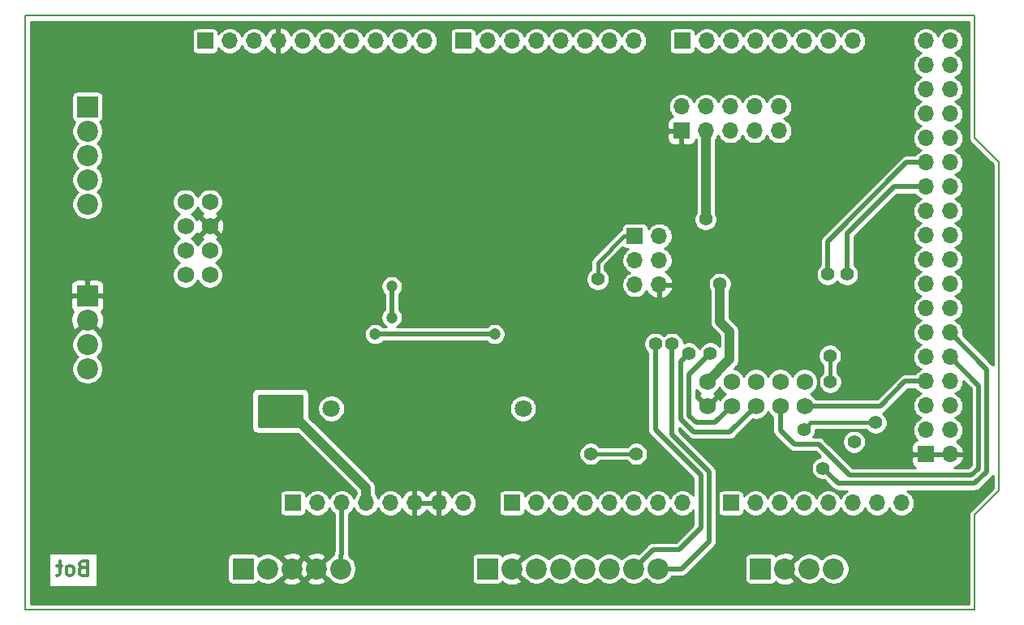
<source format=gbr>
%TF.GenerationSoftware,KiCad,Pcbnew,(5.1.6)-1*%
%TF.CreationDate,2021-10-14T14:48:07+02:00*%
%TF.ProjectId,DUE_Shield_v1,4455455f-5368-4696-956c-645f76312e6b,rev?*%
%TF.SameCoordinates,PX6296c50PY7c37510*%
%TF.FileFunction,Copper,L2,Bot*%
%TF.FilePolarity,Positive*%
%FSLAX46Y46*%
G04 Gerber Fmt 4.6, Leading zero omitted, Abs format (unit mm)*
G04 Created by KiCad (PCBNEW (5.1.6)-1) date 2021-10-14 14:48:08*
%MOMM*%
%LPD*%
G01*
G04 APERTURE LIST*
%TA.AperFunction,NonConductor*%
%ADD10C,0.300000*%
%TD*%
%TA.AperFunction,Profile*%
%ADD11C,0.150000*%
%TD*%
%TA.AperFunction,ComponentPad*%
%ADD12C,1.800000*%
%TD*%
%TA.AperFunction,ComponentPad*%
%ADD13O,1.700000X1.700000*%
%TD*%
%TA.AperFunction,ComponentPad*%
%ADD14R,1.700000X1.700000*%
%TD*%
%TA.AperFunction,ComponentPad*%
%ADD15C,2.200000*%
%TD*%
%TA.AperFunction,ComponentPad*%
%ADD16R,2.200000X2.200000*%
%TD*%
%TA.AperFunction,ComponentPad*%
%ADD17C,1.750000*%
%TD*%
%TA.AperFunction,ViaPad*%
%ADD18C,1.400000*%
%TD*%
%TA.AperFunction,ViaPad*%
%ADD19C,1.200000*%
%TD*%
%TA.AperFunction,Conductor*%
%ADD20C,0.400000*%
%TD*%
%TA.AperFunction,Conductor*%
%ADD21C,0.500000*%
%TD*%
%TA.AperFunction,Conductor*%
%ADD22C,1.000000*%
%TD*%
%TA.AperFunction,Conductor*%
%ADD23C,0.254000*%
%TD*%
G04 APERTURE END LIST*
D10*
X6000000Y4357143D02*
X5785714Y4285715D01*
X5714285Y4214286D01*
X5642857Y4071429D01*
X5642857Y3857143D01*
X5714285Y3714286D01*
X5785714Y3642858D01*
X5928571Y3571429D01*
X6500000Y3571429D01*
X6500000Y5071429D01*
X6000000Y5071429D01*
X5857142Y5000000D01*
X5785714Y4928572D01*
X5714285Y4785715D01*
X5714285Y4642858D01*
X5785714Y4500000D01*
X5857142Y4428572D01*
X6000000Y4357143D01*
X6500000Y4357143D01*
X4785714Y3571429D02*
X4928571Y3642858D01*
X5000000Y3714286D01*
X5071428Y3857143D01*
X5071428Y4285715D01*
X5000000Y4428572D01*
X4928571Y4500000D01*
X4785714Y4571429D01*
X4571428Y4571429D01*
X4428571Y4500000D01*
X4357142Y4428572D01*
X4285714Y4285715D01*
X4285714Y3857143D01*
X4357142Y3714286D01*
X4428571Y3642858D01*
X4571428Y3571429D01*
X4785714Y3571429D01*
X3857142Y4571429D02*
X3285714Y4571429D01*
X3642857Y5071429D02*
X3642857Y3785715D01*
X3571428Y3642858D01*
X3428571Y3571429D01*
X3285714Y3571429D01*
D11*
X99060000Y9854000D02*
X99060000Y0D01*
X101600000Y12394000D02*
X99060000Y9854000D01*
X99060000Y49224000D02*
X101600000Y46684000D01*
X99060000Y0D02*
X0Y0D01*
X101600000Y46684000D02*
X101600000Y12394000D01*
X99060000Y62000000D02*
X99060000Y49224000D01*
X0Y62000000D02*
X99060000Y62000000D01*
X0Y0D02*
X0Y62000000D01*
D12*
X51950000Y21000000D03*
X31950000Y21000000D03*
D13*
X78660000Y52540000D03*
X78660000Y50000000D03*
X76120000Y52540000D03*
X76120000Y50000000D03*
X73580000Y52540000D03*
X73580000Y50000000D03*
X71040000Y52540000D03*
X71040000Y50000000D03*
X68500000Y52540000D03*
D14*
X68500000Y50000000D03*
D15*
X66030000Y4250000D03*
X63490000Y4250000D03*
X60950000Y4250000D03*
X58410000Y4250000D03*
X55870000Y4250000D03*
X53330000Y4250000D03*
X50790000Y4250000D03*
D16*
X48250000Y4250000D03*
D17*
X16730000Y42560000D03*
X16730000Y40020000D03*
X16730000Y37480000D03*
X16730000Y34940000D03*
X19270000Y34940000D03*
X19270000Y37480000D03*
X19270000Y40020000D03*
X19270000Y42560000D03*
D15*
X6500000Y42340000D03*
X6500000Y44880000D03*
X6500000Y47420000D03*
X6500000Y49960000D03*
D16*
X6500000Y52500000D03*
D15*
X32910000Y4250000D03*
X30370000Y4250000D03*
X27830000Y4250000D03*
X25290000Y4250000D03*
D16*
X22750000Y4250000D03*
D15*
X84370000Y4250000D03*
X81830000Y4250000D03*
X79290000Y4250000D03*
D16*
X76750000Y4250000D03*
D15*
X6500000Y25130000D03*
X6500000Y27670000D03*
X6500000Y30210000D03*
D16*
X6500000Y32750000D03*
D17*
X71170000Y21230000D03*
X73710000Y21230000D03*
X76250000Y21230000D03*
X78790000Y21230000D03*
X81330000Y21230000D03*
X81330000Y23770000D03*
X78790000Y23770000D03*
X76250000Y23770000D03*
X73710000Y23770000D03*
X71170000Y23770000D03*
D13*
X63500000Y59384000D03*
X60960000Y59384000D03*
X58420000Y59384000D03*
X55880000Y59384000D03*
X53340000Y59384000D03*
X50800000Y59384000D03*
X48260000Y59384000D03*
D14*
X45720000Y59384000D03*
D13*
X41656000Y59384000D03*
X39116000Y59384000D03*
X36576000Y59384000D03*
X34036000Y59384000D03*
X31496000Y59384000D03*
X28956000Y59384000D03*
X26416000Y59384000D03*
X23876000Y59384000D03*
X21336000Y59384000D03*
D14*
X18796000Y59384000D03*
D13*
X91440000Y11124000D03*
X88900000Y11124000D03*
X86360000Y11124000D03*
X83820000Y11124000D03*
X81280000Y11124000D03*
X78740000Y11124000D03*
X76200000Y11124000D03*
D14*
X73660000Y11124000D03*
D13*
X68580000Y11124000D03*
X66040000Y11124000D03*
X63500000Y11124000D03*
X60960000Y11124000D03*
X58420000Y11124000D03*
X55880000Y11124000D03*
X53340000Y11124000D03*
D14*
X50800000Y11124000D03*
D13*
X45720000Y11124000D03*
X43180000Y11124000D03*
X40640000Y11124000D03*
X38100000Y11124000D03*
X35560000Y11124000D03*
X33020000Y11124000D03*
X30480000Y11124000D03*
D14*
X27940000Y11124000D03*
D13*
X96520000Y59384000D03*
X93980000Y59384000D03*
X96520000Y56844000D03*
X93980000Y56844000D03*
X96520000Y54304000D03*
X93980000Y54304000D03*
X96520000Y51764000D03*
X93980000Y51764000D03*
X96520000Y49224000D03*
X93980000Y49224000D03*
X96520000Y46684000D03*
X93980000Y46684000D03*
X96520000Y44144000D03*
X93980000Y44144000D03*
X96520000Y41604000D03*
X93980000Y41604000D03*
X96520000Y39064000D03*
X93980000Y39064000D03*
X96520000Y36524000D03*
X93980000Y36524000D03*
X96520000Y33984000D03*
X93980000Y33984000D03*
X96520000Y31444000D03*
X93980000Y31444000D03*
X96520000Y28904000D03*
X93980000Y28904000D03*
X96520000Y26364000D03*
X93980000Y26364000D03*
X96520000Y23824000D03*
X93980000Y23824000D03*
X96520000Y21284000D03*
X93980000Y21284000D03*
X96520000Y18744000D03*
X93980000Y18744000D03*
X96520000Y16204000D03*
D14*
X93980000Y16204000D03*
D13*
X66162000Y33920000D03*
X63622000Y33920000D03*
X66162000Y36460000D03*
X63622000Y36460000D03*
X66162000Y39000000D03*
D14*
X63622000Y39000000D03*
D13*
X86360000Y59384000D03*
X83820000Y59384000D03*
X81280000Y59384000D03*
X78740000Y59384000D03*
X76200000Y59384000D03*
X73660000Y59384000D03*
X71120000Y59384000D03*
D14*
X68580000Y59384000D03*
D18*
X71250000Y16750000D03*
X56750000Y21000000D03*
X64000000Y20000000D03*
X86750000Y15500000D03*
X80500000Y13250000D03*
X88250000Y24500000D03*
X14000000Y26250000D03*
X17250000Y27500000D03*
X77500000Y43500000D03*
D19*
X56000000Y27250000D03*
X31000000Y42500000D03*
X53250000Y41500000D03*
X41000000Y20000000D03*
X90500000Y28250000D03*
X86250000Y32500000D03*
X90500000Y6750000D03*
X93250000Y6750000D03*
X96000000Y6750000D03*
D18*
X86500000Y17500000D03*
X84000000Y23750000D03*
X83972171Y26495011D03*
X83250000Y14750000D03*
X71500000Y26750000D03*
X69250000Y26750000D03*
X67500000Y27750000D03*
X85750000Y35000000D03*
X65750000Y27750000D03*
X83750000Y35000000D03*
X27750000Y20500000D03*
X25500000Y20500000D03*
X71000000Y40750000D03*
X72500000Y34000000D03*
X88750000Y19500000D03*
X81250000Y18750000D03*
X63750000Y16250000D03*
X59000000Y16250000D03*
D19*
X36500000Y28750000D03*
X49000000Y28750000D03*
X38250000Y30500000D03*
X38250000Y33750000D03*
D18*
X59750000Y34500000D03*
D20*
X93980000Y16204000D02*
X87454000Y16204000D01*
X87454000Y16204000D02*
X86750000Y15500000D01*
D21*
X93980000Y23824000D02*
X91824000Y23824000D01*
X89230000Y21230000D02*
X81330000Y21230000D01*
X91824000Y23824000D02*
X89230000Y21230000D01*
D20*
X84000000Y23750000D02*
X84000000Y26467182D01*
X84000000Y26467182D02*
X83972171Y26495011D01*
D21*
X96520000Y26364000D02*
X99500000Y23384000D01*
X99500000Y23384000D02*
X99500000Y14750000D01*
X98750000Y14000000D02*
X86020000Y14000000D01*
X99500000Y14750000D02*
X98750000Y14000000D01*
X82770000Y17250000D02*
X86020000Y14000000D01*
X80250000Y17250000D02*
X82770000Y17250000D01*
X78790000Y18710000D02*
X80250000Y17250000D01*
X78790000Y21230000D02*
X78790000Y18710000D01*
X96520000Y28904000D02*
X100350010Y25073990D01*
X84850010Y13149990D02*
X83250000Y14750000D01*
X99102085Y13149990D02*
X84850010Y13149990D01*
X100350010Y25073990D02*
X100350010Y14397915D01*
X100350010Y14397915D02*
X99102085Y13149990D01*
X69250000Y20250000D02*
X70000000Y19500000D01*
X70000000Y19500000D02*
X71980000Y19500000D01*
X69250000Y24500000D02*
X69250000Y20250000D01*
X71500000Y26750000D02*
X69250000Y24500000D01*
X71980000Y19500000D02*
X73710000Y21230000D01*
X68399989Y19897914D02*
X68399989Y25899989D01*
X73520000Y18500000D02*
X69797903Y18500000D01*
X68399989Y25899989D02*
X69250000Y26750000D01*
X69797903Y18500000D02*
X68399989Y19897914D01*
X76250000Y21230000D02*
X73520000Y18500000D01*
X93980000Y44144000D02*
X90644000Y44144000D01*
X90644000Y44144000D02*
X85750000Y39250000D01*
X85750000Y39250000D02*
X85750000Y35000000D01*
X67500000Y18250000D02*
X67500000Y27750000D01*
X71350010Y14399990D02*
X67500000Y18250000D01*
X71350010Y7100010D02*
X71350010Y14399990D01*
X66030000Y4250000D02*
X68500000Y4250000D01*
X68500000Y4250000D02*
X71350010Y7100010D01*
X83750000Y38452095D02*
X83750000Y35000000D01*
X93980000Y46684000D02*
X91981905Y46684000D01*
X91981905Y46684000D02*
X83750000Y38452095D01*
X70500000Y14000000D02*
X65750000Y18750000D01*
X63513998Y4250000D02*
X65513998Y6250000D01*
X63490000Y4250000D02*
X63513998Y4250000D01*
X65513998Y6250000D02*
X68250000Y6250000D01*
X68250000Y6250000D02*
X70500000Y8500000D01*
X65750000Y18750000D02*
X65750000Y27750000D01*
X70500000Y8500000D02*
X70500000Y14000000D01*
X32910000Y4250000D02*
X32910000Y5660000D01*
X33020000Y5770000D02*
X33020000Y11124000D01*
X32910000Y5660000D02*
X33020000Y5770000D01*
D22*
X35560000Y11124000D02*
X35560000Y12690000D01*
X35560000Y12690000D02*
X27750000Y20500000D01*
X71040000Y50000000D02*
X71040000Y40790000D01*
X71040000Y40790000D02*
X71000000Y40750000D01*
X73500000Y26100000D02*
X71170000Y23770000D01*
X73500000Y29000000D02*
X73500000Y26100000D01*
X72500000Y34000000D02*
X72500000Y30000000D01*
X72500000Y30000000D02*
X73500000Y29000000D01*
D20*
X88750000Y19500000D02*
X82000000Y19500000D01*
X82000000Y19500000D02*
X81250000Y18750000D01*
X63750000Y16250000D02*
X59000000Y16250000D01*
D21*
X36500000Y28750000D02*
X49000000Y28750000D01*
X38250000Y30500000D02*
X38250000Y33750000D01*
D20*
X62500000Y39000000D02*
X63622000Y39000000D01*
X59750000Y34500000D02*
X59750000Y36250000D01*
X59750000Y36250000D02*
X62500000Y39000000D01*
D23*
G36*
X98458001Y49253566D02*
G01*
X98455089Y49224000D01*
X98466712Y49105988D01*
X98501134Y48992511D01*
X98534326Y48930414D01*
X98557035Y48887929D01*
X98632264Y48796263D01*
X98655229Y48777416D01*
X100998000Y46434643D01*
X100998001Y25509203D01*
X100926419Y25596425D01*
X100926418Y25596426D01*
X100902090Y25626070D01*
X100872447Y25650397D01*
X97873352Y28649491D01*
X97897000Y28768377D01*
X97897000Y29039623D01*
X97844083Y29305656D01*
X97740282Y29556254D01*
X97589586Y29781787D01*
X97397787Y29973586D01*
X97172254Y30124282D01*
X97052224Y30174000D01*
X97172254Y30223718D01*
X97397787Y30374414D01*
X97589586Y30566213D01*
X97740282Y30791746D01*
X97844083Y31042344D01*
X97897000Y31308377D01*
X97897000Y31579623D01*
X97844083Y31845656D01*
X97740282Y32096254D01*
X97589586Y32321787D01*
X97397787Y32513586D01*
X97172254Y32664282D01*
X97052224Y32714000D01*
X97172254Y32763718D01*
X97397787Y32914414D01*
X97589586Y33106213D01*
X97740282Y33331746D01*
X97844083Y33582344D01*
X97897000Y33848377D01*
X97897000Y34119623D01*
X97844083Y34385656D01*
X97740282Y34636254D01*
X97589586Y34861787D01*
X97397787Y35053586D01*
X97172254Y35204282D01*
X97052224Y35254000D01*
X97172254Y35303718D01*
X97397787Y35454414D01*
X97589586Y35646213D01*
X97740282Y35871746D01*
X97844083Y36122344D01*
X97897000Y36388377D01*
X97897000Y36659623D01*
X97844083Y36925656D01*
X97740282Y37176254D01*
X97589586Y37401787D01*
X97397787Y37593586D01*
X97172254Y37744282D01*
X97052224Y37794000D01*
X97172254Y37843718D01*
X97397787Y37994414D01*
X97589586Y38186213D01*
X97740282Y38411746D01*
X97844083Y38662344D01*
X97897000Y38928377D01*
X97897000Y39199623D01*
X97844083Y39465656D01*
X97740282Y39716254D01*
X97589586Y39941787D01*
X97397787Y40133586D01*
X97172254Y40284282D01*
X97052224Y40334000D01*
X97172254Y40383718D01*
X97397787Y40534414D01*
X97589586Y40726213D01*
X97740282Y40951746D01*
X97844083Y41202344D01*
X97897000Y41468377D01*
X97897000Y41739623D01*
X97844083Y42005656D01*
X97740282Y42256254D01*
X97589586Y42481787D01*
X97397787Y42673586D01*
X97172254Y42824282D01*
X97052224Y42874000D01*
X97172254Y42923718D01*
X97397787Y43074414D01*
X97589586Y43266213D01*
X97740282Y43491746D01*
X97844083Y43742344D01*
X97897000Y44008377D01*
X97897000Y44279623D01*
X97844083Y44545656D01*
X97740282Y44796254D01*
X97589586Y45021787D01*
X97397787Y45213586D01*
X97172254Y45364282D01*
X97052224Y45414000D01*
X97172254Y45463718D01*
X97397787Y45614414D01*
X97589586Y45806213D01*
X97740282Y46031746D01*
X97844083Y46282344D01*
X97897000Y46548377D01*
X97897000Y46819623D01*
X97844083Y47085656D01*
X97740282Y47336254D01*
X97589586Y47561787D01*
X97397787Y47753586D01*
X97172254Y47904282D01*
X97052224Y47954000D01*
X97172254Y48003718D01*
X97397787Y48154414D01*
X97589586Y48346213D01*
X97740282Y48571746D01*
X97844083Y48822344D01*
X97897000Y49088377D01*
X97897000Y49359623D01*
X97844083Y49625656D01*
X97740282Y49876254D01*
X97589586Y50101787D01*
X97397787Y50293586D01*
X97172254Y50444282D01*
X97052224Y50494000D01*
X97172254Y50543718D01*
X97397787Y50694414D01*
X97589586Y50886213D01*
X97740282Y51111746D01*
X97844083Y51362344D01*
X97897000Y51628377D01*
X97897000Y51899623D01*
X97844083Y52165656D01*
X97740282Y52416254D01*
X97589586Y52641787D01*
X97397787Y52833586D01*
X97172254Y52984282D01*
X97052224Y53034000D01*
X97172254Y53083718D01*
X97397787Y53234414D01*
X97589586Y53426213D01*
X97740282Y53651746D01*
X97844083Y53902344D01*
X97897000Y54168377D01*
X97897000Y54439623D01*
X97844083Y54705656D01*
X97740282Y54956254D01*
X97589586Y55181787D01*
X97397787Y55373586D01*
X97172254Y55524282D01*
X97052224Y55574000D01*
X97172254Y55623718D01*
X97397787Y55774414D01*
X97589586Y55966213D01*
X97740282Y56191746D01*
X97844083Y56442344D01*
X97897000Y56708377D01*
X97897000Y56979623D01*
X97844083Y57245656D01*
X97740282Y57496254D01*
X97589586Y57721787D01*
X97397787Y57913586D01*
X97172254Y58064282D01*
X97052224Y58114000D01*
X97172254Y58163718D01*
X97397787Y58314414D01*
X97589586Y58506213D01*
X97740282Y58731746D01*
X97844083Y58982344D01*
X97897000Y59248377D01*
X97897000Y59519623D01*
X97844083Y59785656D01*
X97740282Y60036254D01*
X97589586Y60261787D01*
X97397787Y60453586D01*
X97172254Y60604282D01*
X96921656Y60708083D01*
X96655623Y60761000D01*
X96384377Y60761000D01*
X96118344Y60708083D01*
X95867746Y60604282D01*
X95642213Y60453586D01*
X95450414Y60261787D01*
X95299718Y60036254D01*
X95250000Y59916224D01*
X95200282Y60036254D01*
X95049586Y60261787D01*
X94857787Y60453586D01*
X94632254Y60604282D01*
X94381656Y60708083D01*
X94115623Y60761000D01*
X93844377Y60761000D01*
X93578344Y60708083D01*
X93327746Y60604282D01*
X93102213Y60453586D01*
X92910414Y60261787D01*
X92759718Y60036254D01*
X92655917Y59785656D01*
X92603000Y59519623D01*
X92603000Y59248377D01*
X92655917Y58982344D01*
X92759718Y58731746D01*
X92910414Y58506213D01*
X93102213Y58314414D01*
X93327746Y58163718D01*
X93447776Y58114000D01*
X93327746Y58064282D01*
X93102213Y57913586D01*
X92910414Y57721787D01*
X92759718Y57496254D01*
X92655917Y57245656D01*
X92603000Y56979623D01*
X92603000Y56708377D01*
X92655917Y56442344D01*
X92759718Y56191746D01*
X92910414Y55966213D01*
X93102213Y55774414D01*
X93327746Y55623718D01*
X93447776Y55574000D01*
X93327746Y55524282D01*
X93102213Y55373586D01*
X92910414Y55181787D01*
X92759718Y54956254D01*
X92655917Y54705656D01*
X92603000Y54439623D01*
X92603000Y54168377D01*
X92655917Y53902344D01*
X92759718Y53651746D01*
X92910414Y53426213D01*
X93102213Y53234414D01*
X93327746Y53083718D01*
X93447776Y53034000D01*
X93327746Y52984282D01*
X93102213Y52833586D01*
X92910414Y52641787D01*
X92759718Y52416254D01*
X92655917Y52165656D01*
X92603000Y51899623D01*
X92603000Y51628377D01*
X92655917Y51362344D01*
X92759718Y51111746D01*
X92910414Y50886213D01*
X93102213Y50694414D01*
X93327746Y50543718D01*
X93447776Y50494000D01*
X93327746Y50444282D01*
X93102213Y50293586D01*
X92910414Y50101787D01*
X92759718Y49876254D01*
X92655917Y49625656D01*
X92603000Y49359623D01*
X92603000Y49088377D01*
X92655917Y48822344D01*
X92759718Y48571746D01*
X92910414Y48346213D01*
X93102213Y48154414D01*
X93327746Y48003718D01*
X93447776Y47954000D01*
X93327746Y47904282D01*
X93102213Y47753586D01*
X92910414Y47561787D01*
X92843070Y47461000D01*
X92020068Y47461000D01*
X91981905Y47464759D01*
X91943741Y47461000D01*
X91943739Y47461000D01*
X91829586Y47449757D01*
X91683121Y47405327D01*
X91553896Y47336254D01*
X91548139Y47333177D01*
X91494202Y47288912D01*
X91429825Y47236080D01*
X91405497Y47206436D01*
X83227570Y39028508D01*
X83197920Y39004175D01*
X83154459Y38951217D01*
X83100823Y38885861D01*
X83028674Y38750879D01*
X83028673Y38750878D01*
X82984243Y38604413D01*
X82975061Y38511182D01*
X82969241Y38452095D01*
X82973000Y38413932D01*
X82973001Y35956526D01*
X82967833Y35953073D01*
X82796927Y35782167D01*
X82662647Y35581202D01*
X82570153Y35357903D01*
X82523000Y35120849D01*
X82523000Y34879151D01*
X82570153Y34642097D01*
X82662647Y34418798D01*
X82796927Y34217833D01*
X82967833Y34046927D01*
X83168798Y33912647D01*
X83392097Y33820153D01*
X83629151Y33773000D01*
X83870849Y33773000D01*
X84107903Y33820153D01*
X84331202Y33912647D01*
X84532167Y34046927D01*
X84703073Y34217833D01*
X84750000Y34288064D01*
X84796927Y34217833D01*
X84967833Y34046927D01*
X85168798Y33912647D01*
X85392097Y33820153D01*
X85629151Y33773000D01*
X85870849Y33773000D01*
X86107903Y33820153D01*
X86331202Y33912647D01*
X86532167Y34046927D01*
X86703073Y34217833D01*
X86837353Y34418798D01*
X86929847Y34642097D01*
X86977000Y34879151D01*
X86977000Y35120849D01*
X86929847Y35357903D01*
X86837353Y35581202D01*
X86703073Y35782167D01*
X86532167Y35953073D01*
X86527000Y35956525D01*
X86527000Y38928157D01*
X90965844Y43367000D01*
X92843070Y43367000D01*
X92910414Y43266213D01*
X93102213Y43074414D01*
X93327746Y42923718D01*
X93447776Y42874000D01*
X93327746Y42824282D01*
X93102213Y42673586D01*
X92910414Y42481787D01*
X92759718Y42256254D01*
X92655917Y42005656D01*
X92603000Y41739623D01*
X92603000Y41468377D01*
X92655917Y41202344D01*
X92759718Y40951746D01*
X92910414Y40726213D01*
X93102213Y40534414D01*
X93327746Y40383718D01*
X93447776Y40334000D01*
X93327746Y40284282D01*
X93102213Y40133586D01*
X92910414Y39941787D01*
X92759718Y39716254D01*
X92655917Y39465656D01*
X92603000Y39199623D01*
X92603000Y38928377D01*
X92655917Y38662344D01*
X92759718Y38411746D01*
X92910414Y38186213D01*
X93102213Y37994414D01*
X93327746Y37843718D01*
X93447776Y37794000D01*
X93327746Y37744282D01*
X93102213Y37593586D01*
X92910414Y37401787D01*
X92759718Y37176254D01*
X92655917Y36925656D01*
X92603000Y36659623D01*
X92603000Y36388377D01*
X92655917Y36122344D01*
X92759718Y35871746D01*
X92910414Y35646213D01*
X93102213Y35454414D01*
X93327746Y35303718D01*
X93447776Y35254000D01*
X93327746Y35204282D01*
X93102213Y35053586D01*
X92910414Y34861787D01*
X92759718Y34636254D01*
X92655917Y34385656D01*
X92603000Y34119623D01*
X92603000Y33848377D01*
X92655917Y33582344D01*
X92759718Y33331746D01*
X92910414Y33106213D01*
X93102213Y32914414D01*
X93327746Y32763718D01*
X93447776Y32714000D01*
X93327746Y32664282D01*
X93102213Y32513586D01*
X92910414Y32321787D01*
X92759718Y32096254D01*
X92655917Y31845656D01*
X92603000Y31579623D01*
X92603000Y31308377D01*
X92655917Y31042344D01*
X92759718Y30791746D01*
X92910414Y30566213D01*
X93102213Y30374414D01*
X93327746Y30223718D01*
X93447776Y30174000D01*
X93327746Y30124282D01*
X93102213Y29973586D01*
X92910414Y29781787D01*
X92759718Y29556254D01*
X92655917Y29305656D01*
X92603000Y29039623D01*
X92603000Y28768377D01*
X92655917Y28502344D01*
X92759718Y28251746D01*
X92910414Y28026213D01*
X93102213Y27834414D01*
X93327746Y27683718D01*
X93447776Y27634000D01*
X93327746Y27584282D01*
X93102213Y27433586D01*
X92910414Y27241787D01*
X92759718Y27016254D01*
X92655917Y26765656D01*
X92603000Y26499623D01*
X92603000Y26228377D01*
X92655917Y25962344D01*
X92759718Y25711746D01*
X92910414Y25486213D01*
X93102213Y25294414D01*
X93327746Y25143718D01*
X93447776Y25094000D01*
X93327746Y25044282D01*
X93102213Y24893586D01*
X92910414Y24701787D01*
X92843070Y24601000D01*
X91862163Y24601000D01*
X91824000Y24604759D01*
X91785836Y24601000D01*
X91785834Y24601000D01*
X91671681Y24589757D01*
X91525216Y24545327D01*
X91390233Y24473177D01*
X91301565Y24400409D01*
X91271920Y24376080D01*
X91247592Y24346436D01*
X88908157Y22007000D01*
X82496997Y22007000D01*
X82419005Y22123723D01*
X82223723Y22319005D01*
X81994096Y22472437D01*
X81927553Y22500000D01*
X81994096Y22527563D01*
X82223723Y22680995D01*
X82419005Y22876277D01*
X82572437Y23105904D01*
X82678122Y23361052D01*
X82732000Y23631915D01*
X82732000Y23908085D01*
X82678122Y24178948D01*
X82572437Y24434096D01*
X82419005Y24663723D01*
X82223723Y24859005D01*
X81994096Y25012437D01*
X81738948Y25118122D01*
X81468085Y25172000D01*
X81191915Y25172000D01*
X80921052Y25118122D01*
X80665904Y25012437D01*
X80436277Y24859005D01*
X80240995Y24663723D01*
X80087563Y24434096D01*
X80060000Y24367553D01*
X80032437Y24434096D01*
X79879005Y24663723D01*
X79683723Y24859005D01*
X79454096Y25012437D01*
X79198948Y25118122D01*
X78928085Y25172000D01*
X78651915Y25172000D01*
X78381052Y25118122D01*
X78125904Y25012437D01*
X77896277Y24859005D01*
X77700995Y24663723D01*
X77547563Y24434096D01*
X77520000Y24367553D01*
X77492437Y24434096D01*
X77339005Y24663723D01*
X77143723Y24859005D01*
X76914096Y25012437D01*
X76658948Y25118122D01*
X76388085Y25172000D01*
X76111915Y25172000D01*
X75841052Y25118122D01*
X75585904Y25012437D01*
X75356277Y24859005D01*
X75160995Y24663723D01*
X75007563Y24434096D01*
X74980000Y24367553D01*
X74952437Y24434096D01*
X74799005Y24663723D01*
X74603723Y24859005D01*
X74374096Y25012437D01*
X74118948Y25118122D01*
X73995146Y25142748D01*
X74190530Y25338132D01*
X74229712Y25370288D01*
X74261868Y25409470D01*
X74261873Y25409475D01*
X74358051Y25526668D01*
X74411182Y25626070D01*
X74453415Y25705083D01*
X74512140Y25898673D01*
X74527000Y26049549D01*
X74527000Y26049556D01*
X74531968Y26100000D01*
X74527000Y26150443D01*
X74527000Y26615860D01*
X82745171Y26615860D01*
X82745171Y26374162D01*
X82792324Y26137108D01*
X82884818Y25913809D01*
X83019098Y25712844D01*
X83190004Y25541938D01*
X83273001Y25486482D01*
X83273000Y24739935D01*
X83217833Y24703073D01*
X83046927Y24532167D01*
X82912647Y24331202D01*
X82820153Y24107903D01*
X82773000Y23870849D01*
X82773000Y23629151D01*
X82820153Y23392097D01*
X82912647Y23168798D01*
X83046927Y22967833D01*
X83217833Y22796927D01*
X83418798Y22662647D01*
X83642097Y22570153D01*
X83879151Y22523000D01*
X84120849Y22523000D01*
X84357903Y22570153D01*
X84581202Y22662647D01*
X84782167Y22796927D01*
X84953073Y22967833D01*
X85087353Y23168798D01*
X85179847Y23392097D01*
X85227000Y23629151D01*
X85227000Y23870849D01*
X85179847Y24107903D01*
X85087353Y24331202D01*
X84953073Y24532167D01*
X84782167Y24703073D01*
X84727000Y24739934D01*
X84727000Y25523671D01*
X84754338Y25541938D01*
X84925244Y25712844D01*
X85059524Y25913809D01*
X85152018Y26137108D01*
X85199171Y26374162D01*
X85199171Y26615860D01*
X85152018Y26852914D01*
X85059524Y27076213D01*
X84925244Y27277178D01*
X84754338Y27448084D01*
X84553373Y27582364D01*
X84330074Y27674858D01*
X84093020Y27722011D01*
X83851322Y27722011D01*
X83614268Y27674858D01*
X83390969Y27582364D01*
X83190004Y27448084D01*
X83019098Y27277178D01*
X82884818Y27076213D01*
X82792324Y26852914D01*
X82745171Y26615860D01*
X74527000Y26615860D01*
X74527000Y28949557D01*
X74531968Y29000000D01*
X74527000Y29050444D01*
X74527000Y29050451D01*
X74512140Y29201327D01*
X74512140Y29201328D01*
X74453415Y29394918D01*
X74358051Y29573332D01*
X74261873Y29690525D01*
X74261868Y29690530D01*
X74229712Y29729712D01*
X74190530Y29761868D01*
X73527000Y30425397D01*
X73527000Y33328473D01*
X73587353Y33418798D01*
X73679847Y33642097D01*
X73727000Y33879151D01*
X73727000Y34120849D01*
X73679847Y34357903D01*
X73587353Y34581202D01*
X73453073Y34782167D01*
X73282167Y34953073D01*
X73081202Y35087353D01*
X72857903Y35179847D01*
X72620849Y35227000D01*
X72379151Y35227000D01*
X72142097Y35179847D01*
X71918798Y35087353D01*
X71717833Y34953073D01*
X71546927Y34782167D01*
X71412647Y34581202D01*
X71320153Y34357903D01*
X71273000Y34120849D01*
X71273000Y33879151D01*
X71320153Y33642097D01*
X71412647Y33418798D01*
X71473000Y33328473D01*
X71473001Y30050451D01*
X71468032Y30000000D01*
X71473001Y29949549D01*
X71487861Y29798673D01*
X71546586Y29605083D01*
X71641950Y29426669D01*
X71770289Y29270288D01*
X71809476Y29238128D01*
X72473000Y28574602D01*
X72473001Y27502343D01*
X72453073Y27532167D01*
X72282167Y27703073D01*
X72081202Y27837353D01*
X71857903Y27929847D01*
X71620849Y27977000D01*
X71379151Y27977000D01*
X71142097Y27929847D01*
X70918798Y27837353D01*
X70717833Y27703073D01*
X70546927Y27532167D01*
X70412647Y27331202D01*
X70375000Y27240315D01*
X70337353Y27331202D01*
X70203073Y27532167D01*
X70032167Y27703073D01*
X69831202Y27837353D01*
X69607903Y27929847D01*
X69370849Y27977000D01*
X69129151Y27977000D01*
X68892097Y27929847D01*
X68727000Y27861461D01*
X68727000Y27870849D01*
X68679847Y28107903D01*
X68587353Y28331202D01*
X68453073Y28532167D01*
X68282167Y28703073D01*
X68081202Y28837353D01*
X67857903Y28929847D01*
X67620849Y28977000D01*
X67379151Y28977000D01*
X67142097Y28929847D01*
X66918798Y28837353D01*
X66717833Y28703073D01*
X66625000Y28610240D01*
X66532167Y28703073D01*
X66331202Y28837353D01*
X66107903Y28929847D01*
X65870849Y28977000D01*
X65629151Y28977000D01*
X65392097Y28929847D01*
X65168798Y28837353D01*
X64967833Y28703073D01*
X64796927Y28532167D01*
X64662647Y28331202D01*
X64570153Y28107903D01*
X64523000Y27870849D01*
X64523000Y27629151D01*
X64570153Y27392097D01*
X64662647Y27168798D01*
X64796927Y26967833D01*
X64967833Y26796927D01*
X64973001Y26793474D01*
X64973000Y18788163D01*
X64969241Y18750000D01*
X64973000Y18711837D01*
X64973000Y18711835D01*
X64984243Y18597682D01*
X65022841Y18470444D01*
X65028673Y18451217D01*
X65100823Y18316234D01*
X65128781Y18282167D01*
X65197920Y18197920D01*
X65227570Y18173587D01*
X69723001Y13678155D01*
X69723001Y11891914D01*
X69649586Y12001787D01*
X69457787Y12193586D01*
X69232254Y12344282D01*
X68981656Y12448083D01*
X68715623Y12501000D01*
X68444377Y12501000D01*
X68178344Y12448083D01*
X67927746Y12344282D01*
X67702213Y12193586D01*
X67510414Y12001787D01*
X67359718Y11776254D01*
X67310000Y11656224D01*
X67260282Y11776254D01*
X67109586Y12001787D01*
X66917787Y12193586D01*
X66692254Y12344282D01*
X66441656Y12448083D01*
X66175623Y12501000D01*
X65904377Y12501000D01*
X65638344Y12448083D01*
X65387746Y12344282D01*
X65162213Y12193586D01*
X64970414Y12001787D01*
X64819718Y11776254D01*
X64770000Y11656224D01*
X64720282Y11776254D01*
X64569586Y12001787D01*
X64377787Y12193586D01*
X64152254Y12344282D01*
X63901656Y12448083D01*
X63635623Y12501000D01*
X63364377Y12501000D01*
X63098344Y12448083D01*
X62847746Y12344282D01*
X62622213Y12193586D01*
X62430414Y12001787D01*
X62279718Y11776254D01*
X62230000Y11656224D01*
X62180282Y11776254D01*
X62029586Y12001787D01*
X61837787Y12193586D01*
X61612254Y12344282D01*
X61361656Y12448083D01*
X61095623Y12501000D01*
X60824377Y12501000D01*
X60558344Y12448083D01*
X60307746Y12344282D01*
X60082213Y12193586D01*
X59890414Y12001787D01*
X59739718Y11776254D01*
X59690000Y11656224D01*
X59640282Y11776254D01*
X59489586Y12001787D01*
X59297787Y12193586D01*
X59072254Y12344282D01*
X58821656Y12448083D01*
X58555623Y12501000D01*
X58284377Y12501000D01*
X58018344Y12448083D01*
X57767746Y12344282D01*
X57542213Y12193586D01*
X57350414Y12001787D01*
X57199718Y11776254D01*
X57150000Y11656224D01*
X57100282Y11776254D01*
X56949586Y12001787D01*
X56757787Y12193586D01*
X56532254Y12344282D01*
X56281656Y12448083D01*
X56015623Y12501000D01*
X55744377Y12501000D01*
X55478344Y12448083D01*
X55227746Y12344282D01*
X55002213Y12193586D01*
X54810414Y12001787D01*
X54659718Y11776254D01*
X54610000Y11656224D01*
X54560282Y11776254D01*
X54409586Y12001787D01*
X54217787Y12193586D01*
X53992254Y12344282D01*
X53741656Y12448083D01*
X53475623Y12501000D01*
X53204377Y12501000D01*
X52938344Y12448083D01*
X52687746Y12344282D01*
X52462213Y12193586D01*
X52270414Y12001787D01*
X52179549Y11865798D01*
X52179549Y11974000D01*
X52169374Y12077310D01*
X52139239Y12176650D01*
X52090304Y12268202D01*
X52024448Y12348448D01*
X51944202Y12414304D01*
X51852650Y12463239D01*
X51753310Y12493374D01*
X51650000Y12503549D01*
X49950000Y12503549D01*
X49846690Y12493374D01*
X49747350Y12463239D01*
X49655798Y12414304D01*
X49575552Y12348448D01*
X49509696Y12268202D01*
X49460761Y12176650D01*
X49430626Y12077310D01*
X49420451Y11974000D01*
X49420451Y10274000D01*
X49430626Y10170690D01*
X49460761Y10071350D01*
X49509696Y9979798D01*
X49575552Y9899552D01*
X49655798Y9833696D01*
X49747350Y9784761D01*
X49846690Y9754626D01*
X49950000Y9744451D01*
X51650000Y9744451D01*
X51753310Y9754626D01*
X51852650Y9784761D01*
X51944202Y9833696D01*
X52024448Y9899552D01*
X52090304Y9979798D01*
X52139239Y10071350D01*
X52169374Y10170690D01*
X52179549Y10274000D01*
X52179549Y10382202D01*
X52270414Y10246213D01*
X52462213Y10054414D01*
X52687746Y9903718D01*
X52938344Y9799917D01*
X53204377Y9747000D01*
X53475623Y9747000D01*
X53741656Y9799917D01*
X53992254Y9903718D01*
X54217787Y10054414D01*
X54409586Y10246213D01*
X54560282Y10471746D01*
X54610000Y10591776D01*
X54659718Y10471746D01*
X54810414Y10246213D01*
X55002213Y10054414D01*
X55227746Y9903718D01*
X55478344Y9799917D01*
X55744377Y9747000D01*
X56015623Y9747000D01*
X56281656Y9799917D01*
X56532254Y9903718D01*
X56757787Y10054414D01*
X56949586Y10246213D01*
X57100282Y10471746D01*
X57150000Y10591776D01*
X57199718Y10471746D01*
X57350414Y10246213D01*
X57542213Y10054414D01*
X57767746Y9903718D01*
X58018344Y9799917D01*
X58284377Y9747000D01*
X58555623Y9747000D01*
X58821656Y9799917D01*
X59072254Y9903718D01*
X59297787Y10054414D01*
X59489586Y10246213D01*
X59640282Y10471746D01*
X59690000Y10591776D01*
X59739718Y10471746D01*
X59890414Y10246213D01*
X60082213Y10054414D01*
X60307746Y9903718D01*
X60558344Y9799917D01*
X60824377Y9747000D01*
X61095623Y9747000D01*
X61361656Y9799917D01*
X61612254Y9903718D01*
X61837787Y10054414D01*
X62029586Y10246213D01*
X62180282Y10471746D01*
X62230000Y10591776D01*
X62279718Y10471746D01*
X62430414Y10246213D01*
X62622213Y10054414D01*
X62847746Y9903718D01*
X63098344Y9799917D01*
X63364377Y9747000D01*
X63635623Y9747000D01*
X63901656Y9799917D01*
X64152254Y9903718D01*
X64377787Y10054414D01*
X64569586Y10246213D01*
X64720282Y10471746D01*
X64770000Y10591776D01*
X64819718Y10471746D01*
X64970414Y10246213D01*
X65162213Y10054414D01*
X65387746Y9903718D01*
X65638344Y9799917D01*
X65904377Y9747000D01*
X66175623Y9747000D01*
X66441656Y9799917D01*
X66692254Y9903718D01*
X66917787Y10054414D01*
X67109586Y10246213D01*
X67260282Y10471746D01*
X67310000Y10591776D01*
X67359718Y10471746D01*
X67510414Y10246213D01*
X67702213Y10054414D01*
X67927746Y9903718D01*
X68178344Y9799917D01*
X68444377Y9747000D01*
X68715623Y9747000D01*
X68981656Y9799917D01*
X69232254Y9903718D01*
X69457787Y10054414D01*
X69649586Y10246213D01*
X69723000Y10356086D01*
X69723000Y8821844D01*
X67928157Y7027000D01*
X65552153Y7027000D01*
X65513997Y7030758D01*
X65475841Y7027000D01*
X65475832Y7027000D01*
X65361679Y7015757D01*
X65215214Y6971327D01*
X65080231Y6899177D01*
X64991563Y6826409D01*
X64961918Y6802080D01*
X64937590Y6772436D01*
X63975221Y5810067D01*
X63964578Y5814475D01*
X63650245Y5877000D01*
X63329755Y5877000D01*
X63015422Y5814475D01*
X62719327Y5691828D01*
X62452848Y5513773D01*
X62226227Y5287152D01*
X62220000Y5277833D01*
X62213773Y5287152D01*
X61987152Y5513773D01*
X61720673Y5691828D01*
X61424578Y5814475D01*
X61110245Y5877000D01*
X60789755Y5877000D01*
X60475422Y5814475D01*
X60179327Y5691828D01*
X59912848Y5513773D01*
X59686227Y5287152D01*
X59680000Y5277833D01*
X59673773Y5287152D01*
X59447152Y5513773D01*
X59180673Y5691828D01*
X58884578Y5814475D01*
X58570245Y5877000D01*
X58249755Y5877000D01*
X57935422Y5814475D01*
X57639327Y5691828D01*
X57372848Y5513773D01*
X57146227Y5287152D01*
X57140000Y5277833D01*
X57133773Y5287152D01*
X56907152Y5513773D01*
X56640673Y5691828D01*
X56344578Y5814475D01*
X56030245Y5877000D01*
X55709755Y5877000D01*
X55395422Y5814475D01*
X55099327Y5691828D01*
X54832848Y5513773D01*
X54606227Y5287152D01*
X54600000Y5277833D01*
X54593773Y5287152D01*
X54367152Y5513773D01*
X54100673Y5691828D01*
X53804578Y5814475D01*
X53490245Y5877000D01*
X53169755Y5877000D01*
X52855422Y5814475D01*
X52559327Y5691828D01*
X52292848Y5513773D01*
X52066227Y5287152D01*
X52046463Y5257572D01*
X51996712Y5277107D01*
X50969605Y4250000D01*
X51996712Y3222893D01*
X52046463Y3242428D01*
X52066227Y3212848D01*
X52292848Y2986227D01*
X52559327Y2808172D01*
X52855422Y2685525D01*
X53169755Y2623000D01*
X53490245Y2623000D01*
X53804578Y2685525D01*
X54100673Y2808172D01*
X54367152Y2986227D01*
X54593773Y3212848D01*
X54600000Y3222167D01*
X54606227Y3212848D01*
X54832848Y2986227D01*
X55099327Y2808172D01*
X55395422Y2685525D01*
X55709755Y2623000D01*
X56030245Y2623000D01*
X56344578Y2685525D01*
X56640673Y2808172D01*
X56907152Y2986227D01*
X57133773Y3212848D01*
X57140000Y3222167D01*
X57146227Y3212848D01*
X57372848Y2986227D01*
X57639327Y2808172D01*
X57935422Y2685525D01*
X58249755Y2623000D01*
X58570245Y2623000D01*
X58884578Y2685525D01*
X59180673Y2808172D01*
X59447152Y2986227D01*
X59673773Y3212848D01*
X59680000Y3222167D01*
X59686227Y3212848D01*
X59912848Y2986227D01*
X60179327Y2808172D01*
X60475422Y2685525D01*
X60789755Y2623000D01*
X61110245Y2623000D01*
X61424578Y2685525D01*
X61720673Y2808172D01*
X61987152Y2986227D01*
X62213773Y3212848D01*
X62220000Y3222167D01*
X62226227Y3212848D01*
X62452848Y2986227D01*
X62719327Y2808172D01*
X63015422Y2685525D01*
X63329755Y2623000D01*
X63650245Y2623000D01*
X63964578Y2685525D01*
X64260673Y2808172D01*
X64527152Y2986227D01*
X64753773Y3212848D01*
X64760000Y3222167D01*
X64766227Y3212848D01*
X64992848Y2986227D01*
X65259327Y2808172D01*
X65555422Y2685525D01*
X65869755Y2623000D01*
X66190245Y2623000D01*
X66504578Y2685525D01*
X66800673Y2808172D01*
X67067152Y2986227D01*
X67293773Y3212848D01*
X67467600Y3473000D01*
X68461837Y3473000D01*
X68500000Y3469241D01*
X68538163Y3473000D01*
X68538166Y3473000D01*
X68652319Y3484243D01*
X68798784Y3528673D01*
X68933766Y3600823D01*
X69052080Y3697920D01*
X69076413Y3727569D01*
X70698844Y5350000D01*
X75120451Y5350000D01*
X75120451Y3150000D01*
X75130626Y3046690D01*
X75160761Y2947350D01*
X75209696Y2855798D01*
X75275552Y2775552D01*
X75355798Y2709696D01*
X75447350Y2660761D01*
X75546690Y2630626D01*
X75650000Y2620451D01*
X77850000Y2620451D01*
X77953310Y2630626D01*
X78052650Y2660761D01*
X78144202Y2709696D01*
X78224448Y2775552D01*
X78290304Y2855798D01*
X78316943Y2905636D01*
X78370726Y2768662D01*
X78677384Y2617784D01*
X79007585Y2529631D01*
X79348639Y2507591D01*
X79687439Y2552511D01*
X80010966Y2662664D01*
X80209274Y2768662D01*
X80317107Y3043288D01*
X79290000Y4070395D01*
X79275858Y4056252D01*
X79096253Y4235857D01*
X79110395Y4250000D01*
X79469605Y4250000D01*
X80496712Y3222893D01*
X80546463Y3242428D01*
X80566227Y3212848D01*
X80792848Y2986227D01*
X81059327Y2808172D01*
X81355422Y2685525D01*
X81669755Y2623000D01*
X81990245Y2623000D01*
X82304578Y2685525D01*
X82600673Y2808172D01*
X82867152Y2986227D01*
X83093773Y3212848D01*
X83100000Y3222167D01*
X83106227Y3212848D01*
X83332848Y2986227D01*
X83599327Y2808172D01*
X83895422Y2685525D01*
X84209755Y2623000D01*
X84530245Y2623000D01*
X84844578Y2685525D01*
X85140673Y2808172D01*
X85407152Y2986227D01*
X85633773Y3212848D01*
X85811828Y3479327D01*
X85934475Y3775422D01*
X85997000Y4089755D01*
X85997000Y4410245D01*
X85934475Y4724578D01*
X85811828Y5020673D01*
X85633773Y5287152D01*
X85407152Y5513773D01*
X85140673Y5691828D01*
X84844578Y5814475D01*
X84530245Y5877000D01*
X84209755Y5877000D01*
X83895422Y5814475D01*
X83599327Y5691828D01*
X83332848Y5513773D01*
X83106227Y5287152D01*
X83100000Y5277833D01*
X83093773Y5287152D01*
X82867152Y5513773D01*
X82600673Y5691828D01*
X82304578Y5814475D01*
X81990245Y5877000D01*
X81669755Y5877000D01*
X81355422Y5814475D01*
X81059327Y5691828D01*
X80792848Y5513773D01*
X80566227Y5287152D01*
X80546463Y5257572D01*
X80496712Y5277107D01*
X79469605Y4250000D01*
X79110395Y4250000D01*
X79096253Y4264142D01*
X79275858Y4443747D01*
X79290000Y4429605D01*
X80317107Y5456712D01*
X80209274Y5731338D01*
X79902616Y5882216D01*
X79572415Y5970369D01*
X79231361Y5992409D01*
X78892561Y5947489D01*
X78569034Y5837336D01*
X78370726Y5731338D01*
X78316943Y5594364D01*
X78290304Y5644202D01*
X78224448Y5724448D01*
X78144202Y5790304D01*
X78052650Y5839239D01*
X77953310Y5869374D01*
X77850000Y5879549D01*
X75650000Y5879549D01*
X75546690Y5869374D01*
X75447350Y5839239D01*
X75355798Y5790304D01*
X75275552Y5724448D01*
X75209696Y5644202D01*
X75160761Y5552650D01*
X75130626Y5453310D01*
X75120451Y5350000D01*
X70698844Y5350000D01*
X71872447Y6523603D01*
X71902090Y6547930D01*
X71926419Y6577575D01*
X71999187Y6666243D01*
X72055947Y6772434D01*
X72071337Y6801226D01*
X72115767Y6947691D01*
X72127010Y7061844D01*
X72127010Y7061846D01*
X72130769Y7100010D01*
X72127010Y7138173D01*
X72127010Y14361835D01*
X72130768Y14399991D01*
X72127010Y14438147D01*
X72127010Y14438156D01*
X72115767Y14552309D01*
X72071337Y14698774D01*
X72055615Y14728188D01*
X71999187Y14833757D01*
X71926419Y14922425D01*
X71926418Y14922426D01*
X71902090Y14952070D01*
X71872446Y14976398D01*
X68277000Y18571843D01*
X68277000Y18922060D01*
X69221495Y17977564D01*
X69245823Y17947920D01*
X69275467Y17923592D01*
X69275468Y17923591D01*
X69364136Y17850823D01*
X69409812Y17826409D01*
X69499119Y17778673D01*
X69645584Y17734243D01*
X69759737Y17723000D01*
X69759739Y17723000D01*
X69797903Y17719241D01*
X69836066Y17723000D01*
X73481837Y17723000D01*
X73520000Y17719241D01*
X73558163Y17723000D01*
X73558166Y17723000D01*
X73672319Y17734243D01*
X73818784Y17778673D01*
X73953766Y17850823D01*
X74072080Y17947920D01*
X74096413Y17977569D01*
X75974231Y19855387D01*
X76111915Y19828000D01*
X76388085Y19828000D01*
X76658948Y19881878D01*
X76914096Y19987563D01*
X77143723Y20140995D01*
X77339005Y20336277D01*
X77492437Y20565904D01*
X77520000Y20632447D01*
X77547563Y20565904D01*
X77700995Y20336277D01*
X77896277Y20140995D01*
X78013000Y20063003D01*
X78013001Y18748173D01*
X78009241Y18710000D01*
X78024244Y18557682D01*
X78068673Y18411217D01*
X78140823Y18276234D01*
X78180764Y18227566D01*
X78237921Y18157920D01*
X78267565Y18133592D01*
X79673590Y16727566D01*
X79697920Y16697920D01*
X79727564Y16673592D01*
X79727565Y16673591D01*
X79816233Y16600823D01*
X79883725Y16564748D01*
X79951216Y16528673D01*
X80097681Y16484243D01*
X80211834Y16473000D01*
X80211836Y16473000D01*
X80250000Y16469241D01*
X80288163Y16473000D01*
X82448157Y16473000D01*
X82974849Y15946307D01*
X82892097Y15929847D01*
X82668798Y15837353D01*
X82467833Y15703073D01*
X82296927Y15532167D01*
X82162647Y15331202D01*
X82070153Y15107903D01*
X82023000Y14870849D01*
X82023000Y14629151D01*
X82070153Y14392097D01*
X82162647Y14168798D01*
X82296927Y13967833D01*
X82467833Y13796927D01*
X82668798Y13662647D01*
X82892097Y13570153D01*
X83129151Y13523000D01*
X83370849Y13523000D01*
X83376944Y13524212D01*
X84273602Y12627554D01*
X84297930Y12597910D01*
X84327574Y12573582D01*
X84327575Y12573581D01*
X84416243Y12500813D01*
X84483735Y12464738D01*
X84551226Y12428663D01*
X84697691Y12384233D01*
X84811844Y12372990D01*
X84811846Y12372990D01*
X84850010Y12369231D01*
X84888173Y12372990D01*
X85777053Y12372990D01*
X85707746Y12344282D01*
X85482213Y12193586D01*
X85290414Y12001787D01*
X85139718Y11776254D01*
X85090000Y11656224D01*
X85040282Y11776254D01*
X84889586Y12001787D01*
X84697787Y12193586D01*
X84472254Y12344282D01*
X84221656Y12448083D01*
X83955623Y12501000D01*
X83684377Y12501000D01*
X83418344Y12448083D01*
X83167746Y12344282D01*
X82942213Y12193586D01*
X82750414Y12001787D01*
X82599718Y11776254D01*
X82550000Y11656224D01*
X82500282Y11776254D01*
X82349586Y12001787D01*
X82157787Y12193586D01*
X81932254Y12344282D01*
X81681656Y12448083D01*
X81415623Y12501000D01*
X81144377Y12501000D01*
X80878344Y12448083D01*
X80627746Y12344282D01*
X80402213Y12193586D01*
X80210414Y12001787D01*
X80059718Y11776254D01*
X80010000Y11656224D01*
X79960282Y11776254D01*
X79809586Y12001787D01*
X79617787Y12193586D01*
X79392254Y12344282D01*
X79141656Y12448083D01*
X78875623Y12501000D01*
X78604377Y12501000D01*
X78338344Y12448083D01*
X78087746Y12344282D01*
X77862213Y12193586D01*
X77670414Y12001787D01*
X77519718Y11776254D01*
X77470000Y11656224D01*
X77420282Y11776254D01*
X77269586Y12001787D01*
X77077787Y12193586D01*
X76852254Y12344282D01*
X76601656Y12448083D01*
X76335623Y12501000D01*
X76064377Y12501000D01*
X75798344Y12448083D01*
X75547746Y12344282D01*
X75322213Y12193586D01*
X75130414Y12001787D01*
X75039549Y11865798D01*
X75039549Y11974000D01*
X75029374Y12077310D01*
X74999239Y12176650D01*
X74950304Y12268202D01*
X74884448Y12348448D01*
X74804202Y12414304D01*
X74712650Y12463239D01*
X74613310Y12493374D01*
X74510000Y12503549D01*
X72810000Y12503549D01*
X72706690Y12493374D01*
X72607350Y12463239D01*
X72515798Y12414304D01*
X72435552Y12348448D01*
X72369696Y12268202D01*
X72320761Y12176650D01*
X72290626Y12077310D01*
X72280451Y11974000D01*
X72280451Y10274000D01*
X72290626Y10170690D01*
X72320761Y10071350D01*
X72369696Y9979798D01*
X72435552Y9899552D01*
X72515798Y9833696D01*
X72607350Y9784761D01*
X72706690Y9754626D01*
X72810000Y9744451D01*
X74510000Y9744451D01*
X74613310Y9754626D01*
X74712650Y9784761D01*
X74804202Y9833696D01*
X74884448Y9899552D01*
X74950304Y9979798D01*
X74999239Y10071350D01*
X75029374Y10170690D01*
X75039549Y10274000D01*
X75039549Y10382202D01*
X75130414Y10246213D01*
X75322213Y10054414D01*
X75547746Y9903718D01*
X75798344Y9799917D01*
X76064377Y9747000D01*
X76335623Y9747000D01*
X76601656Y9799917D01*
X76852254Y9903718D01*
X77077787Y10054414D01*
X77269586Y10246213D01*
X77420282Y10471746D01*
X77470000Y10591776D01*
X77519718Y10471746D01*
X77670414Y10246213D01*
X77862213Y10054414D01*
X78087746Y9903718D01*
X78338344Y9799917D01*
X78604377Y9747000D01*
X78875623Y9747000D01*
X79141656Y9799917D01*
X79392254Y9903718D01*
X79617787Y10054414D01*
X79809586Y10246213D01*
X79960282Y10471746D01*
X80010000Y10591776D01*
X80059718Y10471746D01*
X80210414Y10246213D01*
X80402213Y10054414D01*
X80627746Y9903718D01*
X80878344Y9799917D01*
X81144377Y9747000D01*
X81415623Y9747000D01*
X81681656Y9799917D01*
X81932254Y9903718D01*
X82157787Y10054414D01*
X82349586Y10246213D01*
X82500282Y10471746D01*
X82550000Y10591776D01*
X82599718Y10471746D01*
X82750414Y10246213D01*
X82942213Y10054414D01*
X83167746Y9903718D01*
X83418344Y9799917D01*
X83684377Y9747000D01*
X83955623Y9747000D01*
X84221656Y9799917D01*
X84472254Y9903718D01*
X84697787Y10054414D01*
X84889586Y10246213D01*
X85040282Y10471746D01*
X85090000Y10591776D01*
X85139718Y10471746D01*
X85290414Y10246213D01*
X85482213Y10054414D01*
X85707746Y9903718D01*
X85958344Y9799917D01*
X86224377Y9747000D01*
X86495623Y9747000D01*
X86761656Y9799917D01*
X87012254Y9903718D01*
X87237787Y10054414D01*
X87429586Y10246213D01*
X87580282Y10471746D01*
X87630000Y10591776D01*
X87679718Y10471746D01*
X87830414Y10246213D01*
X88022213Y10054414D01*
X88247746Y9903718D01*
X88498344Y9799917D01*
X88764377Y9747000D01*
X89035623Y9747000D01*
X89301656Y9799917D01*
X89552254Y9903718D01*
X89777787Y10054414D01*
X89969586Y10246213D01*
X90120282Y10471746D01*
X90170000Y10591776D01*
X90219718Y10471746D01*
X90370414Y10246213D01*
X90562213Y10054414D01*
X90787746Y9903718D01*
X91038344Y9799917D01*
X91304377Y9747000D01*
X91575623Y9747000D01*
X91841656Y9799917D01*
X92092254Y9903718D01*
X92317787Y10054414D01*
X92509586Y10246213D01*
X92660282Y10471746D01*
X92764083Y10722344D01*
X92817000Y10988377D01*
X92817000Y11259623D01*
X92764083Y11525656D01*
X92660282Y11776254D01*
X92509586Y12001787D01*
X92317787Y12193586D01*
X92092254Y12344282D01*
X92022947Y12372990D01*
X99063922Y12372990D01*
X99102085Y12369231D01*
X99140248Y12372990D01*
X99140251Y12372990D01*
X99254404Y12384233D01*
X99400869Y12428663D01*
X99535851Y12500813D01*
X99654165Y12597910D01*
X99678497Y12627559D01*
X100872446Y13821507D01*
X100902090Y13845835D01*
X100968692Y13926990D01*
X100998001Y13962703D01*
X100998001Y12643358D01*
X98655234Y10300589D01*
X98632263Y10281737D01*
X98557034Y10190070D01*
X98501134Y10085489D01*
X98466711Y9972011D01*
X98458000Y9883565D01*
X98458000Y9883556D01*
X98455089Y9854000D01*
X98458000Y9824444D01*
X98458001Y602000D01*
X602000Y602000D01*
X602000Y5932000D01*
X2465857Y5932000D01*
X2465857Y2328000D01*
X7534143Y2328000D01*
X7534143Y5350000D01*
X21120451Y5350000D01*
X21120451Y3150000D01*
X21130626Y3046690D01*
X21160761Y2947350D01*
X21209696Y2855798D01*
X21275552Y2775552D01*
X21355798Y2709696D01*
X21447350Y2660761D01*
X21546690Y2630626D01*
X21650000Y2620451D01*
X23850000Y2620451D01*
X23953310Y2630626D01*
X24052650Y2660761D01*
X24144202Y2709696D01*
X24224448Y2775552D01*
X24290304Y2855798D01*
X24331816Y2933462D01*
X24519327Y2808172D01*
X24815422Y2685525D01*
X25129755Y2623000D01*
X25450245Y2623000D01*
X25764578Y2685525D01*
X26060673Y2808172D01*
X26327152Y2986227D01*
X26384213Y3043288D01*
X26802893Y3043288D01*
X26910726Y2768662D01*
X27217384Y2617784D01*
X27547585Y2529631D01*
X27888639Y2507591D01*
X28227439Y2552511D01*
X28550966Y2662664D01*
X28749274Y2768662D01*
X28857107Y3043288D01*
X29342893Y3043288D01*
X29450726Y2768662D01*
X29757384Y2617784D01*
X30087585Y2529631D01*
X30428639Y2507591D01*
X30767439Y2552511D01*
X31090966Y2662664D01*
X31289274Y2768662D01*
X31397107Y3043288D01*
X30370000Y4070395D01*
X29342893Y3043288D01*
X28857107Y3043288D01*
X27830000Y4070395D01*
X26802893Y3043288D01*
X26384213Y3043288D01*
X26553773Y3212848D01*
X26573537Y3242428D01*
X26623288Y3222893D01*
X27650395Y4250000D01*
X28009605Y4250000D01*
X28842482Y3417123D01*
X28888662Y3330726D01*
X28954880Y3304725D01*
X29036712Y3222893D01*
X29100000Y3247743D01*
X29163288Y3222893D01*
X29245120Y3304725D01*
X29311338Y3330726D01*
X29350289Y3409894D01*
X30190395Y4250000D01*
X29357518Y5082877D01*
X29311338Y5169274D01*
X29245120Y5195275D01*
X29163288Y5277107D01*
X29100000Y5252257D01*
X29036712Y5277107D01*
X28954880Y5195275D01*
X28888662Y5169274D01*
X28849711Y5090106D01*
X28009605Y4250000D01*
X27650395Y4250000D01*
X26623288Y5277107D01*
X26573537Y5257572D01*
X26553773Y5287152D01*
X26384213Y5456712D01*
X26802893Y5456712D01*
X27830000Y4429605D01*
X28857107Y5456712D01*
X29342893Y5456712D01*
X30370000Y4429605D01*
X31397107Y5456712D01*
X31289274Y5731338D01*
X30982616Y5882216D01*
X30652415Y5970369D01*
X30311361Y5992409D01*
X29972561Y5947489D01*
X29649034Y5837336D01*
X29450726Y5731338D01*
X29342893Y5456712D01*
X28857107Y5456712D01*
X28749274Y5731338D01*
X28442616Y5882216D01*
X28112415Y5970369D01*
X27771361Y5992409D01*
X27432561Y5947489D01*
X27109034Y5837336D01*
X26910726Y5731338D01*
X26802893Y5456712D01*
X26384213Y5456712D01*
X26327152Y5513773D01*
X26060673Y5691828D01*
X25764578Y5814475D01*
X25450245Y5877000D01*
X25129755Y5877000D01*
X24815422Y5814475D01*
X24519327Y5691828D01*
X24331816Y5566538D01*
X24290304Y5644202D01*
X24224448Y5724448D01*
X24144202Y5790304D01*
X24052650Y5839239D01*
X23953310Y5869374D01*
X23850000Y5879549D01*
X21650000Y5879549D01*
X21546690Y5869374D01*
X21447350Y5839239D01*
X21355798Y5790304D01*
X21275552Y5724448D01*
X21209696Y5644202D01*
X21160761Y5552650D01*
X21130626Y5453310D01*
X21120451Y5350000D01*
X7534143Y5350000D01*
X7534143Y5932000D01*
X2465857Y5932000D01*
X602000Y5932000D01*
X602000Y22500000D01*
X23623000Y22500000D01*
X23623000Y19000000D01*
X23635048Y18877678D01*
X23670728Y18760057D01*
X23728669Y18651657D01*
X23806644Y18556644D01*
X23901657Y18478669D01*
X24010057Y18420728D01*
X24127678Y18385048D01*
X24250000Y18373000D01*
X28424604Y18373000D01*
X34533001Y12264602D01*
X34533001Y12044374D01*
X34490414Y12001787D01*
X34339718Y11776254D01*
X34290000Y11656224D01*
X34240282Y11776254D01*
X34089586Y12001787D01*
X33897787Y12193586D01*
X33672254Y12344282D01*
X33421656Y12448083D01*
X33155623Y12501000D01*
X32884377Y12501000D01*
X32618344Y12448083D01*
X32367746Y12344282D01*
X32142213Y12193586D01*
X31950414Y12001787D01*
X31799718Y11776254D01*
X31750000Y11656224D01*
X31700282Y11776254D01*
X31549586Y12001787D01*
X31357787Y12193586D01*
X31132254Y12344282D01*
X30881656Y12448083D01*
X30615623Y12501000D01*
X30344377Y12501000D01*
X30078344Y12448083D01*
X29827746Y12344282D01*
X29602213Y12193586D01*
X29410414Y12001787D01*
X29319549Y11865798D01*
X29319549Y11974000D01*
X29309374Y12077310D01*
X29279239Y12176650D01*
X29230304Y12268202D01*
X29164448Y12348448D01*
X29084202Y12414304D01*
X28992650Y12463239D01*
X28893310Y12493374D01*
X28790000Y12503549D01*
X27090000Y12503549D01*
X26986690Y12493374D01*
X26887350Y12463239D01*
X26795798Y12414304D01*
X26715552Y12348448D01*
X26649696Y12268202D01*
X26600761Y12176650D01*
X26570626Y12077310D01*
X26560451Y11974000D01*
X26560451Y10274000D01*
X26570626Y10170690D01*
X26600761Y10071350D01*
X26649696Y9979798D01*
X26715552Y9899552D01*
X26795798Y9833696D01*
X26887350Y9784761D01*
X26986690Y9754626D01*
X27090000Y9744451D01*
X28790000Y9744451D01*
X28893310Y9754626D01*
X28992650Y9784761D01*
X29084202Y9833696D01*
X29164448Y9899552D01*
X29230304Y9979798D01*
X29279239Y10071350D01*
X29309374Y10170690D01*
X29319549Y10274000D01*
X29319549Y10382202D01*
X29410414Y10246213D01*
X29602213Y10054414D01*
X29827746Y9903718D01*
X30078344Y9799917D01*
X30344377Y9747000D01*
X30615623Y9747000D01*
X30881656Y9799917D01*
X31132254Y9903718D01*
X31357787Y10054414D01*
X31549586Y10246213D01*
X31700282Y10471746D01*
X31750000Y10591776D01*
X31799718Y10471746D01*
X31950414Y10246213D01*
X32142213Y10054414D01*
X32243001Y9987070D01*
X32243000Y6060422D01*
X32188673Y5958783D01*
X32157721Y5856748D01*
X32145432Y5816233D01*
X32144244Y5812318D01*
X32131886Y5686856D01*
X31872848Y5513773D01*
X31646227Y5287152D01*
X31626463Y5257572D01*
X31576712Y5277107D01*
X30549605Y4250000D01*
X31576712Y3222893D01*
X31626463Y3242428D01*
X31646227Y3212848D01*
X31872848Y2986227D01*
X32139327Y2808172D01*
X32435422Y2685525D01*
X32749755Y2623000D01*
X33070245Y2623000D01*
X33384578Y2685525D01*
X33680673Y2808172D01*
X33947152Y2986227D01*
X34173773Y3212848D01*
X34351828Y3479327D01*
X34474475Y3775422D01*
X34537000Y4089755D01*
X34537000Y4410245D01*
X34474475Y4724578D01*
X34351828Y5020673D01*
X34173773Y5287152D01*
X34110925Y5350000D01*
X46620451Y5350000D01*
X46620451Y3150000D01*
X46630626Y3046690D01*
X46660761Y2947350D01*
X46709696Y2855798D01*
X46775552Y2775552D01*
X46855798Y2709696D01*
X46947350Y2660761D01*
X47046690Y2630626D01*
X47150000Y2620451D01*
X49350000Y2620451D01*
X49453310Y2630626D01*
X49552650Y2660761D01*
X49644202Y2709696D01*
X49724448Y2775552D01*
X49790304Y2855798D01*
X49816943Y2905636D01*
X49870726Y2768662D01*
X50177384Y2617784D01*
X50507585Y2529631D01*
X50848639Y2507591D01*
X51187439Y2552511D01*
X51510966Y2662664D01*
X51709274Y2768662D01*
X51817107Y3043288D01*
X50790000Y4070395D01*
X50775858Y4056252D01*
X50596253Y4235857D01*
X50610395Y4250000D01*
X50596253Y4264142D01*
X50775858Y4443747D01*
X50790000Y4429605D01*
X51817107Y5456712D01*
X51709274Y5731338D01*
X51402616Y5882216D01*
X51072415Y5970369D01*
X50731361Y5992409D01*
X50392561Y5947489D01*
X50069034Y5837336D01*
X49870726Y5731338D01*
X49816943Y5594364D01*
X49790304Y5644202D01*
X49724448Y5724448D01*
X49644202Y5790304D01*
X49552650Y5839239D01*
X49453310Y5869374D01*
X49350000Y5879549D01*
X47150000Y5879549D01*
X47046690Y5869374D01*
X46947350Y5839239D01*
X46855798Y5790304D01*
X46775552Y5724448D01*
X46709696Y5644202D01*
X46660761Y5552650D01*
X46630626Y5453310D01*
X46620451Y5350000D01*
X34110925Y5350000D01*
X33947152Y5513773D01*
X33786120Y5621371D01*
X33797000Y5731834D01*
X33797000Y5731846D01*
X33800758Y5769999D01*
X33797000Y5808152D01*
X33797000Y9987070D01*
X33897787Y10054414D01*
X34089586Y10246213D01*
X34240282Y10471746D01*
X34290000Y10591776D01*
X34339718Y10471746D01*
X34490414Y10246213D01*
X34682213Y10054414D01*
X34907746Y9903718D01*
X35158344Y9799917D01*
X35424377Y9747000D01*
X35695623Y9747000D01*
X35961656Y9799917D01*
X36212254Y9903718D01*
X36437787Y10054414D01*
X36629586Y10246213D01*
X36780282Y10471746D01*
X36830000Y10591776D01*
X36879718Y10471746D01*
X37030414Y10246213D01*
X37222213Y10054414D01*
X37447746Y9903718D01*
X37698344Y9799917D01*
X37964377Y9747000D01*
X38235623Y9747000D01*
X38501656Y9799917D01*
X38752254Y9903718D01*
X38977787Y10054414D01*
X39169586Y10246213D01*
X39313975Y10462308D01*
X39444822Y10242645D01*
X39639731Y10026412D01*
X39873080Y9852359D01*
X40135901Y9727175D01*
X40283110Y9682524D01*
X40513000Y9803845D01*
X40513000Y10997000D01*
X40767000Y10997000D01*
X40767000Y9803845D01*
X40996890Y9682524D01*
X41144099Y9727175D01*
X41406920Y9852359D01*
X41640269Y10026412D01*
X41835178Y10242645D01*
X41910000Y10368255D01*
X41984822Y10242645D01*
X42179731Y10026412D01*
X42413080Y9852359D01*
X42675901Y9727175D01*
X42823110Y9682524D01*
X43053000Y9803845D01*
X43053000Y10997000D01*
X40767000Y10997000D01*
X40513000Y10997000D01*
X40493000Y10997000D01*
X40493000Y11251000D01*
X40513000Y11251000D01*
X40513000Y12444155D01*
X40767000Y12444155D01*
X40767000Y11251000D01*
X43053000Y11251000D01*
X43053000Y12444155D01*
X43307000Y12444155D01*
X43307000Y11251000D01*
X43327000Y11251000D01*
X43327000Y10997000D01*
X43307000Y10997000D01*
X43307000Y9803845D01*
X43536890Y9682524D01*
X43684099Y9727175D01*
X43946920Y9852359D01*
X44180269Y10026412D01*
X44375178Y10242645D01*
X44506025Y10462308D01*
X44650414Y10246213D01*
X44842213Y10054414D01*
X45067746Y9903718D01*
X45318344Y9799917D01*
X45584377Y9747000D01*
X45855623Y9747000D01*
X46121656Y9799917D01*
X46372254Y9903718D01*
X46597787Y10054414D01*
X46789586Y10246213D01*
X46940282Y10471746D01*
X47044083Y10722344D01*
X47097000Y10988377D01*
X47097000Y11259623D01*
X47044083Y11525656D01*
X46940282Y11776254D01*
X46789586Y12001787D01*
X46597787Y12193586D01*
X46372254Y12344282D01*
X46121656Y12448083D01*
X45855623Y12501000D01*
X45584377Y12501000D01*
X45318344Y12448083D01*
X45067746Y12344282D01*
X44842213Y12193586D01*
X44650414Y12001787D01*
X44506025Y11785692D01*
X44375178Y12005355D01*
X44180269Y12221588D01*
X43946920Y12395641D01*
X43684099Y12520825D01*
X43536890Y12565476D01*
X43307000Y12444155D01*
X43053000Y12444155D01*
X42823110Y12565476D01*
X42675901Y12520825D01*
X42413080Y12395641D01*
X42179731Y12221588D01*
X41984822Y12005355D01*
X41910000Y11879745D01*
X41835178Y12005355D01*
X41640269Y12221588D01*
X41406920Y12395641D01*
X41144099Y12520825D01*
X40996890Y12565476D01*
X40767000Y12444155D01*
X40513000Y12444155D01*
X40283110Y12565476D01*
X40135901Y12520825D01*
X39873080Y12395641D01*
X39639731Y12221588D01*
X39444822Y12005355D01*
X39313975Y11785692D01*
X39169586Y12001787D01*
X38977787Y12193586D01*
X38752254Y12344282D01*
X38501656Y12448083D01*
X38235623Y12501000D01*
X37964377Y12501000D01*
X37698344Y12448083D01*
X37447746Y12344282D01*
X37222213Y12193586D01*
X37030414Y12001787D01*
X36879718Y11776254D01*
X36830000Y11656224D01*
X36780282Y11776254D01*
X36629586Y12001787D01*
X36587000Y12044373D01*
X36587000Y12639559D01*
X36591968Y12690000D01*
X36587000Y12740441D01*
X36587000Y12740451D01*
X36572140Y12891327D01*
X36513415Y13084917D01*
X36418051Y13263331D01*
X36289712Y13419712D01*
X36250525Y13451872D01*
X33331548Y16370849D01*
X57773000Y16370849D01*
X57773000Y16129151D01*
X57820153Y15892097D01*
X57912647Y15668798D01*
X58046927Y15467833D01*
X58217833Y15296927D01*
X58418798Y15162647D01*
X58642097Y15070153D01*
X58879151Y15023000D01*
X59120849Y15023000D01*
X59357903Y15070153D01*
X59581202Y15162647D01*
X59782167Y15296927D01*
X59953073Y15467833D01*
X59989934Y15523000D01*
X62760066Y15523000D01*
X62796927Y15467833D01*
X62967833Y15296927D01*
X63168798Y15162647D01*
X63392097Y15070153D01*
X63629151Y15023000D01*
X63870849Y15023000D01*
X64107903Y15070153D01*
X64331202Y15162647D01*
X64532167Y15296927D01*
X64703073Y15467833D01*
X64837353Y15668798D01*
X64929847Y15892097D01*
X64977000Y16129151D01*
X64977000Y16370849D01*
X64929847Y16607903D01*
X64837353Y16831202D01*
X64703073Y17032167D01*
X64532167Y17203073D01*
X64331202Y17337353D01*
X64107903Y17429847D01*
X63870849Y17477000D01*
X63629151Y17477000D01*
X63392097Y17429847D01*
X63168798Y17337353D01*
X62967833Y17203073D01*
X62796927Y17032167D01*
X62760066Y16977000D01*
X59989934Y16977000D01*
X59953073Y17032167D01*
X59782167Y17203073D01*
X59581202Y17337353D01*
X59357903Y17429847D01*
X59120849Y17477000D01*
X58879151Y17477000D01*
X58642097Y17429847D01*
X58418798Y17337353D01*
X58217833Y17203073D01*
X58046927Y17032167D01*
X57912647Y16831202D01*
X57820153Y16607903D01*
X57773000Y16370849D01*
X33331548Y16370849D01*
X29627000Y20075396D01*
X29627000Y21140547D01*
X30523000Y21140547D01*
X30523000Y20859453D01*
X30577838Y20583759D01*
X30685409Y20324062D01*
X30841576Y20090340D01*
X31040340Y19891576D01*
X31274062Y19735409D01*
X31533759Y19627838D01*
X31809453Y19573000D01*
X32090547Y19573000D01*
X32366241Y19627838D01*
X32625938Y19735409D01*
X32859660Y19891576D01*
X33058424Y20090340D01*
X33214591Y20324062D01*
X33322162Y20583759D01*
X33377000Y20859453D01*
X33377000Y21140547D01*
X50523000Y21140547D01*
X50523000Y20859453D01*
X50577838Y20583759D01*
X50685409Y20324062D01*
X50841576Y20090340D01*
X51040340Y19891576D01*
X51274062Y19735409D01*
X51533759Y19627838D01*
X51809453Y19573000D01*
X52090547Y19573000D01*
X52366241Y19627838D01*
X52625938Y19735409D01*
X52859660Y19891576D01*
X53058424Y20090340D01*
X53214591Y20324062D01*
X53322162Y20583759D01*
X53377000Y20859453D01*
X53377000Y21140547D01*
X53322162Y21416241D01*
X53214591Y21675938D01*
X53058424Y21909660D01*
X52859660Y22108424D01*
X52625938Y22264591D01*
X52366241Y22372162D01*
X52090547Y22427000D01*
X51809453Y22427000D01*
X51533759Y22372162D01*
X51274062Y22264591D01*
X51040340Y22108424D01*
X50841576Y21909660D01*
X50685409Y21675938D01*
X50577838Y21416241D01*
X50523000Y21140547D01*
X33377000Y21140547D01*
X33322162Y21416241D01*
X33214591Y21675938D01*
X33058424Y21909660D01*
X32859660Y22108424D01*
X32625938Y22264591D01*
X32366241Y22372162D01*
X32090547Y22427000D01*
X31809453Y22427000D01*
X31533759Y22372162D01*
X31274062Y22264591D01*
X31040340Y22108424D01*
X30841576Y21909660D01*
X30685409Y21675938D01*
X30577838Y21416241D01*
X30523000Y21140547D01*
X29627000Y21140547D01*
X29627000Y22500000D01*
X29614952Y22622322D01*
X29579272Y22739943D01*
X29521331Y22848343D01*
X29443356Y22943356D01*
X29348343Y23021331D01*
X29239943Y23079272D01*
X29122322Y23114952D01*
X29000000Y23127000D01*
X24250000Y23127000D01*
X24127678Y23114952D01*
X24010057Y23079272D01*
X23901657Y23021331D01*
X23806644Y22943356D01*
X23728669Y22848343D01*
X23670728Y22739943D01*
X23635048Y22622322D01*
X23623000Y22500000D01*
X602000Y22500000D01*
X602000Y27830245D01*
X4873000Y27830245D01*
X4873000Y27509755D01*
X4935525Y27195422D01*
X5058172Y26899327D01*
X5236227Y26632848D01*
X5462848Y26406227D01*
X5472167Y26400000D01*
X5462848Y26393773D01*
X5236227Y26167152D01*
X5058172Y25900673D01*
X4935525Y25604578D01*
X4873000Y25290245D01*
X4873000Y24969755D01*
X4935525Y24655422D01*
X5058172Y24359327D01*
X5236227Y24092848D01*
X5462848Y23866227D01*
X5729327Y23688172D01*
X6025422Y23565525D01*
X6339755Y23503000D01*
X6660245Y23503000D01*
X6974578Y23565525D01*
X7270673Y23688172D01*
X7537152Y23866227D01*
X7763773Y24092848D01*
X7941828Y24359327D01*
X8064475Y24655422D01*
X8127000Y24969755D01*
X8127000Y25290245D01*
X8064475Y25604578D01*
X7941828Y25900673D01*
X7763773Y26167152D01*
X7537152Y26393773D01*
X7527833Y26400000D01*
X7537152Y26406227D01*
X7763773Y26632848D01*
X7941828Y26899327D01*
X8064475Y27195422D01*
X8127000Y27509755D01*
X8127000Y27830245D01*
X8064475Y28144578D01*
X7941828Y28440673D01*
X7763773Y28707152D01*
X7609925Y28861000D01*
X35373000Y28861000D01*
X35373000Y28639000D01*
X35416310Y28421266D01*
X35501266Y28216165D01*
X35624602Y28031579D01*
X35781579Y27874602D01*
X35966165Y27751266D01*
X36171266Y27666310D01*
X36389000Y27623000D01*
X36611000Y27623000D01*
X36828734Y27666310D01*
X37033835Y27751266D01*
X37218421Y27874602D01*
X37316819Y27973000D01*
X48183181Y27973000D01*
X48281579Y27874602D01*
X48466165Y27751266D01*
X48671266Y27666310D01*
X48889000Y27623000D01*
X49111000Y27623000D01*
X49328734Y27666310D01*
X49533835Y27751266D01*
X49718421Y27874602D01*
X49875398Y28031579D01*
X49998734Y28216165D01*
X50083690Y28421266D01*
X50127000Y28639000D01*
X50127000Y28861000D01*
X50083690Y29078734D01*
X49998734Y29283835D01*
X49875398Y29468421D01*
X49718421Y29625398D01*
X49533835Y29748734D01*
X49328734Y29833690D01*
X49111000Y29877000D01*
X48889000Y29877000D01*
X48671266Y29833690D01*
X48466165Y29748734D01*
X48281579Y29625398D01*
X48183181Y29527000D01*
X38822349Y29527000D01*
X38968421Y29624602D01*
X39125398Y29781579D01*
X39248734Y29966165D01*
X39333690Y30171266D01*
X39377000Y30389000D01*
X39377000Y30611000D01*
X39333690Y30828734D01*
X39248734Y31033835D01*
X39125398Y31218421D01*
X39027000Y31316819D01*
X39027000Y32933181D01*
X39125398Y33031579D01*
X39248734Y33216165D01*
X39333690Y33421266D01*
X39377000Y33639000D01*
X39377000Y33861000D01*
X39333690Y34078734D01*
X39248734Y34283835D01*
X39125398Y34468421D01*
X38972970Y34620849D01*
X58523000Y34620849D01*
X58523000Y34379151D01*
X58570153Y34142097D01*
X58662647Y33918798D01*
X58796927Y33717833D01*
X58967833Y33546927D01*
X59168798Y33412647D01*
X59392097Y33320153D01*
X59629151Y33273000D01*
X59870849Y33273000D01*
X60107903Y33320153D01*
X60331202Y33412647D01*
X60532167Y33546927D01*
X60703073Y33717833D01*
X60837353Y33918798D01*
X60929847Y34142097D01*
X60977000Y34379151D01*
X60977000Y34620849D01*
X60929847Y34857903D01*
X60837353Y35081202D01*
X60703073Y35282167D01*
X60532167Y35453073D01*
X60477000Y35489934D01*
X60477000Y35948868D01*
X62355241Y37827108D01*
X62397552Y37775552D01*
X62477798Y37709696D01*
X62569350Y37660761D01*
X62668690Y37630626D01*
X62772000Y37620451D01*
X62880202Y37620451D01*
X62744213Y37529586D01*
X62552414Y37337787D01*
X62401718Y37112254D01*
X62297917Y36861656D01*
X62245000Y36595623D01*
X62245000Y36324377D01*
X62297917Y36058344D01*
X62401718Y35807746D01*
X62552414Y35582213D01*
X62744213Y35390414D01*
X62969746Y35239718D01*
X63089776Y35190000D01*
X62969746Y35140282D01*
X62744213Y34989586D01*
X62552414Y34797787D01*
X62401718Y34572254D01*
X62297917Y34321656D01*
X62245000Y34055623D01*
X62245000Y33784377D01*
X62297917Y33518344D01*
X62401718Y33267746D01*
X62552414Y33042213D01*
X62744213Y32850414D01*
X62969746Y32699718D01*
X63220344Y32595917D01*
X63486377Y32543000D01*
X63757623Y32543000D01*
X64023656Y32595917D01*
X64274254Y32699718D01*
X64499787Y32850414D01*
X64691586Y33042213D01*
X64838464Y33262032D01*
X64890359Y33153080D01*
X65064412Y32919731D01*
X65280645Y32724822D01*
X65530748Y32575843D01*
X65805109Y32478519D01*
X66035000Y32599186D01*
X66035000Y33793000D01*
X66289000Y33793000D01*
X66289000Y32599186D01*
X66518891Y32478519D01*
X66793252Y32575843D01*
X67043355Y32724822D01*
X67259588Y32919731D01*
X67433641Y33153080D01*
X67558825Y33415901D01*
X67603476Y33563110D01*
X67482155Y33793000D01*
X66289000Y33793000D01*
X66035000Y33793000D01*
X66015000Y33793000D01*
X66015000Y34047000D01*
X66035000Y34047000D01*
X66035000Y34067000D01*
X66289000Y34067000D01*
X66289000Y34047000D01*
X67482155Y34047000D01*
X67603476Y34276890D01*
X67558825Y34424099D01*
X67433641Y34686920D01*
X67259588Y34920269D01*
X67043355Y35115178D01*
X66823692Y35246025D01*
X67039787Y35390414D01*
X67231586Y35582213D01*
X67382282Y35807746D01*
X67486083Y36058344D01*
X67539000Y36324377D01*
X67539000Y36595623D01*
X67486083Y36861656D01*
X67382282Y37112254D01*
X67231586Y37337787D01*
X67039787Y37529586D01*
X66814254Y37680282D01*
X66694224Y37730000D01*
X66814254Y37779718D01*
X67039787Y37930414D01*
X67231586Y38122213D01*
X67382282Y38347746D01*
X67486083Y38598344D01*
X67539000Y38864377D01*
X67539000Y39135623D01*
X67486083Y39401656D01*
X67382282Y39652254D01*
X67231586Y39877787D01*
X67039787Y40069586D01*
X66814254Y40220282D01*
X66563656Y40324083D01*
X66297623Y40377000D01*
X66026377Y40377000D01*
X65760344Y40324083D01*
X65509746Y40220282D01*
X65284213Y40069586D01*
X65092414Y39877787D01*
X65001549Y39741798D01*
X65001549Y39850000D01*
X64991374Y39953310D01*
X64961239Y40052650D01*
X64912304Y40144202D01*
X64846448Y40224448D01*
X64766202Y40290304D01*
X64674650Y40339239D01*
X64575310Y40369374D01*
X64472000Y40379549D01*
X62772000Y40379549D01*
X62668690Y40369374D01*
X62569350Y40339239D01*
X62477798Y40290304D01*
X62397552Y40224448D01*
X62331696Y40144202D01*
X62282761Y40052650D01*
X62252626Y39953310D01*
X62242451Y39850000D01*
X62242451Y39681586D01*
X62220443Y39674910D01*
X62094147Y39607403D01*
X61983446Y39516554D01*
X61960679Y39488812D01*
X59261189Y36789321D01*
X59233447Y36766554D01*
X59145692Y36659623D01*
X59142598Y36655853D01*
X59075090Y36529556D01*
X59033520Y36392517D01*
X59019483Y36250000D01*
X59023001Y36214282D01*
X59023001Y35489935D01*
X58967833Y35453073D01*
X58796927Y35282167D01*
X58662647Y35081202D01*
X58570153Y34857903D01*
X58523000Y34620849D01*
X38972970Y34620849D01*
X38968421Y34625398D01*
X38783835Y34748734D01*
X38578734Y34833690D01*
X38361000Y34877000D01*
X38139000Y34877000D01*
X37921266Y34833690D01*
X37716165Y34748734D01*
X37531579Y34625398D01*
X37374602Y34468421D01*
X37251266Y34283835D01*
X37166310Y34078734D01*
X37123000Y33861000D01*
X37123000Y33639000D01*
X37166310Y33421266D01*
X37251266Y33216165D01*
X37374602Y33031579D01*
X37473001Y32933180D01*
X37473000Y31316819D01*
X37374602Y31218421D01*
X37251266Y31033835D01*
X37166310Y30828734D01*
X37123000Y30611000D01*
X37123000Y30389000D01*
X37166310Y30171266D01*
X37251266Y29966165D01*
X37374602Y29781579D01*
X37531579Y29624602D01*
X37677651Y29527000D01*
X37316819Y29527000D01*
X37218421Y29625398D01*
X37033835Y29748734D01*
X36828734Y29833690D01*
X36611000Y29877000D01*
X36389000Y29877000D01*
X36171266Y29833690D01*
X35966165Y29748734D01*
X35781579Y29625398D01*
X35624602Y29468421D01*
X35501266Y29283835D01*
X35416310Y29078734D01*
X35373000Y28861000D01*
X7609925Y28861000D01*
X7537152Y28933773D01*
X7507572Y28953537D01*
X7527107Y29003288D01*
X6500000Y30030395D01*
X5472893Y29003288D01*
X5492428Y28953537D01*
X5462848Y28933773D01*
X5236227Y28707152D01*
X5058172Y28440673D01*
X4935525Y28144578D01*
X4873000Y27830245D01*
X602000Y27830245D01*
X602000Y30151361D01*
X4757591Y30151361D01*
X4802511Y29812561D01*
X4912664Y29489034D01*
X5018662Y29290726D01*
X5293288Y29182893D01*
X6320395Y30210000D01*
X6306253Y30224142D01*
X6485858Y30403747D01*
X6500000Y30389605D01*
X6514143Y30403747D01*
X6693748Y30224142D01*
X6679605Y30210000D01*
X7706712Y29182893D01*
X7981338Y29290726D01*
X8132216Y29597384D01*
X8220369Y29927585D01*
X8242409Y30268639D01*
X8197489Y30607439D01*
X8087336Y30930966D01*
X7981338Y31129274D01*
X7971267Y31133228D01*
X8051185Y31198815D01*
X8130537Y31295506D01*
X8189502Y31405820D01*
X8225812Y31525518D01*
X8238072Y31650000D01*
X8235000Y32464250D01*
X8076250Y32623000D01*
X6627000Y32623000D01*
X6627000Y32603000D01*
X6373000Y32603000D01*
X6373000Y32623000D01*
X4923750Y32623000D01*
X4765000Y32464250D01*
X4761928Y31650000D01*
X4774188Y31525518D01*
X4810498Y31405820D01*
X4869463Y31295506D01*
X4948815Y31198815D01*
X5028733Y31133228D01*
X5018662Y31129274D01*
X4867784Y30822616D01*
X4779631Y30492415D01*
X4757591Y30151361D01*
X602000Y30151361D01*
X602000Y33850000D01*
X4761928Y33850000D01*
X4765000Y33035750D01*
X4923750Y32877000D01*
X6373000Y32877000D01*
X6373000Y34326250D01*
X6627000Y34326250D01*
X6627000Y32877000D01*
X8076250Y32877000D01*
X8235000Y33035750D01*
X8238072Y33850000D01*
X8225812Y33974482D01*
X8189502Y34094180D01*
X8130537Y34204494D01*
X8051185Y34301185D01*
X7954494Y34380537D01*
X7844180Y34439502D01*
X7724482Y34475812D01*
X7600000Y34488072D01*
X6785750Y34485000D01*
X6627000Y34326250D01*
X6373000Y34326250D01*
X6214250Y34485000D01*
X5400000Y34488072D01*
X5275518Y34475812D01*
X5155820Y34439502D01*
X5045506Y34380537D01*
X4948815Y34301185D01*
X4869463Y34204494D01*
X4810498Y34094180D01*
X4774188Y33974482D01*
X4761928Y33850000D01*
X602000Y33850000D01*
X602000Y53600000D01*
X4870451Y53600000D01*
X4870451Y51400000D01*
X4880626Y51296690D01*
X4910761Y51197350D01*
X4959696Y51105798D01*
X5025552Y51025552D01*
X5105798Y50959696D01*
X5183462Y50918184D01*
X5058172Y50730673D01*
X4935525Y50434578D01*
X4873000Y50120245D01*
X4873000Y49799755D01*
X4935525Y49485422D01*
X5058172Y49189327D01*
X5236227Y48922848D01*
X5462848Y48696227D01*
X5472167Y48690000D01*
X5462848Y48683773D01*
X5236227Y48457152D01*
X5058172Y48190673D01*
X4935525Y47894578D01*
X4873000Y47580245D01*
X4873000Y47259755D01*
X4935525Y46945422D01*
X5058172Y46649327D01*
X5236227Y46382848D01*
X5462848Y46156227D01*
X5472167Y46150000D01*
X5462848Y46143773D01*
X5236227Y45917152D01*
X5058172Y45650673D01*
X4935525Y45354578D01*
X4873000Y45040245D01*
X4873000Y44719755D01*
X4935525Y44405422D01*
X5058172Y44109327D01*
X5236227Y43842848D01*
X5462848Y43616227D01*
X5472167Y43610000D01*
X5462848Y43603773D01*
X5236227Y43377152D01*
X5058172Y43110673D01*
X4935525Y42814578D01*
X4873000Y42500245D01*
X4873000Y42179755D01*
X4935525Y41865422D01*
X5058172Y41569327D01*
X5236227Y41302848D01*
X5462848Y41076227D01*
X5729327Y40898172D01*
X6025422Y40775525D01*
X6339755Y40713000D01*
X6660245Y40713000D01*
X6974578Y40775525D01*
X7270673Y40898172D01*
X7537152Y41076227D01*
X7763773Y41302848D01*
X7941828Y41569327D01*
X8064475Y41865422D01*
X8127000Y42179755D01*
X8127000Y42500245D01*
X8087648Y42698085D01*
X15328000Y42698085D01*
X15328000Y42421915D01*
X15381878Y42151052D01*
X15487563Y41895904D01*
X15640995Y41666277D01*
X15836277Y41470995D01*
X16065904Y41317563D01*
X16132447Y41290000D01*
X16065904Y41262437D01*
X15836277Y41109005D01*
X15640995Y40913723D01*
X15487563Y40684096D01*
X15381878Y40428948D01*
X15328000Y40158085D01*
X15328000Y39881915D01*
X15381878Y39611052D01*
X15487563Y39355904D01*
X15640995Y39126277D01*
X15836277Y38930995D01*
X16065904Y38777563D01*
X16132447Y38750000D01*
X16065904Y38722437D01*
X15836277Y38569005D01*
X15640995Y38373723D01*
X15487563Y38144096D01*
X15381878Y37888948D01*
X15328000Y37618085D01*
X15328000Y37341915D01*
X15381878Y37071052D01*
X15487563Y36815904D01*
X15640995Y36586277D01*
X15836277Y36390995D01*
X16065904Y36237563D01*
X16132447Y36210000D01*
X16065904Y36182437D01*
X15836277Y36029005D01*
X15640995Y35833723D01*
X15487563Y35604096D01*
X15381878Y35348948D01*
X15328000Y35078085D01*
X15328000Y34801915D01*
X15381878Y34531052D01*
X15487563Y34275904D01*
X15640995Y34046277D01*
X15836277Y33850995D01*
X16065904Y33697563D01*
X16321052Y33591878D01*
X16591915Y33538000D01*
X16868085Y33538000D01*
X17138948Y33591878D01*
X17394096Y33697563D01*
X17623723Y33850995D01*
X17819005Y34046277D01*
X17972437Y34275904D01*
X18000000Y34342447D01*
X18027563Y34275904D01*
X18180995Y34046277D01*
X18376277Y33850995D01*
X18605904Y33697563D01*
X18861052Y33591878D01*
X19131915Y33538000D01*
X19408085Y33538000D01*
X19678948Y33591878D01*
X19934096Y33697563D01*
X20163723Y33850995D01*
X20359005Y34046277D01*
X20512437Y34275904D01*
X20618122Y34531052D01*
X20672000Y34801915D01*
X20672000Y35078085D01*
X20618122Y35348948D01*
X20512437Y35604096D01*
X20359005Y35833723D01*
X20163723Y36029005D01*
X19934096Y36182437D01*
X19867553Y36210000D01*
X19934096Y36237563D01*
X20163723Y36390995D01*
X20359005Y36586277D01*
X20512437Y36815904D01*
X20618122Y37071052D01*
X20672000Y37341915D01*
X20672000Y37618085D01*
X20618122Y37888948D01*
X20512437Y38144096D01*
X20359005Y38373723D01*
X20163723Y38569005D01*
X19988517Y38686074D01*
X20055975Y38722132D01*
X20136635Y38973760D01*
X19270000Y39840395D01*
X18403365Y38973760D01*
X18484025Y38722132D01*
X18554775Y38688274D01*
X18376277Y38569005D01*
X18180995Y38373723D01*
X18027563Y38144096D01*
X18000000Y38077553D01*
X17972437Y38144096D01*
X17819005Y38373723D01*
X17623723Y38569005D01*
X17394096Y38722437D01*
X17327553Y38750000D01*
X17394096Y38777563D01*
X17623723Y38930995D01*
X17819005Y39126277D01*
X17936074Y39301483D01*
X17972132Y39234025D01*
X18223760Y39153365D01*
X19090395Y40020000D01*
X19449605Y40020000D01*
X20316240Y39153365D01*
X20567868Y39234025D01*
X20696267Y39502329D01*
X20769855Y39790526D01*
X20785804Y40087543D01*
X20743501Y40381963D01*
X20644572Y40662474D01*
X20567868Y40805975D01*
X20316240Y40886635D01*
X19449605Y40020000D01*
X19090395Y40020000D01*
X18223760Y40886635D01*
X17972132Y40805975D01*
X17938274Y40735225D01*
X17819005Y40913723D01*
X17623723Y41109005D01*
X17394096Y41262437D01*
X17327553Y41290000D01*
X17394096Y41317563D01*
X17623723Y41470995D01*
X17819005Y41666277D01*
X17972437Y41895904D01*
X18000000Y41962447D01*
X18027563Y41895904D01*
X18180995Y41666277D01*
X18376277Y41470995D01*
X18551483Y41353926D01*
X18484025Y41317868D01*
X18403365Y41066240D01*
X19270000Y40199605D01*
X20136635Y41066240D01*
X20055975Y41317868D01*
X19985225Y41351726D01*
X20163723Y41470995D01*
X20359005Y41666277D01*
X20512437Y41895904D01*
X20618122Y42151052D01*
X20672000Y42421915D01*
X20672000Y42698085D01*
X20618122Y42968948D01*
X20512437Y43224096D01*
X20359005Y43453723D01*
X20163723Y43649005D01*
X19934096Y43802437D01*
X19678948Y43908122D01*
X19408085Y43962000D01*
X19131915Y43962000D01*
X18861052Y43908122D01*
X18605904Y43802437D01*
X18376277Y43649005D01*
X18180995Y43453723D01*
X18027563Y43224096D01*
X18000000Y43157553D01*
X17972437Y43224096D01*
X17819005Y43453723D01*
X17623723Y43649005D01*
X17394096Y43802437D01*
X17138948Y43908122D01*
X16868085Y43962000D01*
X16591915Y43962000D01*
X16321052Y43908122D01*
X16065904Y43802437D01*
X15836277Y43649005D01*
X15640995Y43453723D01*
X15487563Y43224096D01*
X15381878Y42968948D01*
X15328000Y42698085D01*
X8087648Y42698085D01*
X8064475Y42814578D01*
X7941828Y43110673D01*
X7763773Y43377152D01*
X7537152Y43603773D01*
X7527833Y43610000D01*
X7537152Y43616227D01*
X7763773Y43842848D01*
X7941828Y44109327D01*
X8064475Y44405422D01*
X8127000Y44719755D01*
X8127000Y45040245D01*
X8064475Y45354578D01*
X7941828Y45650673D01*
X7763773Y45917152D01*
X7537152Y46143773D01*
X7527833Y46150000D01*
X7537152Y46156227D01*
X7763773Y46382848D01*
X7941828Y46649327D01*
X8064475Y46945422D01*
X8127000Y47259755D01*
X8127000Y47580245D01*
X8064475Y47894578D01*
X7941828Y48190673D01*
X7763773Y48457152D01*
X7537152Y48683773D01*
X7527833Y48690000D01*
X7537152Y48696227D01*
X7763773Y48922848D01*
X7915550Y49150000D01*
X67011928Y49150000D01*
X67024188Y49025518D01*
X67060498Y48905820D01*
X67119463Y48795506D01*
X67198815Y48698815D01*
X67295506Y48619463D01*
X67405820Y48560498D01*
X67525518Y48524188D01*
X67650000Y48511928D01*
X68214250Y48515000D01*
X68373000Y48673750D01*
X68373000Y49873000D01*
X67173750Y49873000D01*
X67015000Y49714250D01*
X67011928Y49150000D01*
X7915550Y49150000D01*
X7941828Y49189327D01*
X8064475Y49485422D01*
X8127000Y49799755D01*
X8127000Y50120245D01*
X8064475Y50434578D01*
X7941828Y50730673D01*
X7862097Y50850000D01*
X67011928Y50850000D01*
X67015000Y50285750D01*
X67173750Y50127000D01*
X68373000Y50127000D01*
X68373000Y50147000D01*
X68627000Y50147000D01*
X68627000Y50127000D01*
X68647000Y50127000D01*
X68647000Y49873000D01*
X68627000Y49873000D01*
X68627000Y48673750D01*
X68785750Y48515000D01*
X69350000Y48511928D01*
X69474482Y48524188D01*
X69594180Y48560498D01*
X69704494Y48619463D01*
X69801185Y48698815D01*
X69880537Y48795506D01*
X69939502Y48905820D01*
X69975812Y49025518D01*
X69983997Y49108630D01*
X70013000Y49079627D01*
X70013001Y41481393D01*
X69912647Y41331202D01*
X69820153Y41107903D01*
X69773000Y40870849D01*
X69773000Y40629151D01*
X69820153Y40392097D01*
X69912647Y40168798D01*
X70046927Y39967833D01*
X70217833Y39796927D01*
X70418798Y39662647D01*
X70642097Y39570153D01*
X70879151Y39523000D01*
X71120849Y39523000D01*
X71357903Y39570153D01*
X71581202Y39662647D01*
X71782167Y39796927D01*
X71953073Y39967833D01*
X72087353Y40168798D01*
X72179847Y40392097D01*
X72227000Y40629151D01*
X72227000Y40870849D01*
X72179847Y41107903D01*
X72087353Y41331202D01*
X72067000Y41361663D01*
X72067000Y49079627D01*
X72109586Y49122213D01*
X72260282Y49347746D01*
X72310000Y49467776D01*
X72359718Y49347746D01*
X72510414Y49122213D01*
X72702213Y48930414D01*
X72927746Y48779718D01*
X73178344Y48675917D01*
X73444377Y48623000D01*
X73715623Y48623000D01*
X73981656Y48675917D01*
X74232254Y48779718D01*
X74457787Y48930414D01*
X74649586Y49122213D01*
X74800282Y49347746D01*
X74850000Y49467776D01*
X74899718Y49347746D01*
X75050414Y49122213D01*
X75242213Y48930414D01*
X75467746Y48779718D01*
X75718344Y48675917D01*
X75984377Y48623000D01*
X76255623Y48623000D01*
X76521656Y48675917D01*
X76772254Y48779718D01*
X76997787Y48930414D01*
X77189586Y49122213D01*
X77340282Y49347746D01*
X77390000Y49467776D01*
X77439718Y49347746D01*
X77590414Y49122213D01*
X77782213Y48930414D01*
X78007746Y48779718D01*
X78258344Y48675917D01*
X78524377Y48623000D01*
X78795623Y48623000D01*
X79061656Y48675917D01*
X79312254Y48779718D01*
X79537787Y48930414D01*
X79729586Y49122213D01*
X79880282Y49347746D01*
X79984083Y49598344D01*
X80037000Y49864377D01*
X80037000Y50135623D01*
X79984083Y50401656D01*
X79880282Y50652254D01*
X79729586Y50877787D01*
X79537787Y51069586D01*
X79312254Y51220282D01*
X79192224Y51270000D01*
X79312254Y51319718D01*
X79537787Y51470414D01*
X79729586Y51662213D01*
X79880282Y51887746D01*
X79984083Y52138344D01*
X80037000Y52404377D01*
X80037000Y52675623D01*
X79984083Y52941656D01*
X79880282Y53192254D01*
X79729586Y53417787D01*
X79537787Y53609586D01*
X79312254Y53760282D01*
X79061656Y53864083D01*
X78795623Y53917000D01*
X78524377Y53917000D01*
X78258344Y53864083D01*
X78007746Y53760282D01*
X77782213Y53609586D01*
X77590414Y53417787D01*
X77439718Y53192254D01*
X77390000Y53072224D01*
X77340282Y53192254D01*
X77189586Y53417787D01*
X76997787Y53609586D01*
X76772254Y53760282D01*
X76521656Y53864083D01*
X76255623Y53917000D01*
X75984377Y53917000D01*
X75718344Y53864083D01*
X75467746Y53760282D01*
X75242213Y53609586D01*
X75050414Y53417787D01*
X74899718Y53192254D01*
X74850000Y53072224D01*
X74800282Y53192254D01*
X74649586Y53417787D01*
X74457787Y53609586D01*
X74232254Y53760282D01*
X73981656Y53864083D01*
X73715623Y53917000D01*
X73444377Y53917000D01*
X73178344Y53864083D01*
X72927746Y53760282D01*
X72702213Y53609586D01*
X72510414Y53417787D01*
X72359718Y53192254D01*
X72310000Y53072224D01*
X72260282Y53192254D01*
X72109586Y53417787D01*
X71917787Y53609586D01*
X71692254Y53760282D01*
X71441656Y53864083D01*
X71175623Y53917000D01*
X70904377Y53917000D01*
X70638344Y53864083D01*
X70387746Y53760282D01*
X70162213Y53609586D01*
X69970414Y53417787D01*
X69819718Y53192254D01*
X69770000Y53072224D01*
X69720282Y53192254D01*
X69569586Y53417787D01*
X69377787Y53609586D01*
X69152254Y53760282D01*
X68901656Y53864083D01*
X68635623Y53917000D01*
X68364377Y53917000D01*
X68098344Y53864083D01*
X67847746Y53760282D01*
X67622213Y53609586D01*
X67430414Y53417787D01*
X67279718Y53192254D01*
X67175917Y52941656D01*
X67123000Y52675623D01*
X67123000Y52404377D01*
X67175917Y52138344D01*
X67279718Y51887746D01*
X67430414Y51662213D01*
X67608630Y51483997D01*
X67525518Y51475812D01*
X67405820Y51439502D01*
X67295506Y51380537D01*
X67198815Y51301185D01*
X67119463Y51204494D01*
X67060498Y51094180D01*
X67024188Y50974482D01*
X67011928Y50850000D01*
X7862097Y50850000D01*
X7816538Y50918184D01*
X7894202Y50959696D01*
X7974448Y51025552D01*
X8040304Y51105798D01*
X8089239Y51197350D01*
X8119374Y51296690D01*
X8129549Y51400000D01*
X8129549Y53600000D01*
X8119374Y53703310D01*
X8089239Y53802650D01*
X8040304Y53894202D01*
X7974448Y53974448D01*
X7894202Y54040304D01*
X7802650Y54089239D01*
X7703310Y54119374D01*
X7600000Y54129549D01*
X5400000Y54129549D01*
X5296690Y54119374D01*
X5197350Y54089239D01*
X5105798Y54040304D01*
X5025552Y53974448D01*
X4959696Y53894202D01*
X4910761Y53802650D01*
X4880626Y53703310D01*
X4870451Y53600000D01*
X602000Y53600000D01*
X602000Y60234000D01*
X17416451Y60234000D01*
X17416451Y58534000D01*
X17426626Y58430690D01*
X17456761Y58331350D01*
X17505696Y58239798D01*
X17571552Y58159552D01*
X17651798Y58093696D01*
X17743350Y58044761D01*
X17842690Y58014626D01*
X17946000Y58004451D01*
X19646000Y58004451D01*
X19749310Y58014626D01*
X19848650Y58044761D01*
X19940202Y58093696D01*
X20020448Y58159552D01*
X20086304Y58239798D01*
X20135239Y58331350D01*
X20165374Y58430690D01*
X20175549Y58534000D01*
X20175549Y58642202D01*
X20266414Y58506213D01*
X20458213Y58314414D01*
X20683746Y58163718D01*
X20934344Y58059917D01*
X21200377Y58007000D01*
X21471623Y58007000D01*
X21737656Y58059917D01*
X21988254Y58163718D01*
X22213787Y58314414D01*
X22405586Y58506213D01*
X22556282Y58731746D01*
X22606000Y58851776D01*
X22655718Y58731746D01*
X22806414Y58506213D01*
X22998213Y58314414D01*
X23223746Y58163718D01*
X23474344Y58059917D01*
X23740377Y58007000D01*
X24011623Y58007000D01*
X24277656Y58059917D01*
X24528254Y58163718D01*
X24753787Y58314414D01*
X24945586Y58506213D01*
X25089975Y58722308D01*
X25220822Y58502645D01*
X25415731Y58286412D01*
X25649080Y58112359D01*
X25911901Y57987175D01*
X26059110Y57942524D01*
X26289000Y58063845D01*
X26289000Y59257000D01*
X26269000Y59257000D01*
X26269000Y59511000D01*
X26289000Y59511000D01*
X26289000Y60704155D01*
X26543000Y60704155D01*
X26543000Y59511000D01*
X26563000Y59511000D01*
X26563000Y59257000D01*
X26543000Y59257000D01*
X26543000Y58063845D01*
X26772890Y57942524D01*
X26920099Y57987175D01*
X27182920Y58112359D01*
X27416269Y58286412D01*
X27611178Y58502645D01*
X27742025Y58722308D01*
X27886414Y58506213D01*
X28078213Y58314414D01*
X28303746Y58163718D01*
X28554344Y58059917D01*
X28820377Y58007000D01*
X29091623Y58007000D01*
X29357656Y58059917D01*
X29608254Y58163718D01*
X29833787Y58314414D01*
X30025586Y58506213D01*
X30176282Y58731746D01*
X30226000Y58851776D01*
X30275718Y58731746D01*
X30426414Y58506213D01*
X30618213Y58314414D01*
X30843746Y58163718D01*
X31094344Y58059917D01*
X31360377Y58007000D01*
X31631623Y58007000D01*
X31897656Y58059917D01*
X32148254Y58163718D01*
X32373787Y58314414D01*
X32565586Y58506213D01*
X32716282Y58731746D01*
X32766000Y58851776D01*
X32815718Y58731746D01*
X32966414Y58506213D01*
X33158213Y58314414D01*
X33383746Y58163718D01*
X33634344Y58059917D01*
X33900377Y58007000D01*
X34171623Y58007000D01*
X34437656Y58059917D01*
X34688254Y58163718D01*
X34913787Y58314414D01*
X35105586Y58506213D01*
X35256282Y58731746D01*
X35306000Y58851776D01*
X35355718Y58731746D01*
X35506414Y58506213D01*
X35698213Y58314414D01*
X35923746Y58163718D01*
X36174344Y58059917D01*
X36440377Y58007000D01*
X36711623Y58007000D01*
X36977656Y58059917D01*
X37228254Y58163718D01*
X37453787Y58314414D01*
X37645586Y58506213D01*
X37796282Y58731746D01*
X37846000Y58851776D01*
X37895718Y58731746D01*
X38046414Y58506213D01*
X38238213Y58314414D01*
X38463746Y58163718D01*
X38714344Y58059917D01*
X38980377Y58007000D01*
X39251623Y58007000D01*
X39517656Y58059917D01*
X39768254Y58163718D01*
X39993787Y58314414D01*
X40185586Y58506213D01*
X40336282Y58731746D01*
X40386000Y58851776D01*
X40435718Y58731746D01*
X40586414Y58506213D01*
X40778213Y58314414D01*
X41003746Y58163718D01*
X41254344Y58059917D01*
X41520377Y58007000D01*
X41791623Y58007000D01*
X42057656Y58059917D01*
X42308254Y58163718D01*
X42533787Y58314414D01*
X42725586Y58506213D01*
X42876282Y58731746D01*
X42980083Y58982344D01*
X43033000Y59248377D01*
X43033000Y59519623D01*
X42980083Y59785656D01*
X42876282Y60036254D01*
X42744153Y60234000D01*
X44340451Y60234000D01*
X44340451Y58534000D01*
X44350626Y58430690D01*
X44380761Y58331350D01*
X44429696Y58239798D01*
X44495552Y58159552D01*
X44575798Y58093696D01*
X44667350Y58044761D01*
X44766690Y58014626D01*
X44870000Y58004451D01*
X46570000Y58004451D01*
X46673310Y58014626D01*
X46772650Y58044761D01*
X46864202Y58093696D01*
X46944448Y58159552D01*
X47010304Y58239798D01*
X47059239Y58331350D01*
X47089374Y58430690D01*
X47099549Y58534000D01*
X47099549Y58642202D01*
X47190414Y58506213D01*
X47382213Y58314414D01*
X47607746Y58163718D01*
X47858344Y58059917D01*
X48124377Y58007000D01*
X48395623Y58007000D01*
X48661656Y58059917D01*
X48912254Y58163718D01*
X49137787Y58314414D01*
X49329586Y58506213D01*
X49480282Y58731746D01*
X49530000Y58851776D01*
X49579718Y58731746D01*
X49730414Y58506213D01*
X49922213Y58314414D01*
X50147746Y58163718D01*
X50398344Y58059917D01*
X50664377Y58007000D01*
X50935623Y58007000D01*
X51201656Y58059917D01*
X51452254Y58163718D01*
X51677787Y58314414D01*
X51869586Y58506213D01*
X52020282Y58731746D01*
X52070000Y58851776D01*
X52119718Y58731746D01*
X52270414Y58506213D01*
X52462213Y58314414D01*
X52687746Y58163718D01*
X52938344Y58059917D01*
X53204377Y58007000D01*
X53475623Y58007000D01*
X53741656Y58059917D01*
X53992254Y58163718D01*
X54217787Y58314414D01*
X54409586Y58506213D01*
X54560282Y58731746D01*
X54610000Y58851776D01*
X54659718Y58731746D01*
X54810414Y58506213D01*
X55002213Y58314414D01*
X55227746Y58163718D01*
X55478344Y58059917D01*
X55744377Y58007000D01*
X56015623Y58007000D01*
X56281656Y58059917D01*
X56532254Y58163718D01*
X56757787Y58314414D01*
X56949586Y58506213D01*
X57100282Y58731746D01*
X57150000Y58851776D01*
X57199718Y58731746D01*
X57350414Y58506213D01*
X57542213Y58314414D01*
X57767746Y58163718D01*
X58018344Y58059917D01*
X58284377Y58007000D01*
X58555623Y58007000D01*
X58821656Y58059917D01*
X59072254Y58163718D01*
X59297787Y58314414D01*
X59489586Y58506213D01*
X59640282Y58731746D01*
X59690000Y58851776D01*
X59739718Y58731746D01*
X59890414Y58506213D01*
X60082213Y58314414D01*
X60307746Y58163718D01*
X60558344Y58059917D01*
X60824377Y58007000D01*
X61095623Y58007000D01*
X61361656Y58059917D01*
X61612254Y58163718D01*
X61837787Y58314414D01*
X62029586Y58506213D01*
X62180282Y58731746D01*
X62230000Y58851776D01*
X62279718Y58731746D01*
X62430414Y58506213D01*
X62622213Y58314414D01*
X62847746Y58163718D01*
X63098344Y58059917D01*
X63364377Y58007000D01*
X63635623Y58007000D01*
X63901656Y58059917D01*
X64152254Y58163718D01*
X64377787Y58314414D01*
X64569586Y58506213D01*
X64720282Y58731746D01*
X64824083Y58982344D01*
X64877000Y59248377D01*
X64877000Y59519623D01*
X64824083Y59785656D01*
X64720282Y60036254D01*
X64588153Y60234000D01*
X67200451Y60234000D01*
X67200451Y58534000D01*
X67210626Y58430690D01*
X67240761Y58331350D01*
X67289696Y58239798D01*
X67355552Y58159552D01*
X67435798Y58093696D01*
X67527350Y58044761D01*
X67626690Y58014626D01*
X67730000Y58004451D01*
X69430000Y58004451D01*
X69533310Y58014626D01*
X69632650Y58044761D01*
X69724202Y58093696D01*
X69804448Y58159552D01*
X69870304Y58239798D01*
X69919239Y58331350D01*
X69949374Y58430690D01*
X69959549Y58534000D01*
X69959549Y58642202D01*
X70050414Y58506213D01*
X70242213Y58314414D01*
X70467746Y58163718D01*
X70718344Y58059917D01*
X70984377Y58007000D01*
X71255623Y58007000D01*
X71521656Y58059917D01*
X71772254Y58163718D01*
X71997787Y58314414D01*
X72189586Y58506213D01*
X72340282Y58731746D01*
X72390000Y58851776D01*
X72439718Y58731746D01*
X72590414Y58506213D01*
X72782213Y58314414D01*
X73007746Y58163718D01*
X73258344Y58059917D01*
X73524377Y58007000D01*
X73795623Y58007000D01*
X74061656Y58059917D01*
X74312254Y58163718D01*
X74537787Y58314414D01*
X74729586Y58506213D01*
X74880282Y58731746D01*
X74930000Y58851776D01*
X74979718Y58731746D01*
X75130414Y58506213D01*
X75322213Y58314414D01*
X75547746Y58163718D01*
X75798344Y58059917D01*
X76064377Y58007000D01*
X76335623Y58007000D01*
X76601656Y58059917D01*
X76852254Y58163718D01*
X77077787Y58314414D01*
X77269586Y58506213D01*
X77420282Y58731746D01*
X77470000Y58851776D01*
X77519718Y58731746D01*
X77670414Y58506213D01*
X77862213Y58314414D01*
X78087746Y58163718D01*
X78338344Y58059917D01*
X78604377Y58007000D01*
X78875623Y58007000D01*
X79141656Y58059917D01*
X79392254Y58163718D01*
X79617787Y58314414D01*
X79809586Y58506213D01*
X79960282Y58731746D01*
X80010000Y58851776D01*
X80059718Y58731746D01*
X80210414Y58506213D01*
X80402213Y58314414D01*
X80627746Y58163718D01*
X80878344Y58059917D01*
X81144377Y58007000D01*
X81415623Y58007000D01*
X81681656Y58059917D01*
X81932254Y58163718D01*
X82157787Y58314414D01*
X82349586Y58506213D01*
X82500282Y58731746D01*
X82550000Y58851776D01*
X82599718Y58731746D01*
X82750414Y58506213D01*
X82942213Y58314414D01*
X83167746Y58163718D01*
X83418344Y58059917D01*
X83684377Y58007000D01*
X83955623Y58007000D01*
X84221656Y58059917D01*
X84472254Y58163718D01*
X84697787Y58314414D01*
X84889586Y58506213D01*
X85040282Y58731746D01*
X85090000Y58851776D01*
X85139718Y58731746D01*
X85290414Y58506213D01*
X85482213Y58314414D01*
X85707746Y58163718D01*
X85958344Y58059917D01*
X86224377Y58007000D01*
X86495623Y58007000D01*
X86761656Y58059917D01*
X87012254Y58163718D01*
X87237787Y58314414D01*
X87429586Y58506213D01*
X87580282Y58731746D01*
X87684083Y58982344D01*
X87737000Y59248377D01*
X87737000Y59519623D01*
X87684083Y59785656D01*
X87580282Y60036254D01*
X87429586Y60261787D01*
X87237787Y60453586D01*
X87012254Y60604282D01*
X86761656Y60708083D01*
X86495623Y60761000D01*
X86224377Y60761000D01*
X85958344Y60708083D01*
X85707746Y60604282D01*
X85482213Y60453586D01*
X85290414Y60261787D01*
X85139718Y60036254D01*
X85090000Y59916224D01*
X85040282Y60036254D01*
X84889586Y60261787D01*
X84697787Y60453586D01*
X84472254Y60604282D01*
X84221656Y60708083D01*
X83955623Y60761000D01*
X83684377Y60761000D01*
X83418344Y60708083D01*
X83167746Y60604282D01*
X82942213Y60453586D01*
X82750414Y60261787D01*
X82599718Y60036254D01*
X82550000Y59916224D01*
X82500282Y60036254D01*
X82349586Y60261787D01*
X82157787Y60453586D01*
X81932254Y60604282D01*
X81681656Y60708083D01*
X81415623Y60761000D01*
X81144377Y60761000D01*
X80878344Y60708083D01*
X80627746Y60604282D01*
X80402213Y60453586D01*
X80210414Y60261787D01*
X80059718Y60036254D01*
X80010000Y59916224D01*
X79960282Y60036254D01*
X79809586Y60261787D01*
X79617787Y60453586D01*
X79392254Y60604282D01*
X79141656Y60708083D01*
X78875623Y60761000D01*
X78604377Y60761000D01*
X78338344Y60708083D01*
X78087746Y60604282D01*
X77862213Y60453586D01*
X77670414Y60261787D01*
X77519718Y60036254D01*
X77470000Y59916224D01*
X77420282Y60036254D01*
X77269586Y60261787D01*
X77077787Y60453586D01*
X76852254Y60604282D01*
X76601656Y60708083D01*
X76335623Y60761000D01*
X76064377Y60761000D01*
X75798344Y60708083D01*
X75547746Y60604282D01*
X75322213Y60453586D01*
X75130414Y60261787D01*
X74979718Y60036254D01*
X74930000Y59916224D01*
X74880282Y60036254D01*
X74729586Y60261787D01*
X74537787Y60453586D01*
X74312254Y60604282D01*
X74061656Y60708083D01*
X73795623Y60761000D01*
X73524377Y60761000D01*
X73258344Y60708083D01*
X73007746Y60604282D01*
X72782213Y60453586D01*
X72590414Y60261787D01*
X72439718Y60036254D01*
X72390000Y59916224D01*
X72340282Y60036254D01*
X72189586Y60261787D01*
X71997787Y60453586D01*
X71772254Y60604282D01*
X71521656Y60708083D01*
X71255623Y60761000D01*
X70984377Y60761000D01*
X70718344Y60708083D01*
X70467746Y60604282D01*
X70242213Y60453586D01*
X70050414Y60261787D01*
X69959549Y60125798D01*
X69959549Y60234000D01*
X69949374Y60337310D01*
X69919239Y60436650D01*
X69870304Y60528202D01*
X69804448Y60608448D01*
X69724202Y60674304D01*
X69632650Y60723239D01*
X69533310Y60753374D01*
X69430000Y60763549D01*
X67730000Y60763549D01*
X67626690Y60753374D01*
X67527350Y60723239D01*
X67435798Y60674304D01*
X67355552Y60608448D01*
X67289696Y60528202D01*
X67240761Y60436650D01*
X67210626Y60337310D01*
X67200451Y60234000D01*
X64588153Y60234000D01*
X64569586Y60261787D01*
X64377787Y60453586D01*
X64152254Y60604282D01*
X63901656Y60708083D01*
X63635623Y60761000D01*
X63364377Y60761000D01*
X63098344Y60708083D01*
X62847746Y60604282D01*
X62622213Y60453586D01*
X62430414Y60261787D01*
X62279718Y60036254D01*
X62230000Y59916224D01*
X62180282Y60036254D01*
X62029586Y60261787D01*
X61837787Y60453586D01*
X61612254Y60604282D01*
X61361656Y60708083D01*
X61095623Y60761000D01*
X60824377Y60761000D01*
X60558344Y60708083D01*
X60307746Y60604282D01*
X60082213Y60453586D01*
X59890414Y60261787D01*
X59739718Y60036254D01*
X59690000Y59916224D01*
X59640282Y60036254D01*
X59489586Y60261787D01*
X59297787Y60453586D01*
X59072254Y60604282D01*
X58821656Y60708083D01*
X58555623Y60761000D01*
X58284377Y60761000D01*
X58018344Y60708083D01*
X57767746Y60604282D01*
X57542213Y60453586D01*
X57350414Y60261787D01*
X57199718Y60036254D01*
X57150000Y59916224D01*
X57100282Y60036254D01*
X56949586Y60261787D01*
X56757787Y60453586D01*
X56532254Y60604282D01*
X56281656Y60708083D01*
X56015623Y60761000D01*
X55744377Y60761000D01*
X55478344Y60708083D01*
X55227746Y60604282D01*
X55002213Y60453586D01*
X54810414Y60261787D01*
X54659718Y60036254D01*
X54610000Y59916224D01*
X54560282Y60036254D01*
X54409586Y60261787D01*
X54217787Y60453586D01*
X53992254Y60604282D01*
X53741656Y60708083D01*
X53475623Y60761000D01*
X53204377Y60761000D01*
X52938344Y60708083D01*
X52687746Y60604282D01*
X52462213Y60453586D01*
X52270414Y60261787D01*
X52119718Y60036254D01*
X52070000Y59916224D01*
X52020282Y60036254D01*
X51869586Y60261787D01*
X51677787Y60453586D01*
X51452254Y60604282D01*
X51201656Y60708083D01*
X50935623Y60761000D01*
X50664377Y60761000D01*
X50398344Y60708083D01*
X50147746Y60604282D01*
X49922213Y60453586D01*
X49730414Y60261787D01*
X49579718Y60036254D01*
X49530000Y59916224D01*
X49480282Y60036254D01*
X49329586Y60261787D01*
X49137787Y60453586D01*
X48912254Y60604282D01*
X48661656Y60708083D01*
X48395623Y60761000D01*
X48124377Y60761000D01*
X47858344Y60708083D01*
X47607746Y60604282D01*
X47382213Y60453586D01*
X47190414Y60261787D01*
X47099549Y60125798D01*
X47099549Y60234000D01*
X47089374Y60337310D01*
X47059239Y60436650D01*
X47010304Y60528202D01*
X46944448Y60608448D01*
X46864202Y60674304D01*
X46772650Y60723239D01*
X46673310Y60753374D01*
X46570000Y60763549D01*
X44870000Y60763549D01*
X44766690Y60753374D01*
X44667350Y60723239D01*
X44575798Y60674304D01*
X44495552Y60608448D01*
X44429696Y60528202D01*
X44380761Y60436650D01*
X44350626Y60337310D01*
X44340451Y60234000D01*
X42744153Y60234000D01*
X42725586Y60261787D01*
X42533787Y60453586D01*
X42308254Y60604282D01*
X42057656Y60708083D01*
X41791623Y60761000D01*
X41520377Y60761000D01*
X41254344Y60708083D01*
X41003746Y60604282D01*
X40778213Y60453586D01*
X40586414Y60261787D01*
X40435718Y60036254D01*
X40386000Y59916224D01*
X40336282Y60036254D01*
X40185586Y60261787D01*
X39993787Y60453586D01*
X39768254Y60604282D01*
X39517656Y60708083D01*
X39251623Y60761000D01*
X38980377Y60761000D01*
X38714344Y60708083D01*
X38463746Y60604282D01*
X38238213Y60453586D01*
X38046414Y60261787D01*
X37895718Y60036254D01*
X37846000Y59916224D01*
X37796282Y60036254D01*
X37645586Y60261787D01*
X37453787Y60453586D01*
X37228254Y60604282D01*
X36977656Y60708083D01*
X36711623Y60761000D01*
X36440377Y60761000D01*
X36174344Y60708083D01*
X35923746Y60604282D01*
X35698213Y60453586D01*
X35506414Y60261787D01*
X35355718Y60036254D01*
X35306000Y59916224D01*
X35256282Y60036254D01*
X35105586Y60261787D01*
X34913787Y60453586D01*
X34688254Y60604282D01*
X34437656Y60708083D01*
X34171623Y60761000D01*
X33900377Y60761000D01*
X33634344Y60708083D01*
X33383746Y60604282D01*
X33158213Y60453586D01*
X32966414Y60261787D01*
X32815718Y60036254D01*
X32766000Y59916224D01*
X32716282Y60036254D01*
X32565586Y60261787D01*
X32373787Y60453586D01*
X32148254Y60604282D01*
X31897656Y60708083D01*
X31631623Y60761000D01*
X31360377Y60761000D01*
X31094344Y60708083D01*
X30843746Y60604282D01*
X30618213Y60453586D01*
X30426414Y60261787D01*
X30275718Y60036254D01*
X30226000Y59916224D01*
X30176282Y60036254D01*
X30025586Y60261787D01*
X29833787Y60453586D01*
X29608254Y60604282D01*
X29357656Y60708083D01*
X29091623Y60761000D01*
X28820377Y60761000D01*
X28554344Y60708083D01*
X28303746Y60604282D01*
X28078213Y60453586D01*
X27886414Y60261787D01*
X27742025Y60045692D01*
X27611178Y60265355D01*
X27416269Y60481588D01*
X27182920Y60655641D01*
X26920099Y60780825D01*
X26772890Y60825476D01*
X26543000Y60704155D01*
X26289000Y60704155D01*
X26059110Y60825476D01*
X25911901Y60780825D01*
X25649080Y60655641D01*
X25415731Y60481588D01*
X25220822Y60265355D01*
X25089975Y60045692D01*
X24945586Y60261787D01*
X24753787Y60453586D01*
X24528254Y60604282D01*
X24277656Y60708083D01*
X24011623Y60761000D01*
X23740377Y60761000D01*
X23474344Y60708083D01*
X23223746Y60604282D01*
X22998213Y60453586D01*
X22806414Y60261787D01*
X22655718Y60036254D01*
X22606000Y59916224D01*
X22556282Y60036254D01*
X22405586Y60261787D01*
X22213787Y60453586D01*
X21988254Y60604282D01*
X21737656Y60708083D01*
X21471623Y60761000D01*
X21200377Y60761000D01*
X20934344Y60708083D01*
X20683746Y60604282D01*
X20458213Y60453586D01*
X20266414Y60261787D01*
X20175549Y60125798D01*
X20175549Y60234000D01*
X20165374Y60337310D01*
X20135239Y60436650D01*
X20086304Y60528202D01*
X20020448Y60608448D01*
X19940202Y60674304D01*
X19848650Y60723239D01*
X19749310Y60753374D01*
X19646000Y60763549D01*
X17946000Y60763549D01*
X17842690Y60753374D01*
X17743350Y60723239D01*
X17651798Y60674304D01*
X17571552Y60608448D01*
X17505696Y60528202D01*
X17456761Y60436650D01*
X17426626Y60337310D01*
X17416451Y60234000D01*
X602000Y60234000D01*
X602000Y61398000D01*
X98458000Y61398000D01*
X98458001Y49253566D01*
G37*
X98458001Y49253566D02*
X98455089Y49224000D01*
X98466712Y49105988D01*
X98501134Y48992511D01*
X98534326Y48930414D01*
X98557035Y48887929D01*
X98632264Y48796263D01*
X98655229Y48777416D01*
X100998000Y46434643D01*
X100998001Y25509203D01*
X100926419Y25596425D01*
X100926418Y25596426D01*
X100902090Y25626070D01*
X100872447Y25650397D01*
X97873352Y28649491D01*
X97897000Y28768377D01*
X97897000Y29039623D01*
X97844083Y29305656D01*
X97740282Y29556254D01*
X97589586Y29781787D01*
X97397787Y29973586D01*
X97172254Y30124282D01*
X97052224Y30174000D01*
X97172254Y30223718D01*
X97397787Y30374414D01*
X97589586Y30566213D01*
X97740282Y30791746D01*
X97844083Y31042344D01*
X97897000Y31308377D01*
X97897000Y31579623D01*
X97844083Y31845656D01*
X97740282Y32096254D01*
X97589586Y32321787D01*
X97397787Y32513586D01*
X97172254Y32664282D01*
X97052224Y32714000D01*
X97172254Y32763718D01*
X97397787Y32914414D01*
X97589586Y33106213D01*
X97740282Y33331746D01*
X97844083Y33582344D01*
X97897000Y33848377D01*
X97897000Y34119623D01*
X97844083Y34385656D01*
X97740282Y34636254D01*
X97589586Y34861787D01*
X97397787Y35053586D01*
X97172254Y35204282D01*
X97052224Y35254000D01*
X97172254Y35303718D01*
X97397787Y35454414D01*
X97589586Y35646213D01*
X97740282Y35871746D01*
X97844083Y36122344D01*
X97897000Y36388377D01*
X97897000Y36659623D01*
X97844083Y36925656D01*
X97740282Y37176254D01*
X97589586Y37401787D01*
X97397787Y37593586D01*
X97172254Y37744282D01*
X97052224Y37794000D01*
X97172254Y37843718D01*
X97397787Y37994414D01*
X97589586Y38186213D01*
X97740282Y38411746D01*
X97844083Y38662344D01*
X97897000Y38928377D01*
X97897000Y39199623D01*
X97844083Y39465656D01*
X97740282Y39716254D01*
X97589586Y39941787D01*
X97397787Y40133586D01*
X97172254Y40284282D01*
X97052224Y40334000D01*
X97172254Y40383718D01*
X97397787Y40534414D01*
X97589586Y40726213D01*
X97740282Y40951746D01*
X97844083Y41202344D01*
X97897000Y41468377D01*
X97897000Y41739623D01*
X97844083Y42005656D01*
X97740282Y42256254D01*
X97589586Y42481787D01*
X97397787Y42673586D01*
X97172254Y42824282D01*
X97052224Y42874000D01*
X97172254Y42923718D01*
X97397787Y43074414D01*
X97589586Y43266213D01*
X97740282Y43491746D01*
X97844083Y43742344D01*
X97897000Y44008377D01*
X97897000Y44279623D01*
X97844083Y44545656D01*
X97740282Y44796254D01*
X97589586Y45021787D01*
X97397787Y45213586D01*
X97172254Y45364282D01*
X97052224Y45414000D01*
X97172254Y45463718D01*
X97397787Y45614414D01*
X97589586Y45806213D01*
X97740282Y46031746D01*
X97844083Y46282344D01*
X97897000Y46548377D01*
X97897000Y46819623D01*
X97844083Y47085656D01*
X97740282Y47336254D01*
X97589586Y47561787D01*
X97397787Y47753586D01*
X97172254Y47904282D01*
X97052224Y47954000D01*
X97172254Y48003718D01*
X97397787Y48154414D01*
X97589586Y48346213D01*
X97740282Y48571746D01*
X97844083Y48822344D01*
X97897000Y49088377D01*
X97897000Y49359623D01*
X97844083Y49625656D01*
X97740282Y49876254D01*
X97589586Y50101787D01*
X97397787Y50293586D01*
X97172254Y50444282D01*
X97052224Y50494000D01*
X97172254Y50543718D01*
X97397787Y50694414D01*
X97589586Y50886213D01*
X97740282Y51111746D01*
X97844083Y51362344D01*
X97897000Y51628377D01*
X97897000Y51899623D01*
X97844083Y52165656D01*
X97740282Y52416254D01*
X97589586Y52641787D01*
X97397787Y52833586D01*
X97172254Y52984282D01*
X97052224Y53034000D01*
X97172254Y53083718D01*
X97397787Y53234414D01*
X97589586Y53426213D01*
X97740282Y53651746D01*
X97844083Y53902344D01*
X97897000Y54168377D01*
X97897000Y54439623D01*
X97844083Y54705656D01*
X97740282Y54956254D01*
X97589586Y55181787D01*
X97397787Y55373586D01*
X97172254Y55524282D01*
X97052224Y55574000D01*
X97172254Y55623718D01*
X97397787Y55774414D01*
X97589586Y55966213D01*
X97740282Y56191746D01*
X97844083Y56442344D01*
X97897000Y56708377D01*
X97897000Y56979623D01*
X97844083Y57245656D01*
X97740282Y57496254D01*
X97589586Y57721787D01*
X97397787Y57913586D01*
X97172254Y58064282D01*
X97052224Y58114000D01*
X97172254Y58163718D01*
X97397787Y58314414D01*
X97589586Y58506213D01*
X97740282Y58731746D01*
X97844083Y58982344D01*
X97897000Y59248377D01*
X97897000Y59519623D01*
X97844083Y59785656D01*
X97740282Y60036254D01*
X97589586Y60261787D01*
X97397787Y60453586D01*
X97172254Y60604282D01*
X96921656Y60708083D01*
X96655623Y60761000D01*
X96384377Y60761000D01*
X96118344Y60708083D01*
X95867746Y60604282D01*
X95642213Y60453586D01*
X95450414Y60261787D01*
X95299718Y60036254D01*
X95250000Y59916224D01*
X95200282Y60036254D01*
X95049586Y60261787D01*
X94857787Y60453586D01*
X94632254Y60604282D01*
X94381656Y60708083D01*
X94115623Y60761000D01*
X93844377Y60761000D01*
X93578344Y60708083D01*
X93327746Y60604282D01*
X93102213Y60453586D01*
X92910414Y60261787D01*
X92759718Y60036254D01*
X92655917Y59785656D01*
X92603000Y59519623D01*
X92603000Y59248377D01*
X92655917Y58982344D01*
X92759718Y58731746D01*
X92910414Y58506213D01*
X93102213Y58314414D01*
X93327746Y58163718D01*
X93447776Y58114000D01*
X93327746Y58064282D01*
X93102213Y57913586D01*
X92910414Y57721787D01*
X92759718Y57496254D01*
X92655917Y57245656D01*
X92603000Y56979623D01*
X92603000Y56708377D01*
X92655917Y56442344D01*
X92759718Y56191746D01*
X92910414Y55966213D01*
X93102213Y55774414D01*
X93327746Y55623718D01*
X93447776Y55574000D01*
X93327746Y55524282D01*
X93102213Y55373586D01*
X92910414Y55181787D01*
X92759718Y54956254D01*
X92655917Y54705656D01*
X92603000Y54439623D01*
X92603000Y54168377D01*
X92655917Y53902344D01*
X92759718Y53651746D01*
X92910414Y53426213D01*
X93102213Y53234414D01*
X93327746Y53083718D01*
X93447776Y53034000D01*
X93327746Y52984282D01*
X93102213Y52833586D01*
X92910414Y52641787D01*
X92759718Y52416254D01*
X92655917Y52165656D01*
X92603000Y51899623D01*
X92603000Y51628377D01*
X92655917Y51362344D01*
X92759718Y51111746D01*
X92910414Y50886213D01*
X93102213Y50694414D01*
X93327746Y50543718D01*
X93447776Y50494000D01*
X93327746Y50444282D01*
X93102213Y50293586D01*
X92910414Y50101787D01*
X92759718Y49876254D01*
X92655917Y49625656D01*
X92603000Y49359623D01*
X92603000Y49088377D01*
X92655917Y48822344D01*
X92759718Y48571746D01*
X92910414Y48346213D01*
X93102213Y48154414D01*
X93327746Y48003718D01*
X93447776Y47954000D01*
X93327746Y47904282D01*
X93102213Y47753586D01*
X92910414Y47561787D01*
X92843070Y47461000D01*
X92020068Y47461000D01*
X91981905Y47464759D01*
X91943741Y47461000D01*
X91943739Y47461000D01*
X91829586Y47449757D01*
X91683121Y47405327D01*
X91553896Y47336254D01*
X91548139Y47333177D01*
X91494202Y47288912D01*
X91429825Y47236080D01*
X91405497Y47206436D01*
X83227570Y39028508D01*
X83197920Y39004175D01*
X83154459Y38951217D01*
X83100823Y38885861D01*
X83028674Y38750879D01*
X83028673Y38750878D01*
X82984243Y38604413D01*
X82975061Y38511182D01*
X82969241Y38452095D01*
X82973000Y38413932D01*
X82973001Y35956526D01*
X82967833Y35953073D01*
X82796927Y35782167D01*
X82662647Y35581202D01*
X82570153Y35357903D01*
X82523000Y35120849D01*
X82523000Y34879151D01*
X82570153Y34642097D01*
X82662647Y34418798D01*
X82796927Y34217833D01*
X82967833Y34046927D01*
X83168798Y33912647D01*
X83392097Y33820153D01*
X83629151Y33773000D01*
X83870849Y33773000D01*
X84107903Y33820153D01*
X84331202Y33912647D01*
X84532167Y34046927D01*
X84703073Y34217833D01*
X84750000Y34288064D01*
X84796927Y34217833D01*
X84967833Y34046927D01*
X85168798Y33912647D01*
X85392097Y33820153D01*
X85629151Y33773000D01*
X85870849Y33773000D01*
X86107903Y33820153D01*
X86331202Y33912647D01*
X86532167Y34046927D01*
X86703073Y34217833D01*
X86837353Y34418798D01*
X86929847Y34642097D01*
X86977000Y34879151D01*
X86977000Y35120849D01*
X86929847Y35357903D01*
X86837353Y35581202D01*
X86703073Y35782167D01*
X86532167Y35953073D01*
X86527000Y35956525D01*
X86527000Y38928157D01*
X90965844Y43367000D01*
X92843070Y43367000D01*
X92910414Y43266213D01*
X93102213Y43074414D01*
X93327746Y42923718D01*
X93447776Y42874000D01*
X93327746Y42824282D01*
X93102213Y42673586D01*
X92910414Y42481787D01*
X92759718Y42256254D01*
X92655917Y42005656D01*
X92603000Y41739623D01*
X92603000Y41468377D01*
X92655917Y41202344D01*
X92759718Y40951746D01*
X92910414Y40726213D01*
X93102213Y40534414D01*
X93327746Y40383718D01*
X93447776Y40334000D01*
X93327746Y40284282D01*
X93102213Y40133586D01*
X92910414Y39941787D01*
X92759718Y39716254D01*
X92655917Y39465656D01*
X92603000Y39199623D01*
X92603000Y38928377D01*
X92655917Y38662344D01*
X92759718Y38411746D01*
X92910414Y38186213D01*
X93102213Y37994414D01*
X93327746Y37843718D01*
X93447776Y37794000D01*
X93327746Y37744282D01*
X93102213Y37593586D01*
X92910414Y37401787D01*
X92759718Y37176254D01*
X92655917Y36925656D01*
X92603000Y36659623D01*
X92603000Y36388377D01*
X92655917Y36122344D01*
X92759718Y35871746D01*
X92910414Y35646213D01*
X93102213Y35454414D01*
X93327746Y35303718D01*
X93447776Y35254000D01*
X93327746Y35204282D01*
X93102213Y35053586D01*
X92910414Y34861787D01*
X92759718Y34636254D01*
X92655917Y34385656D01*
X92603000Y34119623D01*
X92603000Y33848377D01*
X92655917Y33582344D01*
X92759718Y33331746D01*
X92910414Y33106213D01*
X93102213Y32914414D01*
X93327746Y32763718D01*
X93447776Y32714000D01*
X93327746Y32664282D01*
X93102213Y32513586D01*
X92910414Y32321787D01*
X92759718Y32096254D01*
X92655917Y31845656D01*
X92603000Y31579623D01*
X92603000Y31308377D01*
X92655917Y31042344D01*
X92759718Y30791746D01*
X92910414Y30566213D01*
X93102213Y30374414D01*
X93327746Y30223718D01*
X93447776Y30174000D01*
X93327746Y30124282D01*
X93102213Y29973586D01*
X92910414Y29781787D01*
X92759718Y29556254D01*
X92655917Y29305656D01*
X92603000Y29039623D01*
X92603000Y28768377D01*
X92655917Y28502344D01*
X92759718Y28251746D01*
X92910414Y28026213D01*
X93102213Y27834414D01*
X93327746Y27683718D01*
X93447776Y27634000D01*
X93327746Y27584282D01*
X93102213Y27433586D01*
X92910414Y27241787D01*
X92759718Y27016254D01*
X92655917Y26765656D01*
X92603000Y26499623D01*
X92603000Y26228377D01*
X92655917Y25962344D01*
X92759718Y25711746D01*
X92910414Y25486213D01*
X93102213Y25294414D01*
X93327746Y25143718D01*
X93447776Y25094000D01*
X93327746Y25044282D01*
X93102213Y24893586D01*
X92910414Y24701787D01*
X92843070Y24601000D01*
X91862163Y24601000D01*
X91824000Y24604759D01*
X91785836Y24601000D01*
X91785834Y24601000D01*
X91671681Y24589757D01*
X91525216Y24545327D01*
X91390233Y24473177D01*
X91301565Y24400409D01*
X91271920Y24376080D01*
X91247592Y24346436D01*
X88908157Y22007000D01*
X82496997Y22007000D01*
X82419005Y22123723D01*
X82223723Y22319005D01*
X81994096Y22472437D01*
X81927553Y22500000D01*
X81994096Y22527563D01*
X82223723Y22680995D01*
X82419005Y22876277D01*
X82572437Y23105904D01*
X82678122Y23361052D01*
X82732000Y23631915D01*
X82732000Y23908085D01*
X82678122Y24178948D01*
X82572437Y24434096D01*
X82419005Y24663723D01*
X82223723Y24859005D01*
X81994096Y25012437D01*
X81738948Y25118122D01*
X81468085Y25172000D01*
X81191915Y25172000D01*
X80921052Y25118122D01*
X80665904Y25012437D01*
X80436277Y24859005D01*
X80240995Y24663723D01*
X80087563Y24434096D01*
X80060000Y24367553D01*
X80032437Y24434096D01*
X79879005Y24663723D01*
X79683723Y24859005D01*
X79454096Y25012437D01*
X79198948Y25118122D01*
X78928085Y25172000D01*
X78651915Y25172000D01*
X78381052Y25118122D01*
X78125904Y25012437D01*
X77896277Y24859005D01*
X77700995Y24663723D01*
X77547563Y24434096D01*
X77520000Y24367553D01*
X77492437Y24434096D01*
X77339005Y24663723D01*
X77143723Y24859005D01*
X76914096Y25012437D01*
X76658948Y25118122D01*
X76388085Y25172000D01*
X76111915Y25172000D01*
X75841052Y25118122D01*
X75585904Y25012437D01*
X75356277Y24859005D01*
X75160995Y24663723D01*
X75007563Y24434096D01*
X74980000Y24367553D01*
X74952437Y24434096D01*
X74799005Y24663723D01*
X74603723Y24859005D01*
X74374096Y25012437D01*
X74118948Y25118122D01*
X73995146Y25142748D01*
X74190530Y25338132D01*
X74229712Y25370288D01*
X74261868Y25409470D01*
X74261873Y25409475D01*
X74358051Y25526668D01*
X74411182Y25626070D01*
X74453415Y25705083D01*
X74512140Y25898673D01*
X74527000Y26049549D01*
X74527000Y26049556D01*
X74531968Y26100000D01*
X74527000Y26150443D01*
X74527000Y26615860D01*
X82745171Y26615860D01*
X82745171Y26374162D01*
X82792324Y26137108D01*
X82884818Y25913809D01*
X83019098Y25712844D01*
X83190004Y25541938D01*
X83273001Y25486482D01*
X83273000Y24739935D01*
X83217833Y24703073D01*
X83046927Y24532167D01*
X82912647Y24331202D01*
X82820153Y24107903D01*
X82773000Y23870849D01*
X82773000Y23629151D01*
X82820153Y23392097D01*
X82912647Y23168798D01*
X83046927Y22967833D01*
X83217833Y22796927D01*
X83418798Y22662647D01*
X83642097Y22570153D01*
X83879151Y22523000D01*
X84120849Y22523000D01*
X84357903Y22570153D01*
X84581202Y22662647D01*
X84782167Y22796927D01*
X84953073Y22967833D01*
X85087353Y23168798D01*
X85179847Y23392097D01*
X85227000Y23629151D01*
X85227000Y23870849D01*
X85179847Y24107903D01*
X85087353Y24331202D01*
X84953073Y24532167D01*
X84782167Y24703073D01*
X84727000Y24739934D01*
X84727000Y25523671D01*
X84754338Y25541938D01*
X84925244Y25712844D01*
X85059524Y25913809D01*
X85152018Y26137108D01*
X85199171Y26374162D01*
X85199171Y26615860D01*
X85152018Y26852914D01*
X85059524Y27076213D01*
X84925244Y27277178D01*
X84754338Y27448084D01*
X84553373Y27582364D01*
X84330074Y27674858D01*
X84093020Y27722011D01*
X83851322Y27722011D01*
X83614268Y27674858D01*
X83390969Y27582364D01*
X83190004Y27448084D01*
X83019098Y27277178D01*
X82884818Y27076213D01*
X82792324Y26852914D01*
X82745171Y26615860D01*
X74527000Y26615860D01*
X74527000Y28949557D01*
X74531968Y29000000D01*
X74527000Y29050444D01*
X74527000Y29050451D01*
X74512140Y29201327D01*
X74512140Y29201328D01*
X74453415Y29394918D01*
X74358051Y29573332D01*
X74261873Y29690525D01*
X74261868Y29690530D01*
X74229712Y29729712D01*
X74190530Y29761868D01*
X73527000Y30425397D01*
X73527000Y33328473D01*
X73587353Y33418798D01*
X73679847Y33642097D01*
X73727000Y33879151D01*
X73727000Y34120849D01*
X73679847Y34357903D01*
X73587353Y34581202D01*
X73453073Y34782167D01*
X73282167Y34953073D01*
X73081202Y35087353D01*
X72857903Y35179847D01*
X72620849Y35227000D01*
X72379151Y35227000D01*
X72142097Y35179847D01*
X71918798Y35087353D01*
X71717833Y34953073D01*
X71546927Y34782167D01*
X71412647Y34581202D01*
X71320153Y34357903D01*
X71273000Y34120849D01*
X71273000Y33879151D01*
X71320153Y33642097D01*
X71412647Y33418798D01*
X71473000Y33328473D01*
X71473001Y30050451D01*
X71468032Y30000000D01*
X71473001Y29949549D01*
X71487861Y29798673D01*
X71546586Y29605083D01*
X71641950Y29426669D01*
X71770289Y29270288D01*
X71809476Y29238128D01*
X72473000Y28574602D01*
X72473001Y27502343D01*
X72453073Y27532167D01*
X72282167Y27703073D01*
X72081202Y27837353D01*
X71857903Y27929847D01*
X71620849Y27977000D01*
X71379151Y27977000D01*
X71142097Y27929847D01*
X70918798Y27837353D01*
X70717833Y27703073D01*
X70546927Y27532167D01*
X70412647Y27331202D01*
X70375000Y27240315D01*
X70337353Y27331202D01*
X70203073Y27532167D01*
X70032167Y27703073D01*
X69831202Y27837353D01*
X69607903Y27929847D01*
X69370849Y27977000D01*
X69129151Y27977000D01*
X68892097Y27929847D01*
X68727000Y27861461D01*
X68727000Y27870849D01*
X68679847Y28107903D01*
X68587353Y28331202D01*
X68453073Y28532167D01*
X68282167Y28703073D01*
X68081202Y28837353D01*
X67857903Y28929847D01*
X67620849Y28977000D01*
X67379151Y28977000D01*
X67142097Y28929847D01*
X66918798Y28837353D01*
X66717833Y28703073D01*
X66625000Y28610240D01*
X66532167Y28703073D01*
X66331202Y28837353D01*
X66107903Y28929847D01*
X65870849Y28977000D01*
X65629151Y28977000D01*
X65392097Y28929847D01*
X65168798Y28837353D01*
X64967833Y28703073D01*
X64796927Y28532167D01*
X64662647Y28331202D01*
X64570153Y28107903D01*
X64523000Y27870849D01*
X64523000Y27629151D01*
X64570153Y27392097D01*
X64662647Y27168798D01*
X64796927Y26967833D01*
X64967833Y26796927D01*
X64973001Y26793474D01*
X64973000Y18788163D01*
X64969241Y18750000D01*
X64973000Y18711837D01*
X64973000Y18711835D01*
X64984243Y18597682D01*
X65022841Y18470444D01*
X65028673Y18451217D01*
X65100823Y18316234D01*
X65128781Y18282167D01*
X65197920Y18197920D01*
X65227570Y18173587D01*
X69723001Y13678155D01*
X69723001Y11891914D01*
X69649586Y12001787D01*
X69457787Y12193586D01*
X69232254Y12344282D01*
X68981656Y12448083D01*
X68715623Y12501000D01*
X68444377Y12501000D01*
X68178344Y12448083D01*
X67927746Y12344282D01*
X67702213Y12193586D01*
X67510414Y12001787D01*
X67359718Y11776254D01*
X67310000Y11656224D01*
X67260282Y11776254D01*
X67109586Y12001787D01*
X66917787Y12193586D01*
X66692254Y12344282D01*
X66441656Y12448083D01*
X66175623Y12501000D01*
X65904377Y12501000D01*
X65638344Y12448083D01*
X65387746Y12344282D01*
X65162213Y12193586D01*
X64970414Y12001787D01*
X64819718Y11776254D01*
X64770000Y11656224D01*
X64720282Y11776254D01*
X64569586Y12001787D01*
X64377787Y12193586D01*
X64152254Y12344282D01*
X63901656Y12448083D01*
X63635623Y12501000D01*
X63364377Y12501000D01*
X63098344Y12448083D01*
X62847746Y12344282D01*
X62622213Y12193586D01*
X62430414Y12001787D01*
X62279718Y11776254D01*
X62230000Y11656224D01*
X62180282Y11776254D01*
X62029586Y12001787D01*
X61837787Y12193586D01*
X61612254Y12344282D01*
X61361656Y12448083D01*
X61095623Y12501000D01*
X60824377Y12501000D01*
X60558344Y12448083D01*
X60307746Y12344282D01*
X60082213Y12193586D01*
X59890414Y12001787D01*
X59739718Y11776254D01*
X59690000Y11656224D01*
X59640282Y11776254D01*
X59489586Y12001787D01*
X59297787Y12193586D01*
X59072254Y12344282D01*
X58821656Y12448083D01*
X58555623Y12501000D01*
X58284377Y12501000D01*
X58018344Y12448083D01*
X57767746Y12344282D01*
X57542213Y12193586D01*
X57350414Y12001787D01*
X57199718Y11776254D01*
X57150000Y11656224D01*
X57100282Y11776254D01*
X56949586Y12001787D01*
X56757787Y12193586D01*
X56532254Y12344282D01*
X56281656Y12448083D01*
X56015623Y12501000D01*
X55744377Y12501000D01*
X55478344Y12448083D01*
X55227746Y12344282D01*
X55002213Y12193586D01*
X54810414Y12001787D01*
X54659718Y11776254D01*
X54610000Y11656224D01*
X54560282Y11776254D01*
X54409586Y12001787D01*
X54217787Y12193586D01*
X53992254Y12344282D01*
X53741656Y12448083D01*
X53475623Y12501000D01*
X53204377Y12501000D01*
X52938344Y12448083D01*
X52687746Y12344282D01*
X52462213Y12193586D01*
X52270414Y12001787D01*
X52179549Y11865798D01*
X52179549Y11974000D01*
X52169374Y12077310D01*
X52139239Y12176650D01*
X52090304Y12268202D01*
X52024448Y12348448D01*
X51944202Y12414304D01*
X51852650Y12463239D01*
X51753310Y12493374D01*
X51650000Y12503549D01*
X49950000Y12503549D01*
X49846690Y12493374D01*
X49747350Y12463239D01*
X49655798Y12414304D01*
X49575552Y12348448D01*
X49509696Y12268202D01*
X49460761Y12176650D01*
X49430626Y12077310D01*
X49420451Y11974000D01*
X49420451Y10274000D01*
X49430626Y10170690D01*
X49460761Y10071350D01*
X49509696Y9979798D01*
X49575552Y9899552D01*
X49655798Y9833696D01*
X49747350Y9784761D01*
X49846690Y9754626D01*
X49950000Y9744451D01*
X51650000Y9744451D01*
X51753310Y9754626D01*
X51852650Y9784761D01*
X51944202Y9833696D01*
X52024448Y9899552D01*
X52090304Y9979798D01*
X52139239Y10071350D01*
X52169374Y10170690D01*
X52179549Y10274000D01*
X52179549Y10382202D01*
X52270414Y10246213D01*
X52462213Y10054414D01*
X52687746Y9903718D01*
X52938344Y9799917D01*
X53204377Y9747000D01*
X53475623Y9747000D01*
X53741656Y9799917D01*
X53992254Y9903718D01*
X54217787Y10054414D01*
X54409586Y10246213D01*
X54560282Y10471746D01*
X54610000Y10591776D01*
X54659718Y10471746D01*
X54810414Y10246213D01*
X55002213Y10054414D01*
X55227746Y9903718D01*
X55478344Y9799917D01*
X55744377Y9747000D01*
X56015623Y9747000D01*
X56281656Y9799917D01*
X56532254Y9903718D01*
X56757787Y10054414D01*
X56949586Y10246213D01*
X57100282Y10471746D01*
X57150000Y10591776D01*
X57199718Y10471746D01*
X57350414Y10246213D01*
X57542213Y10054414D01*
X57767746Y9903718D01*
X58018344Y9799917D01*
X58284377Y9747000D01*
X58555623Y9747000D01*
X58821656Y9799917D01*
X59072254Y9903718D01*
X59297787Y10054414D01*
X59489586Y10246213D01*
X59640282Y10471746D01*
X59690000Y10591776D01*
X59739718Y10471746D01*
X59890414Y10246213D01*
X60082213Y10054414D01*
X60307746Y9903718D01*
X60558344Y9799917D01*
X60824377Y9747000D01*
X61095623Y9747000D01*
X61361656Y9799917D01*
X61612254Y9903718D01*
X61837787Y10054414D01*
X62029586Y10246213D01*
X62180282Y10471746D01*
X62230000Y10591776D01*
X62279718Y10471746D01*
X62430414Y10246213D01*
X62622213Y10054414D01*
X62847746Y9903718D01*
X63098344Y9799917D01*
X63364377Y9747000D01*
X63635623Y9747000D01*
X63901656Y9799917D01*
X64152254Y9903718D01*
X64377787Y10054414D01*
X64569586Y10246213D01*
X64720282Y10471746D01*
X64770000Y10591776D01*
X64819718Y10471746D01*
X64970414Y10246213D01*
X65162213Y10054414D01*
X65387746Y9903718D01*
X65638344Y9799917D01*
X65904377Y9747000D01*
X66175623Y9747000D01*
X66441656Y9799917D01*
X66692254Y9903718D01*
X66917787Y10054414D01*
X67109586Y10246213D01*
X67260282Y10471746D01*
X67310000Y10591776D01*
X67359718Y10471746D01*
X67510414Y10246213D01*
X67702213Y10054414D01*
X67927746Y9903718D01*
X68178344Y9799917D01*
X68444377Y9747000D01*
X68715623Y9747000D01*
X68981656Y9799917D01*
X69232254Y9903718D01*
X69457787Y10054414D01*
X69649586Y10246213D01*
X69723000Y10356086D01*
X69723000Y8821844D01*
X67928157Y7027000D01*
X65552153Y7027000D01*
X65513997Y7030758D01*
X65475841Y7027000D01*
X65475832Y7027000D01*
X65361679Y7015757D01*
X65215214Y6971327D01*
X65080231Y6899177D01*
X64991563Y6826409D01*
X64961918Y6802080D01*
X64937590Y6772436D01*
X63975221Y5810067D01*
X63964578Y5814475D01*
X63650245Y5877000D01*
X63329755Y5877000D01*
X63015422Y5814475D01*
X62719327Y5691828D01*
X62452848Y5513773D01*
X62226227Y5287152D01*
X62220000Y5277833D01*
X62213773Y5287152D01*
X61987152Y5513773D01*
X61720673Y5691828D01*
X61424578Y5814475D01*
X61110245Y5877000D01*
X60789755Y5877000D01*
X60475422Y5814475D01*
X60179327Y5691828D01*
X59912848Y5513773D01*
X59686227Y5287152D01*
X59680000Y5277833D01*
X59673773Y5287152D01*
X59447152Y5513773D01*
X59180673Y5691828D01*
X58884578Y5814475D01*
X58570245Y5877000D01*
X58249755Y5877000D01*
X57935422Y5814475D01*
X57639327Y5691828D01*
X57372848Y5513773D01*
X57146227Y5287152D01*
X57140000Y5277833D01*
X57133773Y5287152D01*
X56907152Y5513773D01*
X56640673Y5691828D01*
X56344578Y5814475D01*
X56030245Y5877000D01*
X55709755Y5877000D01*
X55395422Y5814475D01*
X55099327Y5691828D01*
X54832848Y5513773D01*
X54606227Y5287152D01*
X54600000Y5277833D01*
X54593773Y5287152D01*
X54367152Y5513773D01*
X54100673Y5691828D01*
X53804578Y5814475D01*
X53490245Y5877000D01*
X53169755Y5877000D01*
X52855422Y5814475D01*
X52559327Y5691828D01*
X52292848Y5513773D01*
X52066227Y5287152D01*
X52046463Y5257572D01*
X51996712Y5277107D01*
X50969605Y4250000D01*
X51996712Y3222893D01*
X52046463Y3242428D01*
X52066227Y3212848D01*
X52292848Y2986227D01*
X52559327Y2808172D01*
X52855422Y2685525D01*
X53169755Y2623000D01*
X53490245Y2623000D01*
X53804578Y2685525D01*
X54100673Y2808172D01*
X54367152Y2986227D01*
X54593773Y3212848D01*
X54600000Y3222167D01*
X54606227Y3212848D01*
X54832848Y2986227D01*
X55099327Y2808172D01*
X55395422Y2685525D01*
X55709755Y2623000D01*
X56030245Y2623000D01*
X56344578Y2685525D01*
X56640673Y2808172D01*
X56907152Y2986227D01*
X57133773Y3212848D01*
X57140000Y3222167D01*
X57146227Y3212848D01*
X57372848Y2986227D01*
X57639327Y2808172D01*
X57935422Y2685525D01*
X58249755Y2623000D01*
X58570245Y2623000D01*
X58884578Y2685525D01*
X59180673Y2808172D01*
X59447152Y2986227D01*
X59673773Y3212848D01*
X59680000Y3222167D01*
X59686227Y3212848D01*
X59912848Y2986227D01*
X60179327Y2808172D01*
X60475422Y2685525D01*
X60789755Y2623000D01*
X61110245Y2623000D01*
X61424578Y2685525D01*
X61720673Y2808172D01*
X61987152Y2986227D01*
X62213773Y3212848D01*
X62220000Y3222167D01*
X62226227Y3212848D01*
X62452848Y2986227D01*
X62719327Y2808172D01*
X63015422Y2685525D01*
X63329755Y2623000D01*
X63650245Y2623000D01*
X63964578Y2685525D01*
X64260673Y2808172D01*
X64527152Y2986227D01*
X64753773Y3212848D01*
X64760000Y3222167D01*
X64766227Y3212848D01*
X64992848Y2986227D01*
X65259327Y2808172D01*
X65555422Y2685525D01*
X65869755Y2623000D01*
X66190245Y2623000D01*
X66504578Y2685525D01*
X66800673Y2808172D01*
X67067152Y2986227D01*
X67293773Y3212848D01*
X67467600Y3473000D01*
X68461837Y3473000D01*
X68500000Y3469241D01*
X68538163Y3473000D01*
X68538166Y3473000D01*
X68652319Y3484243D01*
X68798784Y3528673D01*
X68933766Y3600823D01*
X69052080Y3697920D01*
X69076413Y3727569D01*
X70698844Y5350000D01*
X75120451Y5350000D01*
X75120451Y3150000D01*
X75130626Y3046690D01*
X75160761Y2947350D01*
X75209696Y2855798D01*
X75275552Y2775552D01*
X75355798Y2709696D01*
X75447350Y2660761D01*
X75546690Y2630626D01*
X75650000Y2620451D01*
X77850000Y2620451D01*
X77953310Y2630626D01*
X78052650Y2660761D01*
X78144202Y2709696D01*
X78224448Y2775552D01*
X78290304Y2855798D01*
X78316943Y2905636D01*
X78370726Y2768662D01*
X78677384Y2617784D01*
X79007585Y2529631D01*
X79348639Y2507591D01*
X79687439Y2552511D01*
X80010966Y2662664D01*
X80209274Y2768662D01*
X80317107Y3043288D01*
X79290000Y4070395D01*
X79275858Y4056252D01*
X79096253Y4235857D01*
X79110395Y4250000D01*
X79469605Y4250000D01*
X80496712Y3222893D01*
X80546463Y3242428D01*
X80566227Y3212848D01*
X80792848Y2986227D01*
X81059327Y2808172D01*
X81355422Y2685525D01*
X81669755Y2623000D01*
X81990245Y2623000D01*
X82304578Y2685525D01*
X82600673Y2808172D01*
X82867152Y2986227D01*
X83093773Y3212848D01*
X83100000Y3222167D01*
X83106227Y3212848D01*
X83332848Y2986227D01*
X83599327Y2808172D01*
X83895422Y2685525D01*
X84209755Y2623000D01*
X84530245Y2623000D01*
X84844578Y2685525D01*
X85140673Y2808172D01*
X85407152Y2986227D01*
X85633773Y3212848D01*
X85811828Y3479327D01*
X85934475Y3775422D01*
X85997000Y4089755D01*
X85997000Y4410245D01*
X85934475Y4724578D01*
X85811828Y5020673D01*
X85633773Y5287152D01*
X85407152Y5513773D01*
X85140673Y5691828D01*
X84844578Y5814475D01*
X84530245Y5877000D01*
X84209755Y5877000D01*
X83895422Y5814475D01*
X83599327Y5691828D01*
X83332848Y5513773D01*
X83106227Y5287152D01*
X83100000Y5277833D01*
X83093773Y5287152D01*
X82867152Y5513773D01*
X82600673Y5691828D01*
X82304578Y5814475D01*
X81990245Y5877000D01*
X81669755Y5877000D01*
X81355422Y5814475D01*
X81059327Y5691828D01*
X80792848Y5513773D01*
X80566227Y5287152D01*
X80546463Y5257572D01*
X80496712Y5277107D01*
X79469605Y4250000D01*
X79110395Y4250000D01*
X79096253Y4264142D01*
X79275858Y4443747D01*
X79290000Y4429605D01*
X80317107Y5456712D01*
X80209274Y5731338D01*
X79902616Y5882216D01*
X79572415Y5970369D01*
X79231361Y5992409D01*
X78892561Y5947489D01*
X78569034Y5837336D01*
X78370726Y5731338D01*
X78316943Y5594364D01*
X78290304Y5644202D01*
X78224448Y5724448D01*
X78144202Y5790304D01*
X78052650Y5839239D01*
X77953310Y5869374D01*
X77850000Y5879549D01*
X75650000Y5879549D01*
X75546690Y5869374D01*
X75447350Y5839239D01*
X75355798Y5790304D01*
X75275552Y5724448D01*
X75209696Y5644202D01*
X75160761Y5552650D01*
X75130626Y5453310D01*
X75120451Y5350000D01*
X70698844Y5350000D01*
X71872447Y6523603D01*
X71902090Y6547930D01*
X71926419Y6577575D01*
X71999187Y6666243D01*
X72055947Y6772434D01*
X72071337Y6801226D01*
X72115767Y6947691D01*
X72127010Y7061844D01*
X72127010Y7061846D01*
X72130769Y7100010D01*
X72127010Y7138173D01*
X72127010Y14361835D01*
X72130768Y14399991D01*
X72127010Y14438147D01*
X72127010Y14438156D01*
X72115767Y14552309D01*
X72071337Y14698774D01*
X72055615Y14728188D01*
X71999187Y14833757D01*
X71926419Y14922425D01*
X71926418Y14922426D01*
X71902090Y14952070D01*
X71872446Y14976398D01*
X68277000Y18571843D01*
X68277000Y18922060D01*
X69221495Y17977564D01*
X69245823Y17947920D01*
X69275467Y17923592D01*
X69275468Y17923591D01*
X69364136Y17850823D01*
X69409812Y17826409D01*
X69499119Y17778673D01*
X69645584Y17734243D01*
X69759737Y17723000D01*
X69759739Y17723000D01*
X69797903Y17719241D01*
X69836066Y17723000D01*
X73481837Y17723000D01*
X73520000Y17719241D01*
X73558163Y17723000D01*
X73558166Y17723000D01*
X73672319Y17734243D01*
X73818784Y17778673D01*
X73953766Y17850823D01*
X74072080Y17947920D01*
X74096413Y17977569D01*
X75974231Y19855387D01*
X76111915Y19828000D01*
X76388085Y19828000D01*
X76658948Y19881878D01*
X76914096Y19987563D01*
X77143723Y20140995D01*
X77339005Y20336277D01*
X77492437Y20565904D01*
X77520000Y20632447D01*
X77547563Y20565904D01*
X77700995Y20336277D01*
X77896277Y20140995D01*
X78013000Y20063003D01*
X78013001Y18748173D01*
X78009241Y18710000D01*
X78024244Y18557682D01*
X78068673Y18411217D01*
X78140823Y18276234D01*
X78180764Y18227566D01*
X78237921Y18157920D01*
X78267565Y18133592D01*
X79673590Y16727566D01*
X79697920Y16697920D01*
X79727564Y16673592D01*
X79727565Y16673591D01*
X79816233Y16600823D01*
X79883725Y16564748D01*
X79951216Y16528673D01*
X80097681Y16484243D01*
X80211834Y16473000D01*
X80211836Y16473000D01*
X80250000Y16469241D01*
X80288163Y16473000D01*
X82448157Y16473000D01*
X82974849Y15946307D01*
X82892097Y15929847D01*
X82668798Y15837353D01*
X82467833Y15703073D01*
X82296927Y15532167D01*
X82162647Y15331202D01*
X82070153Y15107903D01*
X82023000Y14870849D01*
X82023000Y14629151D01*
X82070153Y14392097D01*
X82162647Y14168798D01*
X82296927Y13967833D01*
X82467833Y13796927D01*
X82668798Y13662647D01*
X82892097Y13570153D01*
X83129151Y13523000D01*
X83370849Y13523000D01*
X83376944Y13524212D01*
X84273602Y12627554D01*
X84297930Y12597910D01*
X84327574Y12573582D01*
X84327575Y12573581D01*
X84416243Y12500813D01*
X84483735Y12464738D01*
X84551226Y12428663D01*
X84697691Y12384233D01*
X84811844Y12372990D01*
X84811846Y12372990D01*
X84850010Y12369231D01*
X84888173Y12372990D01*
X85777053Y12372990D01*
X85707746Y12344282D01*
X85482213Y12193586D01*
X85290414Y12001787D01*
X85139718Y11776254D01*
X85090000Y11656224D01*
X85040282Y11776254D01*
X84889586Y12001787D01*
X84697787Y12193586D01*
X84472254Y12344282D01*
X84221656Y12448083D01*
X83955623Y12501000D01*
X83684377Y12501000D01*
X83418344Y12448083D01*
X83167746Y12344282D01*
X82942213Y12193586D01*
X82750414Y12001787D01*
X82599718Y11776254D01*
X82550000Y11656224D01*
X82500282Y11776254D01*
X82349586Y12001787D01*
X82157787Y12193586D01*
X81932254Y12344282D01*
X81681656Y12448083D01*
X81415623Y12501000D01*
X81144377Y12501000D01*
X80878344Y12448083D01*
X80627746Y12344282D01*
X80402213Y12193586D01*
X80210414Y12001787D01*
X80059718Y11776254D01*
X80010000Y11656224D01*
X79960282Y11776254D01*
X79809586Y12001787D01*
X79617787Y12193586D01*
X79392254Y12344282D01*
X79141656Y12448083D01*
X78875623Y12501000D01*
X78604377Y12501000D01*
X78338344Y12448083D01*
X78087746Y12344282D01*
X77862213Y12193586D01*
X77670414Y12001787D01*
X77519718Y11776254D01*
X77470000Y11656224D01*
X77420282Y11776254D01*
X77269586Y12001787D01*
X77077787Y12193586D01*
X76852254Y12344282D01*
X76601656Y12448083D01*
X76335623Y12501000D01*
X76064377Y12501000D01*
X75798344Y12448083D01*
X75547746Y12344282D01*
X75322213Y12193586D01*
X75130414Y12001787D01*
X75039549Y11865798D01*
X75039549Y11974000D01*
X75029374Y12077310D01*
X74999239Y12176650D01*
X74950304Y12268202D01*
X74884448Y12348448D01*
X74804202Y12414304D01*
X74712650Y12463239D01*
X74613310Y12493374D01*
X74510000Y12503549D01*
X72810000Y12503549D01*
X72706690Y12493374D01*
X72607350Y12463239D01*
X72515798Y12414304D01*
X72435552Y12348448D01*
X72369696Y12268202D01*
X72320761Y12176650D01*
X72290626Y12077310D01*
X72280451Y11974000D01*
X72280451Y10274000D01*
X72290626Y10170690D01*
X72320761Y10071350D01*
X72369696Y9979798D01*
X72435552Y9899552D01*
X72515798Y9833696D01*
X72607350Y9784761D01*
X72706690Y9754626D01*
X72810000Y9744451D01*
X74510000Y9744451D01*
X74613310Y9754626D01*
X74712650Y9784761D01*
X74804202Y9833696D01*
X74884448Y9899552D01*
X74950304Y9979798D01*
X74999239Y10071350D01*
X75029374Y10170690D01*
X75039549Y10274000D01*
X75039549Y10382202D01*
X75130414Y10246213D01*
X75322213Y10054414D01*
X75547746Y9903718D01*
X75798344Y9799917D01*
X76064377Y9747000D01*
X76335623Y9747000D01*
X76601656Y9799917D01*
X76852254Y9903718D01*
X77077787Y10054414D01*
X77269586Y10246213D01*
X77420282Y10471746D01*
X77470000Y10591776D01*
X77519718Y10471746D01*
X77670414Y10246213D01*
X77862213Y10054414D01*
X78087746Y9903718D01*
X78338344Y9799917D01*
X78604377Y9747000D01*
X78875623Y9747000D01*
X79141656Y9799917D01*
X79392254Y9903718D01*
X79617787Y10054414D01*
X79809586Y10246213D01*
X79960282Y10471746D01*
X80010000Y10591776D01*
X80059718Y10471746D01*
X80210414Y10246213D01*
X80402213Y10054414D01*
X80627746Y9903718D01*
X80878344Y9799917D01*
X81144377Y9747000D01*
X81415623Y9747000D01*
X81681656Y9799917D01*
X81932254Y9903718D01*
X82157787Y10054414D01*
X82349586Y10246213D01*
X82500282Y10471746D01*
X82550000Y10591776D01*
X82599718Y10471746D01*
X82750414Y10246213D01*
X82942213Y10054414D01*
X83167746Y9903718D01*
X83418344Y9799917D01*
X83684377Y9747000D01*
X83955623Y9747000D01*
X84221656Y9799917D01*
X84472254Y9903718D01*
X84697787Y10054414D01*
X84889586Y10246213D01*
X85040282Y10471746D01*
X85090000Y10591776D01*
X85139718Y10471746D01*
X85290414Y10246213D01*
X85482213Y10054414D01*
X85707746Y9903718D01*
X85958344Y9799917D01*
X86224377Y9747000D01*
X86495623Y9747000D01*
X86761656Y9799917D01*
X87012254Y9903718D01*
X87237787Y10054414D01*
X87429586Y10246213D01*
X87580282Y10471746D01*
X87630000Y10591776D01*
X87679718Y10471746D01*
X87830414Y10246213D01*
X88022213Y10054414D01*
X88247746Y9903718D01*
X88498344Y9799917D01*
X88764377Y9747000D01*
X89035623Y9747000D01*
X89301656Y9799917D01*
X89552254Y9903718D01*
X89777787Y10054414D01*
X89969586Y10246213D01*
X90120282Y10471746D01*
X90170000Y10591776D01*
X90219718Y10471746D01*
X90370414Y10246213D01*
X90562213Y10054414D01*
X90787746Y9903718D01*
X91038344Y9799917D01*
X91304377Y9747000D01*
X91575623Y9747000D01*
X91841656Y9799917D01*
X92092254Y9903718D01*
X92317787Y10054414D01*
X92509586Y10246213D01*
X92660282Y10471746D01*
X92764083Y10722344D01*
X92817000Y10988377D01*
X92817000Y11259623D01*
X92764083Y11525656D01*
X92660282Y11776254D01*
X92509586Y12001787D01*
X92317787Y12193586D01*
X92092254Y12344282D01*
X92022947Y12372990D01*
X99063922Y12372990D01*
X99102085Y12369231D01*
X99140248Y12372990D01*
X99140251Y12372990D01*
X99254404Y12384233D01*
X99400869Y12428663D01*
X99535851Y12500813D01*
X99654165Y12597910D01*
X99678497Y12627559D01*
X100872446Y13821507D01*
X100902090Y13845835D01*
X100968692Y13926990D01*
X100998001Y13962703D01*
X100998001Y12643358D01*
X98655234Y10300589D01*
X98632263Y10281737D01*
X98557034Y10190070D01*
X98501134Y10085489D01*
X98466711Y9972011D01*
X98458000Y9883565D01*
X98458000Y9883556D01*
X98455089Y9854000D01*
X98458000Y9824444D01*
X98458001Y602000D01*
X602000Y602000D01*
X602000Y5932000D01*
X2465857Y5932000D01*
X2465857Y2328000D01*
X7534143Y2328000D01*
X7534143Y5350000D01*
X21120451Y5350000D01*
X21120451Y3150000D01*
X21130626Y3046690D01*
X21160761Y2947350D01*
X21209696Y2855798D01*
X21275552Y2775552D01*
X21355798Y2709696D01*
X21447350Y2660761D01*
X21546690Y2630626D01*
X21650000Y2620451D01*
X23850000Y2620451D01*
X23953310Y2630626D01*
X24052650Y2660761D01*
X24144202Y2709696D01*
X24224448Y2775552D01*
X24290304Y2855798D01*
X24331816Y2933462D01*
X24519327Y2808172D01*
X24815422Y2685525D01*
X25129755Y2623000D01*
X25450245Y2623000D01*
X25764578Y2685525D01*
X26060673Y2808172D01*
X26327152Y2986227D01*
X26384213Y3043288D01*
X26802893Y3043288D01*
X26910726Y2768662D01*
X27217384Y2617784D01*
X27547585Y2529631D01*
X27888639Y2507591D01*
X28227439Y2552511D01*
X28550966Y2662664D01*
X28749274Y2768662D01*
X28857107Y3043288D01*
X29342893Y3043288D01*
X29450726Y2768662D01*
X29757384Y2617784D01*
X30087585Y2529631D01*
X30428639Y2507591D01*
X30767439Y2552511D01*
X31090966Y2662664D01*
X31289274Y2768662D01*
X31397107Y3043288D01*
X30370000Y4070395D01*
X29342893Y3043288D01*
X28857107Y3043288D01*
X27830000Y4070395D01*
X26802893Y3043288D01*
X26384213Y3043288D01*
X26553773Y3212848D01*
X26573537Y3242428D01*
X26623288Y3222893D01*
X27650395Y4250000D01*
X28009605Y4250000D01*
X28842482Y3417123D01*
X28888662Y3330726D01*
X28954880Y3304725D01*
X29036712Y3222893D01*
X29100000Y3247743D01*
X29163288Y3222893D01*
X29245120Y3304725D01*
X29311338Y3330726D01*
X29350289Y3409894D01*
X30190395Y4250000D01*
X29357518Y5082877D01*
X29311338Y5169274D01*
X29245120Y5195275D01*
X29163288Y5277107D01*
X29100000Y5252257D01*
X29036712Y5277107D01*
X28954880Y5195275D01*
X28888662Y5169274D01*
X28849711Y5090106D01*
X28009605Y4250000D01*
X27650395Y4250000D01*
X26623288Y5277107D01*
X26573537Y5257572D01*
X26553773Y5287152D01*
X26384213Y5456712D01*
X26802893Y5456712D01*
X27830000Y4429605D01*
X28857107Y5456712D01*
X29342893Y5456712D01*
X30370000Y4429605D01*
X31397107Y5456712D01*
X31289274Y5731338D01*
X30982616Y5882216D01*
X30652415Y5970369D01*
X30311361Y5992409D01*
X29972561Y5947489D01*
X29649034Y5837336D01*
X29450726Y5731338D01*
X29342893Y5456712D01*
X28857107Y5456712D01*
X28749274Y5731338D01*
X28442616Y5882216D01*
X28112415Y5970369D01*
X27771361Y5992409D01*
X27432561Y5947489D01*
X27109034Y5837336D01*
X26910726Y5731338D01*
X26802893Y5456712D01*
X26384213Y5456712D01*
X26327152Y5513773D01*
X26060673Y5691828D01*
X25764578Y5814475D01*
X25450245Y5877000D01*
X25129755Y5877000D01*
X24815422Y5814475D01*
X24519327Y5691828D01*
X24331816Y5566538D01*
X24290304Y5644202D01*
X24224448Y5724448D01*
X24144202Y5790304D01*
X24052650Y5839239D01*
X23953310Y5869374D01*
X23850000Y5879549D01*
X21650000Y5879549D01*
X21546690Y5869374D01*
X21447350Y5839239D01*
X21355798Y5790304D01*
X21275552Y5724448D01*
X21209696Y5644202D01*
X21160761Y5552650D01*
X21130626Y5453310D01*
X21120451Y5350000D01*
X7534143Y5350000D01*
X7534143Y5932000D01*
X2465857Y5932000D01*
X602000Y5932000D01*
X602000Y22500000D01*
X23623000Y22500000D01*
X23623000Y19000000D01*
X23635048Y18877678D01*
X23670728Y18760057D01*
X23728669Y18651657D01*
X23806644Y18556644D01*
X23901657Y18478669D01*
X24010057Y18420728D01*
X24127678Y18385048D01*
X24250000Y18373000D01*
X28424604Y18373000D01*
X34533001Y12264602D01*
X34533001Y12044374D01*
X34490414Y12001787D01*
X34339718Y11776254D01*
X34290000Y11656224D01*
X34240282Y11776254D01*
X34089586Y12001787D01*
X33897787Y12193586D01*
X33672254Y12344282D01*
X33421656Y12448083D01*
X33155623Y12501000D01*
X32884377Y12501000D01*
X32618344Y12448083D01*
X32367746Y12344282D01*
X32142213Y12193586D01*
X31950414Y12001787D01*
X31799718Y11776254D01*
X31750000Y11656224D01*
X31700282Y11776254D01*
X31549586Y12001787D01*
X31357787Y12193586D01*
X31132254Y12344282D01*
X30881656Y12448083D01*
X30615623Y12501000D01*
X30344377Y12501000D01*
X30078344Y12448083D01*
X29827746Y12344282D01*
X29602213Y12193586D01*
X29410414Y12001787D01*
X29319549Y11865798D01*
X29319549Y11974000D01*
X29309374Y12077310D01*
X29279239Y12176650D01*
X29230304Y12268202D01*
X29164448Y12348448D01*
X29084202Y12414304D01*
X28992650Y12463239D01*
X28893310Y12493374D01*
X28790000Y12503549D01*
X27090000Y12503549D01*
X26986690Y12493374D01*
X26887350Y12463239D01*
X26795798Y12414304D01*
X26715552Y12348448D01*
X26649696Y12268202D01*
X26600761Y12176650D01*
X26570626Y12077310D01*
X26560451Y11974000D01*
X26560451Y10274000D01*
X26570626Y10170690D01*
X26600761Y10071350D01*
X26649696Y9979798D01*
X26715552Y9899552D01*
X26795798Y9833696D01*
X26887350Y9784761D01*
X26986690Y9754626D01*
X27090000Y9744451D01*
X28790000Y9744451D01*
X28893310Y9754626D01*
X28992650Y9784761D01*
X29084202Y9833696D01*
X29164448Y9899552D01*
X29230304Y9979798D01*
X29279239Y10071350D01*
X29309374Y10170690D01*
X29319549Y10274000D01*
X29319549Y10382202D01*
X29410414Y10246213D01*
X29602213Y10054414D01*
X29827746Y9903718D01*
X30078344Y9799917D01*
X30344377Y9747000D01*
X30615623Y9747000D01*
X30881656Y9799917D01*
X31132254Y9903718D01*
X31357787Y10054414D01*
X31549586Y10246213D01*
X31700282Y10471746D01*
X31750000Y10591776D01*
X31799718Y10471746D01*
X31950414Y10246213D01*
X32142213Y10054414D01*
X32243001Y9987070D01*
X32243000Y6060422D01*
X32188673Y5958783D01*
X32157721Y5856748D01*
X32145432Y5816233D01*
X32144244Y5812318D01*
X32131886Y5686856D01*
X31872848Y5513773D01*
X31646227Y5287152D01*
X31626463Y5257572D01*
X31576712Y5277107D01*
X30549605Y4250000D01*
X31576712Y3222893D01*
X31626463Y3242428D01*
X31646227Y3212848D01*
X31872848Y2986227D01*
X32139327Y2808172D01*
X32435422Y2685525D01*
X32749755Y2623000D01*
X33070245Y2623000D01*
X33384578Y2685525D01*
X33680673Y2808172D01*
X33947152Y2986227D01*
X34173773Y3212848D01*
X34351828Y3479327D01*
X34474475Y3775422D01*
X34537000Y4089755D01*
X34537000Y4410245D01*
X34474475Y4724578D01*
X34351828Y5020673D01*
X34173773Y5287152D01*
X34110925Y5350000D01*
X46620451Y5350000D01*
X46620451Y3150000D01*
X46630626Y3046690D01*
X46660761Y2947350D01*
X46709696Y2855798D01*
X46775552Y2775552D01*
X46855798Y2709696D01*
X46947350Y2660761D01*
X47046690Y2630626D01*
X47150000Y2620451D01*
X49350000Y2620451D01*
X49453310Y2630626D01*
X49552650Y2660761D01*
X49644202Y2709696D01*
X49724448Y2775552D01*
X49790304Y2855798D01*
X49816943Y2905636D01*
X49870726Y2768662D01*
X50177384Y2617784D01*
X50507585Y2529631D01*
X50848639Y2507591D01*
X51187439Y2552511D01*
X51510966Y2662664D01*
X51709274Y2768662D01*
X51817107Y3043288D01*
X50790000Y4070395D01*
X50775858Y4056252D01*
X50596253Y4235857D01*
X50610395Y4250000D01*
X50596253Y4264142D01*
X50775858Y4443747D01*
X50790000Y4429605D01*
X51817107Y5456712D01*
X51709274Y5731338D01*
X51402616Y5882216D01*
X51072415Y5970369D01*
X50731361Y5992409D01*
X50392561Y5947489D01*
X50069034Y5837336D01*
X49870726Y5731338D01*
X49816943Y5594364D01*
X49790304Y5644202D01*
X49724448Y5724448D01*
X49644202Y5790304D01*
X49552650Y5839239D01*
X49453310Y5869374D01*
X49350000Y5879549D01*
X47150000Y5879549D01*
X47046690Y5869374D01*
X46947350Y5839239D01*
X46855798Y5790304D01*
X46775552Y5724448D01*
X46709696Y5644202D01*
X46660761Y5552650D01*
X46630626Y5453310D01*
X46620451Y5350000D01*
X34110925Y5350000D01*
X33947152Y5513773D01*
X33786120Y5621371D01*
X33797000Y5731834D01*
X33797000Y5731846D01*
X33800758Y5769999D01*
X33797000Y5808152D01*
X33797000Y9987070D01*
X33897787Y10054414D01*
X34089586Y10246213D01*
X34240282Y10471746D01*
X34290000Y10591776D01*
X34339718Y10471746D01*
X34490414Y10246213D01*
X34682213Y10054414D01*
X34907746Y9903718D01*
X35158344Y9799917D01*
X35424377Y9747000D01*
X35695623Y9747000D01*
X35961656Y9799917D01*
X36212254Y9903718D01*
X36437787Y10054414D01*
X36629586Y10246213D01*
X36780282Y10471746D01*
X36830000Y10591776D01*
X36879718Y10471746D01*
X37030414Y10246213D01*
X37222213Y10054414D01*
X37447746Y9903718D01*
X37698344Y9799917D01*
X37964377Y9747000D01*
X38235623Y9747000D01*
X38501656Y9799917D01*
X38752254Y9903718D01*
X38977787Y10054414D01*
X39169586Y10246213D01*
X39313975Y10462308D01*
X39444822Y10242645D01*
X39639731Y10026412D01*
X39873080Y9852359D01*
X40135901Y9727175D01*
X40283110Y9682524D01*
X40513000Y9803845D01*
X40513000Y10997000D01*
X40767000Y10997000D01*
X40767000Y9803845D01*
X40996890Y9682524D01*
X41144099Y9727175D01*
X41406920Y9852359D01*
X41640269Y10026412D01*
X41835178Y10242645D01*
X41910000Y10368255D01*
X41984822Y10242645D01*
X42179731Y10026412D01*
X42413080Y9852359D01*
X42675901Y9727175D01*
X42823110Y9682524D01*
X43053000Y9803845D01*
X43053000Y10997000D01*
X40767000Y10997000D01*
X40513000Y10997000D01*
X40493000Y10997000D01*
X40493000Y11251000D01*
X40513000Y11251000D01*
X40513000Y12444155D01*
X40767000Y12444155D01*
X40767000Y11251000D01*
X43053000Y11251000D01*
X43053000Y12444155D01*
X43307000Y12444155D01*
X43307000Y11251000D01*
X43327000Y11251000D01*
X43327000Y10997000D01*
X43307000Y10997000D01*
X43307000Y9803845D01*
X43536890Y9682524D01*
X43684099Y9727175D01*
X43946920Y9852359D01*
X44180269Y10026412D01*
X44375178Y10242645D01*
X44506025Y10462308D01*
X44650414Y10246213D01*
X44842213Y10054414D01*
X45067746Y9903718D01*
X45318344Y9799917D01*
X45584377Y9747000D01*
X45855623Y9747000D01*
X46121656Y9799917D01*
X46372254Y9903718D01*
X46597787Y10054414D01*
X46789586Y10246213D01*
X46940282Y10471746D01*
X47044083Y10722344D01*
X47097000Y10988377D01*
X47097000Y11259623D01*
X47044083Y11525656D01*
X46940282Y11776254D01*
X46789586Y12001787D01*
X46597787Y12193586D01*
X46372254Y12344282D01*
X46121656Y12448083D01*
X45855623Y12501000D01*
X45584377Y12501000D01*
X45318344Y12448083D01*
X45067746Y12344282D01*
X44842213Y12193586D01*
X44650414Y12001787D01*
X44506025Y11785692D01*
X44375178Y12005355D01*
X44180269Y12221588D01*
X43946920Y12395641D01*
X43684099Y12520825D01*
X43536890Y12565476D01*
X43307000Y12444155D01*
X43053000Y12444155D01*
X42823110Y12565476D01*
X42675901Y12520825D01*
X42413080Y12395641D01*
X42179731Y12221588D01*
X41984822Y12005355D01*
X41910000Y11879745D01*
X41835178Y12005355D01*
X41640269Y12221588D01*
X41406920Y12395641D01*
X41144099Y12520825D01*
X40996890Y12565476D01*
X40767000Y12444155D01*
X40513000Y12444155D01*
X40283110Y12565476D01*
X40135901Y12520825D01*
X39873080Y12395641D01*
X39639731Y12221588D01*
X39444822Y12005355D01*
X39313975Y11785692D01*
X39169586Y12001787D01*
X38977787Y12193586D01*
X38752254Y12344282D01*
X38501656Y12448083D01*
X38235623Y12501000D01*
X37964377Y12501000D01*
X37698344Y12448083D01*
X37447746Y12344282D01*
X37222213Y12193586D01*
X37030414Y12001787D01*
X36879718Y11776254D01*
X36830000Y11656224D01*
X36780282Y11776254D01*
X36629586Y12001787D01*
X36587000Y12044373D01*
X36587000Y12639559D01*
X36591968Y12690000D01*
X36587000Y12740441D01*
X36587000Y12740451D01*
X36572140Y12891327D01*
X36513415Y13084917D01*
X36418051Y13263331D01*
X36289712Y13419712D01*
X36250525Y13451872D01*
X33331548Y16370849D01*
X57773000Y16370849D01*
X57773000Y16129151D01*
X57820153Y15892097D01*
X57912647Y15668798D01*
X58046927Y15467833D01*
X58217833Y15296927D01*
X58418798Y15162647D01*
X58642097Y15070153D01*
X58879151Y15023000D01*
X59120849Y15023000D01*
X59357903Y15070153D01*
X59581202Y15162647D01*
X59782167Y15296927D01*
X59953073Y15467833D01*
X59989934Y15523000D01*
X62760066Y15523000D01*
X62796927Y15467833D01*
X62967833Y15296927D01*
X63168798Y15162647D01*
X63392097Y15070153D01*
X63629151Y15023000D01*
X63870849Y15023000D01*
X64107903Y15070153D01*
X64331202Y15162647D01*
X64532167Y15296927D01*
X64703073Y15467833D01*
X64837353Y15668798D01*
X64929847Y15892097D01*
X64977000Y16129151D01*
X64977000Y16370849D01*
X64929847Y16607903D01*
X64837353Y16831202D01*
X64703073Y17032167D01*
X64532167Y17203073D01*
X64331202Y17337353D01*
X64107903Y17429847D01*
X63870849Y17477000D01*
X63629151Y17477000D01*
X63392097Y17429847D01*
X63168798Y17337353D01*
X62967833Y17203073D01*
X62796927Y17032167D01*
X62760066Y16977000D01*
X59989934Y16977000D01*
X59953073Y17032167D01*
X59782167Y17203073D01*
X59581202Y17337353D01*
X59357903Y17429847D01*
X59120849Y17477000D01*
X58879151Y17477000D01*
X58642097Y17429847D01*
X58418798Y17337353D01*
X58217833Y17203073D01*
X58046927Y17032167D01*
X57912647Y16831202D01*
X57820153Y16607903D01*
X57773000Y16370849D01*
X33331548Y16370849D01*
X29627000Y20075396D01*
X29627000Y21140547D01*
X30523000Y21140547D01*
X30523000Y20859453D01*
X30577838Y20583759D01*
X30685409Y20324062D01*
X30841576Y20090340D01*
X31040340Y19891576D01*
X31274062Y19735409D01*
X31533759Y19627838D01*
X31809453Y19573000D01*
X32090547Y19573000D01*
X32366241Y19627838D01*
X32625938Y19735409D01*
X32859660Y19891576D01*
X33058424Y20090340D01*
X33214591Y20324062D01*
X33322162Y20583759D01*
X33377000Y20859453D01*
X33377000Y21140547D01*
X50523000Y21140547D01*
X50523000Y20859453D01*
X50577838Y20583759D01*
X50685409Y20324062D01*
X50841576Y20090340D01*
X51040340Y19891576D01*
X51274062Y19735409D01*
X51533759Y19627838D01*
X51809453Y19573000D01*
X52090547Y19573000D01*
X52366241Y19627838D01*
X52625938Y19735409D01*
X52859660Y19891576D01*
X53058424Y20090340D01*
X53214591Y20324062D01*
X53322162Y20583759D01*
X53377000Y20859453D01*
X53377000Y21140547D01*
X53322162Y21416241D01*
X53214591Y21675938D01*
X53058424Y21909660D01*
X52859660Y22108424D01*
X52625938Y22264591D01*
X52366241Y22372162D01*
X52090547Y22427000D01*
X51809453Y22427000D01*
X51533759Y22372162D01*
X51274062Y22264591D01*
X51040340Y22108424D01*
X50841576Y21909660D01*
X50685409Y21675938D01*
X50577838Y21416241D01*
X50523000Y21140547D01*
X33377000Y21140547D01*
X33322162Y21416241D01*
X33214591Y21675938D01*
X33058424Y21909660D01*
X32859660Y22108424D01*
X32625938Y22264591D01*
X32366241Y22372162D01*
X32090547Y22427000D01*
X31809453Y22427000D01*
X31533759Y22372162D01*
X31274062Y22264591D01*
X31040340Y22108424D01*
X30841576Y21909660D01*
X30685409Y21675938D01*
X30577838Y21416241D01*
X30523000Y21140547D01*
X29627000Y21140547D01*
X29627000Y22500000D01*
X29614952Y22622322D01*
X29579272Y22739943D01*
X29521331Y22848343D01*
X29443356Y22943356D01*
X29348343Y23021331D01*
X29239943Y23079272D01*
X29122322Y23114952D01*
X29000000Y23127000D01*
X24250000Y23127000D01*
X24127678Y23114952D01*
X24010057Y23079272D01*
X23901657Y23021331D01*
X23806644Y22943356D01*
X23728669Y22848343D01*
X23670728Y22739943D01*
X23635048Y22622322D01*
X23623000Y22500000D01*
X602000Y22500000D01*
X602000Y27830245D01*
X4873000Y27830245D01*
X4873000Y27509755D01*
X4935525Y27195422D01*
X5058172Y26899327D01*
X5236227Y26632848D01*
X5462848Y26406227D01*
X5472167Y26400000D01*
X5462848Y26393773D01*
X5236227Y26167152D01*
X5058172Y25900673D01*
X4935525Y25604578D01*
X4873000Y25290245D01*
X4873000Y24969755D01*
X4935525Y24655422D01*
X5058172Y24359327D01*
X5236227Y24092848D01*
X5462848Y23866227D01*
X5729327Y23688172D01*
X6025422Y23565525D01*
X6339755Y23503000D01*
X6660245Y23503000D01*
X6974578Y23565525D01*
X7270673Y23688172D01*
X7537152Y23866227D01*
X7763773Y24092848D01*
X7941828Y24359327D01*
X8064475Y24655422D01*
X8127000Y24969755D01*
X8127000Y25290245D01*
X8064475Y25604578D01*
X7941828Y25900673D01*
X7763773Y26167152D01*
X7537152Y26393773D01*
X7527833Y26400000D01*
X7537152Y26406227D01*
X7763773Y26632848D01*
X7941828Y26899327D01*
X8064475Y27195422D01*
X8127000Y27509755D01*
X8127000Y27830245D01*
X8064475Y28144578D01*
X7941828Y28440673D01*
X7763773Y28707152D01*
X7609925Y28861000D01*
X35373000Y28861000D01*
X35373000Y28639000D01*
X35416310Y28421266D01*
X35501266Y28216165D01*
X35624602Y28031579D01*
X35781579Y27874602D01*
X35966165Y27751266D01*
X36171266Y27666310D01*
X36389000Y27623000D01*
X36611000Y27623000D01*
X36828734Y27666310D01*
X37033835Y27751266D01*
X37218421Y27874602D01*
X37316819Y27973000D01*
X48183181Y27973000D01*
X48281579Y27874602D01*
X48466165Y27751266D01*
X48671266Y27666310D01*
X48889000Y27623000D01*
X49111000Y27623000D01*
X49328734Y27666310D01*
X49533835Y27751266D01*
X49718421Y27874602D01*
X49875398Y28031579D01*
X49998734Y28216165D01*
X50083690Y28421266D01*
X50127000Y28639000D01*
X50127000Y28861000D01*
X50083690Y29078734D01*
X49998734Y29283835D01*
X49875398Y29468421D01*
X49718421Y29625398D01*
X49533835Y29748734D01*
X49328734Y29833690D01*
X49111000Y29877000D01*
X48889000Y29877000D01*
X48671266Y29833690D01*
X48466165Y29748734D01*
X48281579Y29625398D01*
X48183181Y29527000D01*
X38822349Y29527000D01*
X38968421Y29624602D01*
X39125398Y29781579D01*
X39248734Y29966165D01*
X39333690Y30171266D01*
X39377000Y30389000D01*
X39377000Y30611000D01*
X39333690Y30828734D01*
X39248734Y31033835D01*
X39125398Y31218421D01*
X39027000Y31316819D01*
X39027000Y32933181D01*
X39125398Y33031579D01*
X39248734Y33216165D01*
X39333690Y33421266D01*
X39377000Y33639000D01*
X39377000Y33861000D01*
X39333690Y34078734D01*
X39248734Y34283835D01*
X39125398Y34468421D01*
X38972970Y34620849D01*
X58523000Y34620849D01*
X58523000Y34379151D01*
X58570153Y34142097D01*
X58662647Y33918798D01*
X58796927Y33717833D01*
X58967833Y33546927D01*
X59168798Y33412647D01*
X59392097Y33320153D01*
X59629151Y33273000D01*
X59870849Y33273000D01*
X60107903Y33320153D01*
X60331202Y33412647D01*
X60532167Y33546927D01*
X60703073Y33717833D01*
X60837353Y33918798D01*
X60929847Y34142097D01*
X60977000Y34379151D01*
X60977000Y34620849D01*
X60929847Y34857903D01*
X60837353Y35081202D01*
X60703073Y35282167D01*
X60532167Y35453073D01*
X60477000Y35489934D01*
X60477000Y35948868D01*
X62355241Y37827108D01*
X62397552Y37775552D01*
X62477798Y37709696D01*
X62569350Y37660761D01*
X62668690Y37630626D01*
X62772000Y37620451D01*
X62880202Y37620451D01*
X62744213Y37529586D01*
X62552414Y37337787D01*
X62401718Y37112254D01*
X62297917Y36861656D01*
X62245000Y36595623D01*
X62245000Y36324377D01*
X62297917Y36058344D01*
X62401718Y35807746D01*
X62552414Y35582213D01*
X62744213Y35390414D01*
X62969746Y35239718D01*
X63089776Y35190000D01*
X62969746Y35140282D01*
X62744213Y34989586D01*
X62552414Y34797787D01*
X62401718Y34572254D01*
X62297917Y34321656D01*
X62245000Y34055623D01*
X62245000Y33784377D01*
X62297917Y33518344D01*
X62401718Y33267746D01*
X62552414Y33042213D01*
X62744213Y32850414D01*
X62969746Y32699718D01*
X63220344Y32595917D01*
X63486377Y32543000D01*
X63757623Y32543000D01*
X64023656Y32595917D01*
X64274254Y32699718D01*
X64499787Y32850414D01*
X64691586Y33042213D01*
X64838464Y33262032D01*
X64890359Y33153080D01*
X65064412Y32919731D01*
X65280645Y32724822D01*
X65530748Y32575843D01*
X65805109Y32478519D01*
X66035000Y32599186D01*
X66035000Y33793000D01*
X66289000Y33793000D01*
X66289000Y32599186D01*
X66518891Y32478519D01*
X66793252Y32575843D01*
X67043355Y32724822D01*
X67259588Y32919731D01*
X67433641Y33153080D01*
X67558825Y33415901D01*
X67603476Y33563110D01*
X67482155Y33793000D01*
X66289000Y33793000D01*
X66035000Y33793000D01*
X66015000Y33793000D01*
X66015000Y34047000D01*
X66035000Y34047000D01*
X66035000Y34067000D01*
X66289000Y34067000D01*
X66289000Y34047000D01*
X67482155Y34047000D01*
X67603476Y34276890D01*
X67558825Y34424099D01*
X67433641Y34686920D01*
X67259588Y34920269D01*
X67043355Y35115178D01*
X66823692Y35246025D01*
X67039787Y35390414D01*
X67231586Y35582213D01*
X67382282Y35807746D01*
X67486083Y36058344D01*
X67539000Y36324377D01*
X67539000Y36595623D01*
X67486083Y36861656D01*
X67382282Y37112254D01*
X67231586Y37337787D01*
X67039787Y37529586D01*
X66814254Y37680282D01*
X66694224Y37730000D01*
X66814254Y37779718D01*
X67039787Y37930414D01*
X67231586Y38122213D01*
X67382282Y38347746D01*
X67486083Y38598344D01*
X67539000Y38864377D01*
X67539000Y39135623D01*
X67486083Y39401656D01*
X67382282Y39652254D01*
X67231586Y39877787D01*
X67039787Y40069586D01*
X66814254Y40220282D01*
X66563656Y40324083D01*
X66297623Y40377000D01*
X66026377Y40377000D01*
X65760344Y40324083D01*
X65509746Y40220282D01*
X65284213Y40069586D01*
X65092414Y39877787D01*
X65001549Y39741798D01*
X65001549Y39850000D01*
X64991374Y39953310D01*
X64961239Y40052650D01*
X64912304Y40144202D01*
X64846448Y40224448D01*
X64766202Y40290304D01*
X64674650Y40339239D01*
X64575310Y40369374D01*
X64472000Y40379549D01*
X62772000Y40379549D01*
X62668690Y40369374D01*
X62569350Y40339239D01*
X62477798Y40290304D01*
X62397552Y40224448D01*
X62331696Y40144202D01*
X62282761Y40052650D01*
X62252626Y39953310D01*
X62242451Y39850000D01*
X62242451Y39681586D01*
X62220443Y39674910D01*
X62094147Y39607403D01*
X61983446Y39516554D01*
X61960679Y39488812D01*
X59261189Y36789321D01*
X59233447Y36766554D01*
X59145692Y36659623D01*
X59142598Y36655853D01*
X59075090Y36529556D01*
X59033520Y36392517D01*
X59019483Y36250000D01*
X59023001Y36214282D01*
X59023001Y35489935D01*
X58967833Y35453073D01*
X58796927Y35282167D01*
X58662647Y35081202D01*
X58570153Y34857903D01*
X58523000Y34620849D01*
X38972970Y34620849D01*
X38968421Y34625398D01*
X38783835Y34748734D01*
X38578734Y34833690D01*
X38361000Y34877000D01*
X38139000Y34877000D01*
X37921266Y34833690D01*
X37716165Y34748734D01*
X37531579Y34625398D01*
X37374602Y34468421D01*
X37251266Y34283835D01*
X37166310Y34078734D01*
X37123000Y33861000D01*
X37123000Y33639000D01*
X37166310Y33421266D01*
X37251266Y33216165D01*
X37374602Y33031579D01*
X37473001Y32933180D01*
X37473000Y31316819D01*
X37374602Y31218421D01*
X37251266Y31033835D01*
X37166310Y30828734D01*
X37123000Y30611000D01*
X37123000Y30389000D01*
X37166310Y30171266D01*
X37251266Y29966165D01*
X37374602Y29781579D01*
X37531579Y29624602D01*
X37677651Y29527000D01*
X37316819Y29527000D01*
X37218421Y29625398D01*
X37033835Y29748734D01*
X36828734Y29833690D01*
X36611000Y29877000D01*
X36389000Y29877000D01*
X36171266Y29833690D01*
X35966165Y29748734D01*
X35781579Y29625398D01*
X35624602Y29468421D01*
X35501266Y29283835D01*
X35416310Y29078734D01*
X35373000Y28861000D01*
X7609925Y28861000D01*
X7537152Y28933773D01*
X7507572Y28953537D01*
X7527107Y29003288D01*
X6500000Y30030395D01*
X5472893Y29003288D01*
X5492428Y28953537D01*
X5462848Y28933773D01*
X5236227Y28707152D01*
X5058172Y28440673D01*
X4935525Y28144578D01*
X4873000Y27830245D01*
X602000Y27830245D01*
X602000Y30151361D01*
X4757591Y30151361D01*
X4802511Y29812561D01*
X4912664Y29489034D01*
X5018662Y29290726D01*
X5293288Y29182893D01*
X6320395Y30210000D01*
X6306253Y30224142D01*
X6485858Y30403747D01*
X6500000Y30389605D01*
X6514143Y30403747D01*
X6693748Y30224142D01*
X6679605Y30210000D01*
X7706712Y29182893D01*
X7981338Y29290726D01*
X8132216Y29597384D01*
X8220369Y29927585D01*
X8242409Y30268639D01*
X8197489Y30607439D01*
X8087336Y30930966D01*
X7981338Y31129274D01*
X7971267Y31133228D01*
X8051185Y31198815D01*
X8130537Y31295506D01*
X8189502Y31405820D01*
X8225812Y31525518D01*
X8238072Y31650000D01*
X8235000Y32464250D01*
X8076250Y32623000D01*
X6627000Y32623000D01*
X6627000Y32603000D01*
X6373000Y32603000D01*
X6373000Y32623000D01*
X4923750Y32623000D01*
X4765000Y32464250D01*
X4761928Y31650000D01*
X4774188Y31525518D01*
X4810498Y31405820D01*
X4869463Y31295506D01*
X4948815Y31198815D01*
X5028733Y31133228D01*
X5018662Y31129274D01*
X4867784Y30822616D01*
X4779631Y30492415D01*
X4757591Y30151361D01*
X602000Y30151361D01*
X602000Y33850000D01*
X4761928Y33850000D01*
X4765000Y33035750D01*
X4923750Y32877000D01*
X6373000Y32877000D01*
X6373000Y34326250D01*
X6627000Y34326250D01*
X6627000Y32877000D01*
X8076250Y32877000D01*
X8235000Y33035750D01*
X8238072Y33850000D01*
X8225812Y33974482D01*
X8189502Y34094180D01*
X8130537Y34204494D01*
X8051185Y34301185D01*
X7954494Y34380537D01*
X7844180Y34439502D01*
X7724482Y34475812D01*
X7600000Y34488072D01*
X6785750Y34485000D01*
X6627000Y34326250D01*
X6373000Y34326250D01*
X6214250Y34485000D01*
X5400000Y34488072D01*
X5275518Y34475812D01*
X5155820Y34439502D01*
X5045506Y34380537D01*
X4948815Y34301185D01*
X4869463Y34204494D01*
X4810498Y34094180D01*
X4774188Y33974482D01*
X4761928Y33850000D01*
X602000Y33850000D01*
X602000Y53600000D01*
X4870451Y53600000D01*
X4870451Y51400000D01*
X4880626Y51296690D01*
X4910761Y51197350D01*
X4959696Y51105798D01*
X5025552Y51025552D01*
X5105798Y50959696D01*
X5183462Y50918184D01*
X5058172Y50730673D01*
X4935525Y50434578D01*
X4873000Y50120245D01*
X4873000Y49799755D01*
X4935525Y49485422D01*
X5058172Y49189327D01*
X5236227Y48922848D01*
X5462848Y48696227D01*
X5472167Y48690000D01*
X5462848Y48683773D01*
X5236227Y48457152D01*
X5058172Y48190673D01*
X4935525Y47894578D01*
X4873000Y47580245D01*
X4873000Y47259755D01*
X4935525Y46945422D01*
X5058172Y46649327D01*
X5236227Y46382848D01*
X5462848Y46156227D01*
X5472167Y46150000D01*
X5462848Y46143773D01*
X5236227Y45917152D01*
X5058172Y45650673D01*
X4935525Y45354578D01*
X4873000Y45040245D01*
X4873000Y44719755D01*
X4935525Y44405422D01*
X5058172Y44109327D01*
X5236227Y43842848D01*
X5462848Y43616227D01*
X5472167Y43610000D01*
X5462848Y43603773D01*
X5236227Y43377152D01*
X5058172Y43110673D01*
X4935525Y42814578D01*
X4873000Y42500245D01*
X4873000Y42179755D01*
X4935525Y41865422D01*
X5058172Y41569327D01*
X5236227Y41302848D01*
X5462848Y41076227D01*
X5729327Y40898172D01*
X6025422Y40775525D01*
X6339755Y40713000D01*
X6660245Y40713000D01*
X6974578Y40775525D01*
X7270673Y40898172D01*
X7537152Y41076227D01*
X7763773Y41302848D01*
X7941828Y41569327D01*
X8064475Y41865422D01*
X8127000Y42179755D01*
X8127000Y42500245D01*
X8087648Y42698085D01*
X15328000Y42698085D01*
X15328000Y42421915D01*
X15381878Y42151052D01*
X15487563Y41895904D01*
X15640995Y41666277D01*
X15836277Y41470995D01*
X16065904Y41317563D01*
X16132447Y41290000D01*
X16065904Y41262437D01*
X15836277Y41109005D01*
X15640995Y40913723D01*
X15487563Y40684096D01*
X15381878Y40428948D01*
X15328000Y40158085D01*
X15328000Y39881915D01*
X15381878Y39611052D01*
X15487563Y39355904D01*
X15640995Y39126277D01*
X15836277Y38930995D01*
X16065904Y38777563D01*
X16132447Y38750000D01*
X16065904Y38722437D01*
X15836277Y38569005D01*
X15640995Y38373723D01*
X15487563Y38144096D01*
X15381878Y37888948D01*
X15328000Y37618085D01*
X15328000Y37341915D01*
X15381878Y37071052D01*
X15487563Y36815904D01*
X15640995Y36586277D01*
X15836277Y36390995D01*
X16065904Y36237563D01*
X16132447Y36210000D01*
X16065904Y36182437D01*
X15836277Y36029005D01*
X15640995Y35833723D01*
X15487563Y35604096D01*
X15381878Y35348948D01*
X15328000Y35078085D01*
X15328000Y34801915D01*
X15381878Y34531052D01*
X15487563Y34275904D01*
X15640995Y34046277D01*
X15836277Y33850995D01*
X16065904Y33697563D01*
X16321052Y33591878D01*
X16591915Y33538000D01*
X16868085Y33538000D01*
X17138948Y33591878D01*
X17394096Y33697563D01*
X17623723Y33850995D01*
X17819005Y34046277D01*
X17972437Y34275904D01*
X18000000Y34342447D01*
X18027563Y34275904D01*
X18180995Y34046277D01*
X18376277Y33850995D01*
X18605904Y33697563D01*
X18861052Y33591878D01*
X19131915Y33538000D01*
X19408085Y33538000D01*
X19678948Y33591878D01*
X19934096Y33697563D01*
X20163723Y33850995D01*
X20359005Y34046277D01*
X20512437Y34275904D01*
X20618122Y34531052D01*
X20672000Y34801915D01*
X20672000Y35078085D01*
X20618122Y35348948D01*
X20512437Y35604096D01*
X20359005Y35833723D01*
X20163723Y36029005D01*
X19934096Y36182437D01*
X19867553Y36210000D01*
X19934096Y36237563D01*
X20163723Y36390995D01*
X20359005Y36586277D01*
X20512437Y36815904D01*
X20618122Y37071052D01*
X20672000Y37341915D01*
X20672000Y37618085D01*
X20618122Y37888948D01*
X20512437Y38144096D01*
X20359005Y38373723D01*
X20163723Y38569005D01*
X19988517Y38686074D01*
X20055975Y38722132D01*
X20136635Y38973760D01*
X19270000Y39840395D01*
X18403365Y38973760D01*
X18484025Y38722132D01*
X18554775Y38688274D01*
X18376277Y38569005D01*
X18180995Y38373723D01*
X18027563Y38144096D01*
X18000000Y38077553D01*
X17972437Y38144096D01*
X17819005Y38373723D01*
X17623723Y38569005D01*
X17394096Y38722437D01*
X17327553Y38750000D01*
X17394096Y38777563D01*
X17623723Y38930995D01*
X17819005Y39126277D01*
X17936074Y39301483D01*
X17972132Y39234025D01*
X18223760Y39153365D01*
X19090395Y40020000D01*
X19449605Y40020000D01*
X20316240Y39153365D01*
X20567868Y39234025D01*
X20696267Y39502329D01*
X20769855Y39790526D01*
X20785804Y40087543D01*
X20743501Y40381963D01*
X20644572Y40662474D01*
X20567868Y40805975D01*
X20316240Y40886635D01*
X19449605Y40020000D01*
X19090395Y40020000D01*
X18223760Y40886635D01*
X17972132Y40805975D01*
X17938274Y40735225D01*
X17819005Y40913723D01*
X17623723Y41109005D01*
X17394096Y41262437D01*
X17327553Y41290000D01*
X17394096Y41317563D01*
X17623723Y41470995D01*
X17819005Y41666277D01*
X17972437Y41895904D01*
X18000000Y41962447D01*
X18027563Y41895904D01*
X18180995Y41666277D01*
X18376277Y41470995D01*
X18551483Y41353926D01*
X18484025Y41317868D01*
X18403365Y41066240D01*
X19270000Y40199605D01*
X20136635Y41066240D01*
X20055975Y41317868D01*
X19985225Y41351726D01*
X20163723Y41470995D01*
X20359005Y41666277D01*
X20512437Y41895904D01*
X20618122Y42151052D01*
X20672000Y42421915D01*
X20672000Y42698085D01*
X20618122Y42968948D01*
X20512437Y43224096D01*
X20359005Y43453723D01*
X20163723Y43649005D01*
X19934096Y43802437D01*
X19678948Y43908122D01*
X19408085Y43962000D01*
X19131915Y43962000D01*
X18861052Y43908122D01*
X18605904Y43802437D01*
X18376277Y43649005D01*
X18180995Y43453723D01*
X18027563Y43224096D01*
X18000000Y43157553D01*
X17972437Y43224096D01*
X17819005Y43453723D01*
X17623723Y43649005D01*
X17394096Y43802437D01*
X17138948Y43908122D01*
X16868085Y43962000D01*
X16591915Y43962000D01*
X16321052Y43908122D01*
X16065904Y43802437D01*
X15836277Y43649005D01*
X15640995Y43453723D01*
X15487563Y43224096D01*
X15381878Y42968948D01*
X15328000Y42698085D01*
X8087648Y42698085D01*
X8064475Y42814578D01*
X7941828Y43110673D01*
X7763773Y43377152D01*
X7537152Y43603773D01*
X7527833Y43610000D01*
X7537152Y43616227D01*
X7763773Y43842848D01*
X7941828Y44109327D01*
X8064475Y44405422D01*
X8127000Y44719755D01*
X8127000Y45040245D01*
X8064475Y45354578D01*
X7941828Y45650673D01*
X7763773Y45917152D01*
X7537152Y46143773D01*
X7527833Y46150000D01*
X7537152Y46156227D01*
X7763773Y46382848D01*
X7941828Y46649327D01*
X8064475Y46945422D01*
X8127000Y47259755D01*
X8127000Y47580245D01*
X8064475Y47894578D01*
X7941828Y48190673D01*
X7763773Y48457152D01*
X7537152Y48683773D01*
X7527833Y48690000D01*
X7537152Y48696227D01*
X7763773Y48922848D01*
X7915550Y49150000D01*
X67011928Y49150000D01*
X67024188Y49025518D01*
X67060498Y48905820D01*
X67119463Y48795506D01*
X67198815Y48698815D01*
X67295506Y48619463D01*
X67405820Y48560498D01*
X67525518Y48524188D01*
X67650000Y48511928D01*
X68214250Y48515000D01*
X68373000Y48673750D01*
X68373000Y49873000D01*
X67173750Y49873000D01*
X67015000Y49714250D01*
X67011928Y49150000D01*
X7915550Y49150000D01*
X7941828Y49189327D01*
X8064475Y49485422D01*
X8127000Y49799755D01*
X8127000Y50120245D01*
X8064475Y50434578D01*
X7941828Y50730673D01*
X7862097Y50850000D01*
X67011928Y50850000D01*
X67015000Y50285750D01*
X67173750Y50127000D01*
X68373000Y50127000D01*
X68373000Y50147000D01*
X68627000Y50147000D01*
X68627000Y50127000D01*
X68647000Y50127000D01*
X68647000Y49873000D01*
X68627000Y49873000D01*
X68627000Y48673750D01*
X68785750Y48515000D01*
X69350000Y48511928D01*
X69474482Y48524188D01*
X69594180Y48560498D01*
X69704494Y48619463D01*
X69801185Y48698815D01*
X69880537Y48795506D01*
X69939502Y48905820D01*
X69975812Y49025518D01*
X69983997Y49108630D01*
X70013000Y49079627D01*
X70013001Y41481393D01*
X69912647Y41331202D01*
X69820153Y41107903D01*
X69773000Y40870849D01*
X69773000Y40629151D01*
X69820153Y40392097D01*
X69912647Y40168798D01*
X70046927Y39967833D01*
X70217833Y39796927D01*
X70418798Y39662647D01*
X70642097Y39570153D01*
X70879151Y39523000D01*
X71120849Y39523000D01*
X71357903Y39570153D01*
X71581202Y39662647D01*
X71782167Y39796927D01*
X71953073Y39967833D01*
X72087353Y40168798D01*
X72179847Y40392097D01*
X72227000Y40629151D01*
X72227000Y40870849D01*
X72179847Y41107903D01*
X72087353Y41331202D01*
X72067000Y41361663D01*
X72067000Y49079627D01*
X72109586Y49122213D01*
X72260282Y49347746D01*
X72310000Y49467776D01*
X72359718Y49347746D01*
X72510414Y49122213D01*
X72702213Y48930414D01*
X72927746Y48779718D01*
X73178344Y48675917D01*
X73444377Y48623000D01*
X73715623Y48623000D01*
X73981656Y48675917D01*
X74232254Y48779718D01*
X74457787Y48930414D01*
X74649586Y49122213D01*
X74800282Y49347746D01*
X74850000Y49467776D01*
X74899718Y49347746D01*
X75050414Y49122213D01*
X75242213Y48930414D01*
X75467746Y48779718D01*
X75718344Y48675917D01*
X75984377Y48623000D01*
X76255623Y48623000D01*
X76521656Y48675917D01*
X76772254Y48779718D01*
X76997787Y48930414D01*
X77189586Y49122213D01*
X77340282Y49347746D01*
X77390000Y49467776D01*
X77439718Y49347746D01*
X77590414Y49122213D01*
X77782213Y48930414D01*
X78007746Y48779718D01*
X78258344Y48675917D01*
X78524377Y48623000D01*
X78795623Y48623000D01*
X79061656Y48675917D01*
X79312254Y48779718D01*
X79537787Y48930414D01*
X79729586Y49122213D01*
X79880282Y49347746D01*
X79984083Y49598344D01*
X80037000Y49864377D01*
X80037000Y50135623D01*
X79984083Y50401656D01*
X79880282Y50652254D01*
X79729586Y50877787D01*
X79537787Y51069586D01*
X79312254Y51220282D01*
X79192224Y51270000D01*
X79312254Y51319718D01*
X79537787Y51470414D01*
X79729586Y51662213D01*
X79880282Y51887746D01*
X79984083Y52138344D01*
X80037000Y52404377D01*
X80037000Y52675623D01*
X79984083Y52941656D01*
X79880282Y53192254D01*
X79729586Y53417787D01*
X79537787Y53609586D01*
X79312254Y53760282D01*
X79061656Y53864083D01*
X78795623Y53917000D01*
X78524377Y53917000D01*
X78258344Y53864083D01*
X78007746Y53760282D01*
X77782213Y53609586D01*
X77590414Y53417787D01*
X77439718Y53192254D01*
X77390000Y53072224D01*
X77340282Y53192254D01*
X77189586Y53417787D01*
X76997787Y53609586D01*
X76772254Y53760282D01*
X76521656Y53864083D01*
X76255623Y53917000D01*
X75984377Y53917000D01*
X75718344Y53864083D01*
X75467746Y53760282D01*
X75242213Y53609586D01*
X75050414Y53417787D01*
X74899718Y53192254D01*
X74850000Y53072224D01*
X74800282Y53192254D01*
X74649586Y53417787D01*
X74457787Y53609586D01*
X74232254Y53760282D01*
X73981656Y53864083D01*
X73715623Y53917000D01*
X73444377Y53917000D01*
X73178344Y53864083D01*
X72927746Y53760282D01*
X72702213Y53609586D01*
X72510414Y53417787D01*
X72359718Y53192254D01*
X72310000Y53072224D01*
X72260282Y53192254D01*
X72109586Y53417787D01*
X71917787Y53609586D01*
X71692254Y53760282D01*
X71441656Y53864083D01*
X71175623Y53917000D01*
X70904377Y53917000D01*
X70638344Y53864083D01*
X70387746Y53760282D01*
X70162213Y53609586D01*
X69970414Y53417787D01*
X69819718Y53192254D01*
X69770000Y53072224D01*
X69720282Y53192254D01*
X69569586Y53417787D01*
X69377787Y53609586D01*
X69152254Y53760282D01*
X68901656Y53864083D01*
X68635623Y53917000D01*
X68364377Y53917000D01*
X68098344Y53864083D01*
X67847746Y53760282D01*
X67622213Y53609586D01*
X67430414Y53417787D01*
X67279718Y53192254D01*
X67175917Y52941656D01*
X67123000Y52675623D01*
X67123000Y52404377D01*
X67175917Y52138344D01*
X67279718Y51887746D01*
X67430414Y51662213D01*
X67608630Y51483997D01*
X67525518Y51475812D01*
X67405820Y51439502D01*
X67295506Y51380537D01*
X67198815Y51301185D01*
X67119463Y51204494D01*
X67060498Y51094180D01*
X67024188Y50974482D01*
X67011928Y50850000D01*
X7862097Y50850000D01*
X7816538Y50918184D01*
X7894202Y50959696D01*
X7974448Y51025552D01*
X8040304Y51105798D01*
X8089239Y51197350D01*
X8119374Y51296690D01*
X8129549Y51400000D01*
X8129549Y53600000D01*
X8119374Y53703310D01*
X8089239Y53802650D01*
X8040304Y53894202D01*
X7974448Y53974448D01*
X7894202Y54040304D01*
X7802650Y54089239D01*
X7703310Y54119374D01*
X7600000Y54129549D01*
X5400000Y54129549D01*
X5296690Y54119374D01*
X5197350Y54089239D01*
X5105798Y54040304D01*
X5025552Y53974448D01*
X4959696Y53894202D01*
X4910761Y53802650D01*
X4880626Y53703310D01*
X4870451Y53600000D01*
X602000Y53600000D01*
X602000Y60234000D01*
X17416451Y60234000D01*
X17416451Y58534000D01*
X17426626Y58430690D01*
X17456761Y58331350D01*
X17505696Y58239798D01*
X17571552Y58159552D01*
X17651798Y58093696D01*
X17743350Y58044761D01*
X17842690Y58014626D01*
X17946000Y58004451D01*
X19646000Y58004451D01*
X19749310Y58014626D01*
X19848650Y58044761D01*
X19940202Y58093696D01*
X20020448Y58159552D01*
X20086304Y58239798D01*
X20135239Y58331350D01*
X20165374Y58430690D01*
X20175549Y58534000D01*
X20175549Y58642202D01*
X20266414Y58506213D01*
X20458213Y58314414D01*
X20683746Y58163718D01*
X20934344Y58059917D01*
X21200377Y58007000D01*
X21471623Y58007000D01*
X21737656Y58059917D01*
X21988254Y58163718D01*
X22213787Y58314414D01*
X22405586Y58506213D01*
X22556282Y58731746D01*
X22606000Y58851776D01*
X22655718Y58731746D01*
X22806414Y58506213D01*
X22998213Y58314414D01*
X23223746Y58163718D01*
X23474344Y58059917D01*
X23740377Y58007000D01*
X24011623Y58007000D01*
X24277656Y58059917D01*
X24528254Y58163718D01*
X24753787Y58314414D01*
X24945586Y58506213D01*
X25089975Y58722308D01*
X25220822Y58502645D01*
X25415731Y58286412D01*
X25649080Y58112359D01*
X25911901Y57987175D01*
X26059110Y57942524D01*
X26289000Y58063845D01*
X26289000Y59257000D01*
X26269000Y59257000D01*
X26269000Y59511000D01*
X26289000Y59511000D01*
X26289000Y60704155D01*
X26543000Y60704155D01*
X26543000Y59511000D01*
X26563000Y59511000D01*
X26563000Y59257000D01*
X26543000Y59257000D01*
X26543000Y58063845D01*
X26772890Y57942524D01*
X26920099Y57987175D01*
X27182920Y58112359D01*
X27416269Y58286412D01*
X27611178Y58502645D01*
X27742025Y58722308D01*
X27886414Y58506213D01*
X28078213Y58314414D01*
X28303746Y58163718D01*
X28554344Y58059917D01*
X28820377Y58007000D01*
X29091623Y58007000D01*
X29357656Y58059917D01*
X29608254Y58163718D01*
X29833787Y58314414D01*
X30025586Y58506213D01*
X30176282Y58731746D01*
X30226000Y58851776D01*
X30275718Y58731746D01*
X30426414Y58506213D01*
X30618213Y58314414D01*
X30843746Y58163718D01*
X31094344Y58059917D01*
X31360377Y58007000D01*
X31631623Y58007000D01*
X31897656Y58059917D01*
X32148254Y58163718D01*
X32373787Y58314414D01*
X32565586Y58506213D01*
X32716282Y58731746D01*
X32766000Y58851776D01*
X32815718Y58731746D01*
X32966414Y58506213D01*
X33158213Y58314414D01*
X33383746Y58163718D01*
X33634344Y58059917D01*
X33900377Y58007000D01*
X34171623Y58007000D01*
X34437656Y58059917D01*
X34688254Y58163718D01*
X34913787Y58314414D01*
X35105586Y58506213D01*
X35256282Y58731746D01*
X35306000Y58851776D01*
X35355718Y58731746D01*
X35506414Y58506213D01*
X35698213Y58314414D01*
X35923746Y58163718D01*
X36174344Y58059917D01*
X36440377Y58007000D01*
X36711623Y58007000D01*
X36977656Y58059917D01*
X37228254Y58163718D01*
X37453787Y58314414D01*
X37645586Y58506213D01*
X37796282Y58731746D01*
X37846000Y58851776D01*
X37895718Y58731746D01*
X38046414Y58506213D01*
X38238213Y58314414D01*
X38463746Y58163718D01*
X38714344Y58059917D01*
X38980377Y58007000D01*
X39251623Y58007000D01*
X39517656Y58059917D01*
X39768254Y58163718D01*
X39993787Y58314414D01*
X40185586Y58506213D01*
X40336282Y58731746D01*
X40386000Y58851776D01*
X40435718Y58731746D01*
X40586414Y58506213D01*
X40778213Y58314414D01*
X41003746Y58163718D01*
X41254344Y58059917D01*
X41520377Y58007000D01*
X41791623Y58007000D01*
X42057656Y58059917D01*
X42308254Y58163718D01*
X42533787Y58314414D01*
X42725586Y58506213D01*
X42876282Y58731746D01*
X42980083Y58982344D01*
X43033000Y59248377D01*
X43033000Y59519623D01*
X42980083Y59785656D01*
X42876282Y60036254D01*
X42744153Y60234000D01*
X44340451Y60234000D01*
X44340451Y58534000D01*
X44350626Y58430690D01*
X44380761Y58331350D01*
X44429696Y58239798D01*
X44495552Y58159552D01*
X44575798Y58093696D01*
X44667350Y58044761D01*
X44766690Y58014626D01*
X44870000Y58004451D01*
X46570000Y58004451D01*
X46673310Y58014626D01*
X46772650Y58044761D01*
X46864202Y58093696D01*
X46944448Y58159552D01*
X47010304Y58239798D01*
X47059239Y58331350D01*
X47089374Y58430690D01*
X47099549Y58534000D01*
X47099549Y58642202D01*
X47190414Y58506213D01*
X47382213Y58314414D01*
X47607746Y58163718D01*
X47858344Y58059917D01*
X48124377Y58007000D01*
X48395623Y58007000D01*
X48661656Y58059917D01*
X48912254Y58163718D01*
X49137787Y58314414D01*
X49329586Y58506213D01*
X49480282Y58731746D01*
X49530000Y58851776D01*
X49579718Y58731746D01*
X49730414Y58506213D01*
X49922213Y58314414D01*
X50147746Y58163718D01*
X50398344Y58059917D01*
X50664377Y58007000D01*
X50935623Y58007000D01*
X51201656Y58059917D01*
X51452254Y58163718D01*
X51677787Y58314414D01*
X51869586Y58506213D01*
X52020282Y58731746D01*
X52070000Y58851776D01*
X52119718Y58731746D01*
X52270414Y58506213D01*
X52462213Y58314414D01*
X52687746Y58163718D01*
X52938344Y58059917D01*
X53204377Y58007000D01*
X53475623Y58007000D01*
X53741656Y58059917D01*
X53992254Y58163718D01*
X54217787Y58314414D01*
X54409586Y58506213D01*
X54560282Y58731746D01*
X54610000Y58851776D01*
X54659718Y58731746D01*
X54810414Y58506213D01*
X55002213Y58314414D01*
X55227746Y58163718D01*
X55478344Y58059917D01*
X55744377Y58007000D01*
X56015623Y58007000D01*
X56281656Y58059917D01*
X56532254Y58163718D01*
X56757787Y58314414D01*
X56949586Y58506213D01*
X57100282Y58731746D01*
X57150000Y58851776D01*
X57199718Y58731746D01*
X57350414Y58506213D01*
X57542213Y58314414D01*
X57767746Y58163718D01*
X58018344Y58059917D01*
X58284377Y58007000D01*
X58555623Y58007000D01*
X58821656Y58059917D01*
X59072254Y58163718D01*
X59297787Y58314414D01*
X59489586Y58506213D01*
X59640282Y58731746D01*
X59690000Y58851776D01*
X59739718Y58731746D01*
X59890414Y58506213D01*
X60082213Y58314414D01*
X60307746Y58163718D01*
X60558344Y58059917D01*
X60824377Y58007000D01*
X61095623Y58007000D01*
X61361656Y58059917D01*
X61612254Y58163718D01*
X61837787Y58314414D01*
X62029586Y58506213D01*
X62180282Y58731746D01*
X62230000Y58851776D01*
X62279718Y58731746D01*
X62430414Y58506213D01*
X62622213Y58314414D01*
X62847746Y58163718D01*
X63098344Y58059917D01*
X63364377Y58007000D01*
X63635623Y58007000D01*
X63901656Y58059917D01*
X64152254Y58163718D01*
X64377787Y58314414D01*
X64569586Y58506213D01*
X64720282Y58731746D01*
X64824083Y58982344D01*
X64877000Y59248377D01*
X64877000Y59519623D01*
X64824083Y59785656D01*
X64720282Y60036254D01*
X64588153Y60234000D01*
X67200451Y60234000D01*
X67200451Y58534000D01*
X67210626Y58430690D01*
X67240761Y58331350D01*
X67289696Y58239798D01*
X67355552Y58159552D01*
X67435798Y58093696D01*
X67527350Y58044761D01*
X67626690Y58014626D01*
X67730000Y58004451D01*
X69430000Y58004451D01*
X69533310Y58014626D01*
X69632650Y58044761D01*
X69724202Y58093696D01*
X69804448Y58159552D01*
X69870304Y58239798D01*
X69919239Y58331350D01*
X69949374Y58430690D01*
X69959549Y58534000D01*
X69959549Y58642202D01*
X70050414Y58506213D01*
X70242213Y58314414D01*
X70467746Y58163718D01*
X70718344Y58059917D01*
X70984377Y58007000D01*
X71255623Y58007000D01*
X71521656Y58059917D01*
X71772254Y58163718D01*
X71997787Y58314414D01*
X72189586Y58506213D01*
X72340282Y58731746D01*
X72390000Y58851776D01*
X72439718Y58731746D01*
X72590414Y58506213D01*
X72782213Y58314414D01*
X73007746Y58163718D01*
X73258344Y58059917D01*
X73524377Y58007000D01*
X73795623Y58007000D01*
X74061656Y58059917D01*
X74312254Y58163718D01*
X74537787Y58314414D01*
X74729586Y58506213D01*
X74880282Y58731746D01*
X74930000Y58851776D01*
X74979718Y58731746D01*
X75130414Y58506213D01*
X75322213Y58314414D01*
X75547746Y58163718D01*
X75798344Y58059917D01*
X76064377Y58007000D01*
X76335623Y58007000D01*
X76601656Y58059917D01*
X76852254Y58163718D01*
X77077787Y58314414D01*
X77269586Y58506213D01*
X77420282Y58731746D01*
X77470000Y58851776D01*
X77519718Y58731746D01*
X77670414Y58506213D01*
X77862213Y58314414D01*
X78087746Y58163718D01*
X78338344Y58059917D01*
X78604377Y58007000D01*
X78875623Y58007000D01*
X79141656Y58059917D01*
X79392254Y58163718D01*
X79617787Y58314414D01*
X79809586Y58506213D01*
X79960282Y58731746D01*
X80010000Y58851776D01*
X80059718Y58731746D01*
X80210414Y58506213D01*
X80402213Y58314414D01*
X80627746Y58163718D01*
X80878344Y58059917D01*
X81144377Y58007000D01*
X81415623Y58007000D01*
X81681656Y58059917D01*
X81932254Y58163718D01*
X82157787Y58314414D01*
X82349586Y58506213D01*
X82500282Y58731746D01*
X82550000Y58851776D01*
X82599718Y58731746D01*
X82750414Y58506213D01*
X82942213Y58314414D01*
X83167746Y58163718D01*
X83418344Y58059917D01*
X83684377Y58007000D01*
X83955623Y58007000D01*
X84221656Y58059917D01*
X84472254Y58163718D01*
X84697787Y58314414D01*
X84889586Y58506213D01*
X85040282Y58731746D01*
X85090000Y58851776D01*
X85139718Y58731746D01*
X85290414Y58506213D01*
X85482213Y58314414D01*
X85707746Y58163718D01*
X85958344Y58059917D01*
X86224377Y58007000D01*
X86495623Y58007000D01*
X86761656Y58059917D01*
X87012254Y58163718D01*
X87237787Y58314414D01*
X87429586Y58506213D01*
X87580282Y58731746D01*
X87684083Y58982344D01*
X87737000Y59248377D01*
X87737000Y59519623D01*
X87684083Y59785656D01*
X87580282Y60036254D01*
X87429586Y60261787D01*
X87237787Y60453586D01*
X87012254Y60604282D01*
X86761656Y60708083D01*
X86495623Y60761000D01*
X86224377Y60761000D01*
X85958344Y60708083D01*
X85707746Y60604282D01*
X85482213Y60453586D01*
X85290414Y60261787D01*
X85139718Y60036254D01*
X85090000Y59916224D01*
X85040282Y60036254D01*
X84889586Y60261787D01*
X84697787Y60453586D01*
X84472254Y60604282D01*
X84221656Y60708083D01*
X83955623Y60761000D01*
X83684377Y60761000D01*
X83418344Y60708083D01*
X83167746Y60604282D01*
X82942213Y60453586D01*
X82750414Y60261787D01*
X82599718Y60036254D01*
X82550000Y59916224D01*
X82500282Y60036254D01*
X82349586Y60261787D01*
X82157787Y60453586D01*
X81932254Y60604282D01*
X81681656Y60708083D01*
X81415623Y60761000D01*
X81144377Y60761000D01*
X80878344Y60708083D01*
X80627746Y60604282D01*
X80402213Y60453586D01*
X80210414Y60261787D01*
X80059718Y60036254D01*
X80010000Y59916224D01*
X79960282Y60036254D01*
X79809586Y60261787D01*
X79617787Y60453586D01*
X79392254Y60604282D01*
X79141656Y60708083D01*
X78875623Y60761000D01*
X78604377Y60761000D01*
X78338344Y60708083D01*
X78087746Y60604282D01*
X77862213Y60453586D01*
X77670414Y60261787D01*
X77519718Y60036254D01*
X77470000Y59916224D01*
X77420282Y60036254D01*
X77269586Y60261787D01*
X77077787Y60453586D01*
X76852254Y60604282D01*
X76601656Y60708083D01*
X76335623Y60761000D01*
X76064377Y60761000D01*
X75798344Y60708083D01*
X75547746Y60604282D01*
X75322213Y60453586D01*
X75130414Y60261787D01*
X74979718Y60036254D01*
X74930000Y59916224D01*
X74880282Y60036254D01*
X74729586Y60261787D01*
X74537787Y60453586D01*
X74312254Y60604282D01*
X74061656Y60708083D01*
X73795623Y60761000D01*
X73524377Y60761000D01*
X73258344Y60708083D01*
X73007746Y60604282D01*
X72782213Y60453586D01*
X72590414Y60261787D01*
X72439718Y60036254D01*
X72390000Y59916224D01*
X72340282Y60036254D01*
X72189586Y60261787D01*
X71997787Y60453586D01*
X71772254Y60604282D01*
X71521656Y60708083D01*
X71255623Y60761000D01*
X70984377Y60761000D01*
X70718344Y60708083D01*
X70467746Y60604282D01*
X70242213Y60453586D01*
X70050414Y60261787D01*
X69959549Y60125798D01*
X69959549Y60234000D01*
X69949374Y60337310D01*
X69919239Y60436650D01*
X69870304Y60528202D01*
X69804448Y60608448D01*
X69724202Y60674304D01*
X69632650Y60723239D01*
X69533310Y60753374D01*
X69430000Y60763549D01*
X67730000Y60763549D01*
X67626690Y60753374D01*
X67527350Y60723239D01*
X67435798Y60674304D01*
X67355552Y60608448D01*
X67289696Y60528202D01*
X67240761Y60436650D01*
X67210626Y60337310D01*
X67200451Y60234000D01*
X64588153Y60234000D01*
X64569586Y60261787D01*
X64377787Y60453586D01*
X64152254Y60604282D01*
X63901656Y60708083D01*
X63635623Y60761000D01*
X63364377Y60761000D01*
X63098344Y60708083D01*
X62847746Y60604282D01*
X62622213Y60453586D01*
X62430414Y60261787D01*
X62279718Y60036254D01*
X62230000Y59916224D01*
X62180282Y60036254D01*
X62029586Y60261787D01*
X61837787Y60453586D01*
X61612254Y60604282D01*
X61361656Y60708083D01*
X61095623Y60761000D01*
X60824377Y60761000D01*
X60558344Y60708083D01*
X60307746Y60604282D01*
X60082213Y60453586D01*
X59890414Y60261787D01*
X59739718Y60036254D01*
X59690000Y59916224D01*
X59640282Y60036254D01*
X59489586Y60261787D01*
X59297787Y60453586D01*
X59072254Y60604282D01*
X58821656Y60708083D01*
X58555623Y60761000D01*
X58284377Y60761000D01*
X58018344Y60708083D01*
X57767746Y60604282D01*
X57542213Y60453586D01*
X57350414Y60261787D01*
X57199718Y60036254D01*
X57150000Y59916224D01*
X57100282Y60036254D01*
X56949586Y60261787D01*
X56757787Y60453586D01*
X56532254Y60604282D01*
X56281656Y60708083D01*
X56015623Y60761000D01*
X55744377Y60761000D01*
X55478344Y60708083D01*
X55227746Y60604282D01*
X55002213Y60453586D01*
X54810414Y60261787D01*
X54659718Y60036254D01*
X54610000Y59916224D01*
X54560282Y60036254D01*
X54409586Y60261787D01*
X54217787Y60453586D01*
X53992254Y60604282D01*
X53741656Y60708083D01*
X53475623Y60761000D01*
X53204377Y60761000D01*
X52938344Y60708083D01*
X52687746Y60604282D01*
X52462213Y60453586D01*
X52270414Y60261787D01*
X52119718Y60036254D01*
X52070000Y59916224D01*
X52020282Y60036254D01*
X51869586Y60261787D01*
X51677787Y60453586D01*
X51452254Y60604282D01*
X51201656Y60708083D01*
X50935623Y60761000D01*
X50664377Y60761000D01*
X50398344Y60708083D01*
X50147746Y60604282D01*
X49922213Y60453586D01*
X49730414Y60261787D01*
X49579718Y60036254D01*
X49530000Y59916224D01*
X49480282Y60036254D01*
X49329586Y60261787D01*
X49137787Y60453586D01*
X48912254Y60604282D01*
X48661656Y60708083D01*
X48395623Y60761000D01*
X48124377Y60761000D01*
X47858344Y60708083D01*
X47607746Y60604282D01*
X47382213Y60453586D01*
X47190414Y60261787D01*
X47099549Y60125798D01*
X47099549Y60234000D01*
X47089374Y60337310D01*
X47059239Y60436650D01*
X47010304Y60528202D01*
X46944448Y60608448D01*
X46864202Y60674304D01*
X46772650Y60723239D01*
X46673310Y60753374D01*
X46570000Y60763549D01*
X44870000Y60763549D01*
X44766690Y60753374D01*
X44667350Y60723239D01*
X44575798Y60674304D01*
X44495552Y60608448D01*
X44429696Y60528202D01*
X44380761Y60436650D01*
X44350626Y60337310D01*
X44340451Y60234000D01*
X42744153Y60234000D01*
X42725586Y60261787D01*
X42533787Y60453586D01*
X42308254Y60604282D01*
X42057656Y60708083D01*
X41791623Y60761000D01*
X41520377Y60761000D01*
X41254344Y60708083D01*
X41003746Y60604282D01*
X40778213Y60453586D01*
X40586414Y60261787D01*
X40435718Y60036254D01*
X40386000Y59916224D01*
X40336282Y60036254D01*
X40185586Y60261787D01*
X39993787Y60453586D01*
X39768254Y60604282D01*
X39517656Y60708083D01*
X39251623Y60761000D01*
X38980377Y60761000D01*
X38714344Y60708083D01*
X38463746Y60604282D01*
X38238213Y60453586D01*
X38046414Y60261787D01*
X37895718Y60036254D01*
X37846000Y59916224D01*
X37796282Y60036254D01*
X37645586Y60261787D01*
X37453787Y60453586D01*
X37228254Y60604282D01*
X36977656Y60708083D01*
X36711623Y60761000D01*
X36440377Y60761000D01*
X36174344Y60708083D01*
X35923746Y60604282D01*
X35698213Y60453586D01*
X35506414Y60261787D01*
X35355718Y60036254D01*
X35306000Y59916224D01*
X35256282Y60036254D01*
X35105586Y60261787D01*
X34913787Y60453586D01*
X34688254Y60604282D01*
X34437656Y60708083D01*
X34171623Y60761000D01*
X33900377Y60761000D01*
X33634344Y60708083D01*
X33383746Y60604282D01*
X33158213Y60453586D01*
X32966414Y60261787D01*
X32815718Y60036254D01*
X32766000Y59916224D01*
X32716282Y60036254D01*
X32565586Y60261787D01*
X32373787Y60453586D01*
X32148254Y60604282D01*
X31897656Y60708083D01*
X31631623Y60761000D01*
X31360377Y60761000D01*
X31094344Y60708083D01*
X30843746Y60604282D01*
X30618213Y60453586D01*
X30426414Y60261787D01*
X30275718Y60036254D01*
X30226000Y59916224D01*
X30176282Y60036254D01*
X30025586Y60261787D01*
X29833787Y60453586D01*
X29608254Y60604282D01*
X29357656Y60708083D01*
X29091623Y60761000D01*
X28820377Y60761000D01*
X28554344Y60708083D01*
X28303746Y60604282D01*
X28078213Y60453586D01*
X27886414Y60261787D01*
X27742025Y60045692D01*
X27611178Y60265355D01*
X27416269Y60481588D01*
X27182920Y60655641D01*
X26920099Y60780825D01*
X26772890Y60825476D01*
X26543000Y60704155D01*
X26289000Y60704155D01*
X26059110Y60825476D01*
X25911901Y60780825D01*
X25649080Y60655641D01*
X25415731Y60481588D01*
X25220822Y60265355D01*
X25089975Y60045692D01*
X24945586Y60261787D01*
X24753787Y60453586D01*
X24528254Y60604282D01*
X24277656Y60708083D01*
X24011623Y60761000D01*
X23740377Y60761000D01*
X23474344Y60708083D01*
X23223746Y60604282D01*
X22998213Y60453586D01*
X22806414Y60261787D01*
X22655718Y60036254D01*
X22606000Y59916224D01*
X22556282Y60036254D01*
X22405586Y60261787D01*
X22213787Y60453586D01*
X21988254Y60604282D01*
X21737656Y60708083D01*
X21471623Y60761000D01*
X21200377Y60761000D01*
X20934344Y60708083D01*
X20683746Y60604282D01*
X20458213Y60453586D01*
X20266414Y60261787D01*
X20175549Y60125798D01*
X20175549Y60234000D01*
X20165374Y60337310D01*
X20135239Y60436650D01*
X20086304Y60528202D01*
X20020448Y60608448D01*
X19940202Y60674304D01*
X19848650Y60723239D01*
X19749310Y60753374D01*
X19646000Y60763549D01*
X17946000Y60763549D01*
X17842690Y60753374D01*
X17743350Y60723239D01*
X17651798Y60674304D01*
X17571552Y60608448D01*
X17505696Y60528202D01*
X17456761Y60436650D01*
X17426626Y60337310D01*
X17416451Y60234000D01*
X602000Y60234000D01*
X602000Y61398000D01*
X98458000Y61398000D01*
X98458001Y49253566D01*
G36*
X98723000Y23062156D02*
G01*
X98723001Y15071845D01*
X98428157Y14777000D01*
X96917714Y14777000D01*
X97151252Y14859843D01*
X97401355Y15008822D01*
X97617588Y15203731D01*
X97791641Y15437080D01*
X97916825Y15699901D01*
X97961476Y15847110D01*
X97840155Y16077000D01*
X96647000Y16077000D01*
X96647000Y16057000D01*
X96393000Y16057000D01*
X96393000Y16077000D01*
X94107000Y16077000D01*
X94107000Y16057000D01*
X93853000Y16057000D01*
X93853000Y16077000D01*
X92653750Y16077000D01*
X92495000Y15918250D01*
X92491928Y15354000D01*
X92504188Y15229518D01*
X92540498Y15109820D01*
X92599463Y14999506D01*
X92678815Y14902815D01*
X92775506Y14823463D01*
X92862431Y14777000D01*
X86341844Y14777000D01*
X83497995Y17620849D01*
X85273000Y17620849D01*
X85273000Y17379151D01*
X85320153Y17142097D01*
X85412647Y16918798D01*
X85546927Y16717833D01*
X85717833Y16546927D01*
X85918798Y16412647D01*
X86142097Y16320153D01*
X86379151Y16273000D01*
X86620849Y16273000D01*
X86857903Y16320153D01*
X87081202Y16412647D01*
X87282167Y16546927D01*
X87453073Y16717833D01*
X87587353Y16918798D01*
X87679847Y17142097D01*
X87727000Y17379151D01*
X87727000Y17620849D01*
X87679847Y17857903D01*
X87587353Y18081202D01*
X87453073Y18282167D01*
X87282167Y18453073D01*
X87081202Y18587353D01*
X86857903Y18679847D01*
X86620849Y18727000D01*
X86379151Y18727000D01*
X86142097Y18679847D01*
X85918798Y18587353D01*
X85717833Y18453073D01*
X85546927Y18282167D01*
X85412647Y18081202D01*
X85320153Y17857903D01*
X85273000Y17620849D01*
X83497995Y17620849D01*
X83346413Y17772430D01*
X83322080Y17802080D01*
X83203766Y17899177D01*
X83068784Y17971327D01*
X82922319Y18015757D01*
X82808166Y18027000D01*
X82808163Y18027000D01*
X82770000Y18030759D01*
X82731837Y18027000D01*
X82242607Y18027000D01*
X82337353Y18168798D01*
X82429847Y18392097D01*
X82477000Y18629151D01*
X82477000Y18773000D01*
X87760066Y18773000D01*
X87796927Y18717833D01*
X87967833Y18546927D01*
X88168798Y18412647D01*
X88392097Y18320153D01*
X88629151Y18273000D01*
X88870849Y18273000D01*
X89107903Y18320153D01*
X89331202Y18412647D01*
X89532167Y18546927D01*
X89703073Y18717833D01*
X89837353Y18918798D01*
X89929847Y19142097D01*
X89977000Y19379151D01*
X89977000Y19620849D01*
X89929847Y19857903D01*
X89837353Y20081202D01*
X89703073Y20282167D01*
X89532167Y20453073D01*
X89473881Y20492018D01*
X89528784Y20508673D01*
X89663766Y20580823D01*
X89782080Y20677920D01*
X89806413Y20707569D01*
X92145844Y23047000D01*
X92843070Y23047000D01*
X92910414Y22946213D01*
X93102213Y22754414D01*
X93327746Y22603718D01*
X93447776Y22554000D01*
X93327746Y22504282D01*
X93102213Y22353586D01*
X92910414Y22161787D01*
X92759718Y21936254D01*
X92655917Y21685656D01*
X92603000Y21419623D01*
X92603000Y21148377D01*
X92655917Y20882344D01*
X92759718Y20631746D01*
X92910414Y20406213D01*
X93102213Y20214414D01*
X93327746Y20063718D01*
X93447776Y20014000D01*
X93327746Y19964282D01*
X93102213Y19813586D01*
X92910414Y19621787D01*
X92759718Y19396254D01*
X92655917Y19145656D01*
X92603000Y18879623D01*
X92603000Y18608377D01*
X92655917Y18342344D01*
X92759718Y18091746D01*
X92910414Y17866213D01*
X93088630Y17687997D01*
X93005518Y17679812D01*
X92885820Y17643502D01*
X92775506Y17584537D01*
X92678815Y17505185D01*
X92599463Y17408494D01*
X92540498Y17298180D01*
X92504188Y17178482D01*
X92491928Y17054000D01*
X92495000Y16489750D01*
X92653750Y16331000D01*
X93853000Y16331000D01*
X93853000Y16351000D01*
X94107000Y16351000D01*
X94107000Y16331000D01*
X96393000Y16331000D01*
X96393000Y16351000D01*
X96647000Y16351000D01*
X96647000Y16331000D01*
X97840155Y16331000D01*
X97961476Y16560890D01*
X97916825Y16708099D01*
X97791641Y16970920D01*
X97617588Y17204269D01*
X97401355Y17399178D01*
X97181692Y17530025D01*
X97397787Y17674414D01*
X97589586Y17866213D01*
X97740282Y18091746D01*
X97844083Y18342344D01*
X97897000Y18608377D01*
X97897000Y18879623D01*
X97844083Y19145656D01*
X97740282Y19396254D01*
X97589586Y19621787D01*
X97397787Y19813586D01*
X97172254Y19964282D01*
X97052224Y20014000D01*
X97172254Y20063718D01*
X97397787Y20214414D01*
X97589586Y20406213D01*
X97740282Y20631746D01*
X97844083Y20882344D01*
X97897000Y21148377D01*
X97897000Y21419623D01*
X97844083Y21685656D01*
X97740282Y21936254D01*
X97589586Y22161787D01*
X97397787Y22353586D01*
X97172254Y22504282D01*
X97052224Y22554000D01*
X97172254Y22603718D01*
X97397787Y22754414D01*
X97589586Y22946213D01*
X97740282Y23171746D01*
X97844083Y23422344D01*
X97897000Y23688377D01*
X97897000Y23888156D01*
X98723000Y23062156D01*
G37*
X98723000Y23062156D02*
X98723001Y15071845D01*
X98428157Y14777000D01*
X96917714Y14777000D01*
X97151252Y14859843D01*
X97401355Y15008822D01*
X97617588Y15203731D01*
X97791641Y15437080D01*
X97916825Y15699901D01*
X97961476Y15847110D01*
X97840155Y16077000D01*
X96647000Y16077000D01*
X96647000Y16057000D01*
X96393000Y16057000D01*
X96393000Y16077000D01*
X94107000Y16077000D01*
X94107000Y16057000D01*
X93853000Y16057000D01*
X93853000Y16077000D01*
X92653750Y16077000D01*
X92495000Y15918250D01*
X92491928Y15354000D01*
X92504188Y15229518D01*
X92540498Y15109820D01*
X92599463Y14999506D01*
X92678815Y14902815D01*
X92775506Y14823463D01*
X92862431Y14777000D01*
X86341844Y14777000D01*
X83497995Y17620849D01*
X85273000Y17620849D01*
X85273000Y17379151D01*
X85320153Y17142097D01*
X85412647Y16918798D01*
X85546927Y16717833D01*
X85717833Y16546927D01*
X85918798Y16412647D01*
X86142097Y16320153D01*
X86379151Y16273000D01*
X86620849Y16273000D01*
X86857903Y16320153D01*
X87081202Y16412647D01*
X87282167Y16546927D01*
X87453073Y16717833D01*
X87587353Y16918798D01*
X87679847Y17142097D01*
X87727000Y17379151D01*
X87727000Y17620849D01*
X87679847Y17857903D01*
X87587353Y18081202D01*
X87453073Y18282167D01*
X87282167Y18453073D01*
X87081202Y18587353D01*
X86857903Y18679847D01*
X86620849Y18727000D01*
X86379151Y18727000D01*
X86142097Y18679847D01*
X85918798Y18587353D01*
X85717833Y18453073D01*
X85546927Y18282167D01*
X85412647Y18081202D01*
X85320153Y17857903D01*
X85273000Y17620849D01*
X83497995Y17620849D01*
X83346413Y17772430D01*
X83322080Y17802080D01*
X83203766Y17899177D01*
X83068784Y17971327D01*
X82922319Y18015757D01*
X82808166Y18027000D01*
X82808163Y18027000D01*
X82770000Y18030759D01*
X82731837Y18027000D01*
X82242607Y18027000D01*
X82337353Y18168798D01*
X82429847Y18392097D01*
X82477000Y18629151D01*
X82477000Y18773000D01*
X87760066Y18773000D01*
X87796927Y18717833D01*
X87967833Y18546927D01*
X88168798Y18412647D01*
X88392097Y18320153D01*
X88629151Y18273000D01*
X88870849Y18273000D01*
X89107903Y18320153D01*
X89331202Y18412647D01*
X89532167Y18546927D01*
X89703073Y18717833D01*
X89837353Y18918798D01*
X89929847Y19142097D01*
X89977000Y19379151D01*
X89977000Y19620849D01*
X89929847Y19857903D01*
X89837353Y20081202D01*
X89703073Y20282167D01*
X89532167Y20453073D01*
X89473881Y20492018D01*
X89528784Y20508673D01*
X89663766Y20580823D01*
X89782080Y20677920D01*
X89806413Y20707569D01*
X92145844Y23047000D01*
X92843070Y23047000D01*
X92910414Y22946213D01*
X93102213Y22754414D01*
X93327746Y22603718D01*
X93447776Y22554000D01*
X93327746Y22504282D01*
X93102213Y22353586D01*
X92910414Y22161787D01*
X92759718Y21936254D01*
X92655917Y21685656D01*
X92603000Y21419623D01*
X92603000Y21148377D01*
X92655917Y20882344D01*
X92759718Y20631746D01*
X92910414Y20406213D01*
X93102213Y20214414D01*
X93327746Y20063718D01*
X93447776Y20014000D01*
X93327746Y19964282D01*
X93102213Y19813586D01*
X92910414Y19621787D01*
X92759718Y19396254D01*
X92655917Y19145656D01*
X92603000Y18879623D01*
X92603000Y18608377D01*
X92655917Y18342344D01*
X92759718Y18091746D01*
X92910414Y17866213D01*
X93088630Y17687997D01*
X93005518Y17679812D01*
X92885820Y17643502D01*
X92775506Y17584537D01*
X92678815Y17505185D01*
X92599463Y17408494D01*
X92540498Y17298180D01*
X92504188Y17178482D01*
X92491928Y17054000D01*
X92495000Y16489750D01*
X92653750Y16331000D01*
X93853000Y16331000D01*
X93853000Y16351000D01*
X94107000Y16351000D01*
X94107000Y16331000D01*
X96393000Y16331000D01*
X96393000Y16351000D01*
X96647000Y16351000D01*
X96647000Y16331000D01*
X97840155Y16331000D01*
X97961476Y16560890D01*
X97916825Y16708099D01*
X97791641Y16970920D01*
X97617588Y17204269D01*
X97401355Y17399178D01*
X97181692Y17530025D01*
X97397787Y17674414D01*
X97589586Y17866213D01*
X97740282Y18091746D01*
X97844083Y18342344D01*
X97897000Y18608377D01*
X97897000Y18879623D01*
X97844083Y19145656D01*
X97740282Y19396254D01*
X97589586Y19621787D01*
X97397787Y19813586D01*
X97172254Y19964282D01*
X97052224Y20014000D01*
X97172254Y20063718D01*
X97397787Y20214414D01*
X97589586Y20406213D01*
X97740282Y20631746D01*
X97844083Y20882344D01*
X97897000Y21148377D01*
X97897000Y21419623D01*
X97844083Y21685656D01*
X97740282Y21936254D01*
X97589586Y22161787D01*
X97397787Y22353586D01*
X97172254Y22504282D01*
X97052224Y22554000D01*
X97172254Y22603718D01*
X97397787Y22754414D01*
X97589586Y22946213D01*
X97740282Y23171746D01*
X97844083Y23422344D01*
X97897000Y23688377D01*
X97897000Y23888156D01*
X98723000Y23062156D01*
G36*
X72467563Y23105904D02*
G01*
X72620995Y22876277D01*
X72816277Y22680995D01*
X73045904Y22527563D01*
X73112447Y22500000D01*
X73045904Y22472437D01*
X72816277Y22319005D01*
X72620995Y22123723D01*
X72503926Y21948517D01*
X72467868Y22015975D01*
X72216240Y22096635D01*
X71349605Y21230000D01*
X71363748Y21215857D01*
X71184143Y21036252D01*
X71170000Y21050395D01*
X71155858Y21036252D01*
X70976253Y21215857D01*
X70990395Y21230000D01*
X70123760Y22096635D01*
X70027000Y22065618D01*
X70027000Y22957086D01*
X70080995Y22876277D01*
X70276277Y22680995D01*
X70451483Y22563926D01*
X70384025Y22527868D01*
X70303365Y22276240D01*
X71170000Y21409605D01*
X72036635Y22276240D01*
X71955975Y22527868D01*
X71885225Y22561726D01*
X72063723Y22680995D01*
X72259005Y22876277D01*
X72412437Y23105904D01*
X72440000Y23172447D01*
X72467563Y23105904D01*
G37*
X72467563Y23105904D02*
X72620995Y22876277D01*
X72816277Y22680995D01*
X73045904Y22527563D01*
X73112447Y22500000D01*
X73045904Y22472437D01*
X72816277Y22319005D01*
X72620995Y22123723D01*
X72503926Y21948517D01*
X72467868Y22015975D01*
X72216240Y22096635D01*
X71349605Y21230000D01*
X71363748Y21215857D01*
X71184143Y21036252D01*
X71170000Y21050395D01*
X71155858Y21036252D01*
X70976253Y21215857D01*
X70990395Y21230000D01*
X70123760Y22096635D01*
X70027000Y22065618D01*
X70027000Y22957086D01*
X70080995Y22876277D01*
X70276277Y22680995D01*
X70451483Y22563926D01*
X70384025Y22527868D01*
X70303365Y22276240D01*
X71170000Y21409605D01*
X72036635Y22276240D01*
X71955975Y22527868D01*
X71885225Y22561726D01*
X72063723Y22680995D01*
X72259005Y22876277D01*
X72412437Y23105904D01*
X72440000Y23172447D01*
X72467563Y23105904D01*
G36*
X28873000Y19127000D02*
G01*
X24377000Y19127000D01*
X24377000Y22373000D01*
X28873000Y22373000D01*
X28873000Y19127000D01*
G37*
X28873000Y19127000D02*
X24377000Y19127000D01*
X24377000Y22373000D01*
X28873000Y22373000D01*
X28873000Y19127000D01*
M02*

</source>
